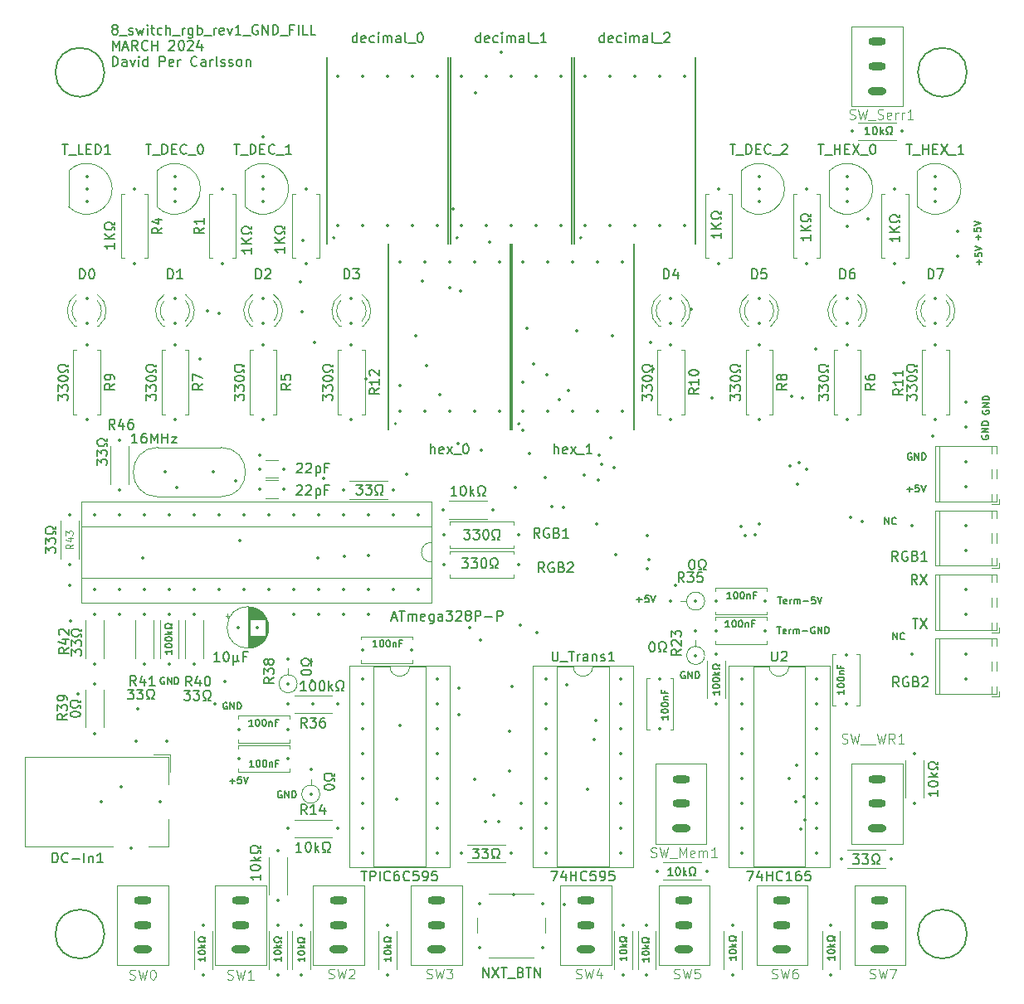
<source format=gbr>
%TF.GenerationSoftware,KiCad,Pcbnew,7.0.10*%
%TF.CreationDate,2024-04-03T15:14:14+02:00*%
%TF.ProjectId,8_switch_rgb_pcb_revision_1,385f7377-6974-4636-985f-7267625f7063,rev?*%
%TF.SameCoordinates,Original*%
%TF.FileFunction,Legend,Top*%
%TF.FilePolarity,Positive*%
%FSLAX46Y46*%
G04 Gerber Fmt 4.6, Leading zero omitted, Abs format (unit mm)*
G04 Created by KiCad (PCBNEW 7.0.10) date 2024-04-03 15:14:14*
%MOMM*%
%LPD*%
G01*
G04 APERTURE LIST*
%ADD10C,0.150000*%
%ADD11C,0.200000*%
%ADD12C,0.100000*%
%ADD13C,0.108000*%
%ADD14C,0.120000*%
%ADD15C,0.127000*%
%ADD16C,0.350000*%
%ADD17O,1.800000X0.800000*%
%ADD18O,1.900000X0.800000*%
G04 APERTURE END LIST*
D10*
X63937412Y-93480000D02*
G75*
G03*
X58937412Y-93480000I-2500000J0D01*
G01*
X58937412Y-93480000D02*
G75*
G03*
X63937412Y-93480000I2500000J0D01*
G01*
X151937412Y-181480000D02*
G75*
G03*
X146937412Y-181480000I-2500000J0D01*
G01*
X146937412Y-181480000D02*
G75*
G03*
X151937412Y-181480000I2500000J0D01*
G01*
X151937412Y-93480000D02*
G75*
G03*
X146937412Y-93480000I-2500000J0D01*
G01*
X146937412Y-93480000D02*
G75*
G03*
X151937412Y-93480000I2500000J0D01*
G01*
X63937412Y-181480000D02*
G75*
G03*
X58937412Y-181480000I-2500000J0D01*
G01*
X58937412Y-181480000D02*
G75*
G03*
X63937412Y-181480000I2500000J0D01*
G01*
X64917048Y-89058390D02*
X64821810Y-89010771D01*
X64821810Y-89010771D02*
X64774191Y-88963152D01*
X64774191Y-88963152D02*
X64726572Y-88867914D01*
X64726572Y-88867914D02*
X64726572Y-88820295D01*
X64726572Y-88820295D02*
X64774191Y-88725057D01*
X64774191Y-88725057D02*
X64821810Y-88677438D01*
X64821810Y-88677438D02*
X64917048Y-88629819D01*
X64917048Y-88629819D02*
X65107524Y-88629819D01*
X65107524Y-88629819D02*
X65202762Y-88677438D01*
X65202762Y-88677438D02*
X65250381Y-88725057D01*
X65250381Y-88725057D02*
X65298000Y-88820295D01*
X65298000Y-88820295D02*
X65298000Y-88867914D01*
X65298000Y-88867914D02*
X65250381Y-88963152D01*
X65250381Y-88963152D02*
X65202762Y-89010771D01*
X65202762Y-89010771D02*
X65107524Y-89058390D01*
X65107524Y-89058390D02*
X64917048Y-89058390D01*
X64917048Y-89058390D02*
X64821810Y-89106009D01*
X64821810Y-89106009D02*
X64774191Y-89153628D01*
X64774191Y-89153628D02*
X64726572Y-89248866D01*
X64726572Y-89248866D02*
X64726572Y-89439342D01*
X64726572Y-89439342D02*
X64774191Y-89534580D01*
X64774191Y-89534580D02*
X64821810Y-89582200D01*
X64821810Y-89582200D02*
X64917048Y-89629819D01*
X64917048Y-89629819D02*
X65107524Y-89629819D01*
X65107524Y-89629819D02*
X65202762Y-89582200D01*
X65202762Y-89582200D02*
X65250381Y-89534580D01*
X65250381Y-89534580D02*
X65298000Y-89439342D01*
X65298000Y-89439342D02*
X65298000Y-89248866D01*
X65298000Y-89248866D02*
X65250381Y-89153628D01*
X65250381Y-89153628D02*
X65202762Y-89106009D01*
X65202762Y-89106009D02*
X65107524Y-89058390D01*
X65488477Y-89725057D02*
X66250381Y-89725057D01*
X66440858Y-89582200D02*
X66536096Y-89629819D01*
X66536096Y-89629819D02*
X66726572Y-89629819D01*
X66726572Y-89629819D02*
X66821810Y-89582200D01*
X66821810Y-89582200D02*
X66869429Y-89486961D01*
X66869429Y-89486961D02*
X66869429Y-89439342D01*
X66869429Y-89439342D02*
X66821810Y-89344104D01*
X66821810Y-89344104D02*
X66726572Y-89296485D01*
X66726572Y-89296485D02*
X66583715Y-89296485D01*
X66583715Y-89296485D02*
X66488477Y-89248866D01*
X66488477Y-89248866D02*
X66440858Y-89153628D01*
X66440858Y-89153628D02*
X66440858Y-89106009D01*
X66440858Y-89106009D02*
X66488477Y-89010771D01*
X66488477Y-89010771D02*
X66583715Y-88963152D01*
X66583715Y-88963152D02*
X66726572Y-88963152D01*
X66726572Y-88963152D02*
X66821810Y-89010771D01*
X67202763Y-88963152D02*
X67393239Y-89629819D01*
X67393239Y-89629819D02*
X67583715Y-89153628D01*
X67583715Y-89153628D02*
X67774191Y-89629819D01*
X67774191Y-89629819D02*
X67964667Y-88963152D01*
X68345620Y-89629819D02*
X68345620Y-88963152D01*
X68345620Y-88629819D02*
X68298001Y-88677438D01*
X68298001Y-88677438D02*
X68345620Y-88725057D01*
X68345620Y-88725057D02*
X68393239Y-88677438D01*
X68393239Y-88677438D02*
X68345620Y-88629819D01*
X68345620Y-88629819D02*
X68345620Y-88725057D01*
X68678953Y-88963152D02*
X69059905Y-88963152D01*
X68821810Y-88629819D02*
X68821810Y-89486961D01*
X68821810Y-89486961D02*
X68869429Y-89582200D01*
X68869429Y-89582200D02*
X68964667Y-89629819D01*
X68964667Y-89629819D02*
X69059905Y-89629819D01*
X69821810Y-89582200D02*
X69726572Y-89629819D01*
X69726572Y-89629819D02*
X69536096Y-89629819D01*
X69536096Y-89629819D02*
X69440858Y-89582200D01*
X69440858Y-89582200D02*
X69393239Y-89534580D01*
X69393239Y-89534580D02*
X69345620Y-89439342D01*
X69345620Y-89439342D02*
X69345620Y-89153628D01*
X69345620Y-89153628D02*
X69393239Y-89058390D01*
X69393239Y-89058390D02*
X69440858Y-89010771D01*
X69440858Y-89010771D02*
X69536096Y-88963152D01*
X69536096Y-88963152D02*
X69726572Y-88963152D01*
X69726572Y-88963152D02*
X69821810Y-89010771D01*
X70250382Y-89629819D02*
X70250382Y-88629819D01*
X70678953Y-89629819D02*
X70678953Y-89106009D01*
X70678953Y-89106009D02*
X70631334Y-89010771D01*
X70631334Y-89010771D02*
X70536096Y-88963152D01*
X70536096Y-88963152D02*
X70393239Y-88963152D01*
X70393239Y-88963152D02*
X70298001Y-89010771D01*
X70298001Y-89010771D02*
X70250382Y-89058390D01*
X70917049Y-89725057D02*
X71678953Y-89725057D01*
X71917049Y-89629819D02*
X71917049Y-88963152D01*
X71917049Y-89153628D02*
X71964668Y-89058390D01*
X71964668Y-89058390D02*
X72012287Y-89010771D01*
X72012287Y-89010771D02*
X72107525Y-88963152D01*
X72107525Y-88963152D02*
X72202763Y-88963152D01*
X72964668Y-88963152D02*
X72964668Y-89772676D01*
X72964668Y-89772676D02*
X72917049Y-89867914D01*
X72917049Y-89867914D02*
X72869430Y-89915533D01*
X72869430Y-89915533D02*
X72774192Y-89963152D01*
X72774192Y-89963152D02*
X72631335Y-89963152D01*
X72631335Y-89963152D02*
X72536097Y-89915533D01*
X72964668Y-89582200D02*
X72869430Y-89629819D01*
X72869430Y-89629819D02*
X72678954Y-89629819D01*
X72678954Y-89629819D02*
X72583716Y-89582200D01*
X72583716Y-89582200D02*
X72536097Y-89534580D01*
X72536097Y-89534580D02*
X72488478Y-89439342D01*
X72488478Y-89439342D02*
X72488478Y-89153628D01*
X72488478Y-89153628D02*
X72536097Y-89058390D01*
X72536097Y-89058390D02*
X72583716Y-89010771D01*
X72583716Y-89010771D02*
X72678954Y-88963152D01*
X72678954Y-88963152D02*
X72869430Y-88963152D01*
X72869430Y-88963152D02*
X72964668Y-89010771D01*
X73440859Y-89629819D02*
X73440859Y-88629819D01*
X73440859Y-89010771D02*
X73536097Y-88963152D01*
X73536097Y-88963152D02*
X73726573Y-88963152D01*
X73726573Y-88963152D02*
X73821811Y-89010771D01*
X73821811Y-89010771D02*
X73869430Y-89058390D01*
X73869430Y-89058390D02*
X73917049Y-89153628D01*
X73917049Y-89153628D02*
X73917049Y-89439342D01*
X73917049Y-89439342D02*
X73869430Y-89534580D01*
X73869430Y-89534580D02*
X73821811Y-89582200D01*
X73821811Y-89582200D02*
X73726573Y-89629819D01*
X73726573Y-89629819D02*
X73536097Y-89629819D01*
X73536097Y-89629819D02*
X73440859Y-89582200D01*
X74107526Y-89725057D02*
X74869430Y-89725057D01*
X75107526Y-89629819D02*
X75107526Y-88963152D01*
X75107526Y-89153628D02*
X75155145Y-89058390D01*
X75155145Y-89058390D02*
X75202764Y-89010771D01*
X75202764Y-89010771D02*
X75298002Y-88963152D01*
X75298002Y-88963152D02*
X75393240Y-88963152D01*
X76107526Y-89582200D02*
X76012288Y-89629819D01*
X76012288Y-89629819D02*
X75821812Y-89629819D01*
X75821812Y-89629819D02*
X75726574Y-89582200D01*
X75726574Y-89582200D02*
X75678955Y-89486961D01*
X75678955Y-89486961D02*
X75678955Y-89106009D01*
X75678955Y-89106009D02*
X75726574Y-89010771D01*
X75726574Y-89010771D02*
X75821812Y-88963152D01*
X75821812Y-88963152D02*
X76012288Y-88963152D01*
X76012288Y-88963152D02*
X76107526Y-89010771D01*
X76107526Y-89010771D02*
X76155145Y-89106009D01*
X76155145Y-89106009D02*
X76155145Y-89201247D01*
X76155145Y-89201247D02*
X75678955Y-89296485D01*
X76488479Y-88963152D02*
X76726574Y-89629819D01*
X76726574Y-89629819D02*
X76964669Y-88963152D01*
X77869431Y-89629819D02*
X77298003Y-89629819D01*
X77583717Y-89629819D02*
X77583717Y-88629819D01*
X77583717Y-88629819D02*
X77488479Y-88772676D01*
X77488479Y-88772676D02*
X77393241Y-88867914D01*
X77393241Y-88867914D02*
X77298003Y-88915533D01*
X78059908Y-89725057D02*
X78821812Y-89725057D01*
X79583717Y-88677438D02*
X79488479Y-88629819D01*
X79488479Y-88629819D02*
X79345622Y-88629819D01*
X79345622Y-88629819D02*
X79202765Y-88677438D01*
X79202765Y-88677438D02*
X79107527Y-88772676D01*
X79107527Y-88772676D02*
X79059908Y-88867914D01*
X79059908Y-88867914D02*
X79012289Y-89058390D01*
X79012289Y-89058390D02*
X79012289Y-89201247D01*
X79012289Y-89201247D02*
X79059908Y-89391723D01*
X79059908Y-89391723D02*
X79107527Y-89486961D01*
X79107527Y-89486961D02*
X79202765Y-89582200D01*
X79202765Y-89582200D02*
X79345622Y-89629819D01*
X79345622Y-89629819D02*
X79440860Y-89629819D01*
X79440860Y-89629819D02*
X79583717Y-89582200D01*
X79583717Y-89582200D02*
X79631336Y-89534580D01*
X79631336Y-89534580D02*
X79631336Y-89201247D01*
X79631336Y-89201247D02*
X79440860Y-89201247D01*
X80059908Y-89629819D02*
X80059908Y-88629819D01*
X80059908Y-88629819D02*
X80631336Y-89629819D01*
X80631336Y-89629819D02*
X80631336Y-88629819D01*
X81107527Y-89629819D02*
X81107527Y-88629819D01*
X81107527Y-88629819D02*
X81345622Y-88629819D01*
X81345622Y-88629819D02*
X81488479Y-88677438D01*
X81488479Y-88677438D02*
X81583717Y-88772676D01*
X81583717Y-88772676D02*
X81631336Y-88867914D01*
X81631336Y-88867914D02*
X81678955Y-89058390D01*
X81678955Y-89058390D02*
X81678955Y-89201247D01*
X81678955Y-89201247D02*
X81631336Y-89391723D01*
X81631336Y-89391723D02*
X81583717Y-89486961D01*
X81583717Y-89486961D02*
X81488479Y-89582200D01*
X81488479Y-89582200D02*
X81345622Y-89629819D01*
X81345622Y-89629819D02*
X81107527Y-89629819D01*
X81869432Y-89725057D02*
X82631336Y-89725057D01*
X83202765Y-89106009D02*
X82869432Y-89106009D01*
X82869432Y-89629819D02*
X82869432Y-88629819D01*
X82869432Y-88629819D02*
X83345622Y-88629819D01*
X83726575Y-89629819D02*
X83726575Y-88629819D01*
X84678955Y-89629819D02*
X84202765Y-89629819D01*
X84202765Y-89629819D02*
X84202765Y-88629819D01*
X85488479Y-89629819D02*
X85012289Y-89629819D01*
X85012289Y-89629819D02*
X85012289Y-88629819D01*
X64774191Y-91239819D02*
X64774191Y-90239819D01*
X64774191Y-90239819D02*
X65107524Y-90954104D01*
X65107524Y-90954104D02*
X65440857Y-90239819D01*
X65440857Y-90239819D02*
X65440857Y-91239819D01*
X65869429Y-90954104D02*
X66345619Y-90954104D01*
X65774191Y-91239819D02*
X66107524Y-90239819D01*
X66107524Y-90239819D02*
X66440857Y-91239819D01*
X67345619Y-91239819D02*
X67012286Y-90763628D01*
X66774191Y-91239819D02*
X66774191Y-90239819D01*
X66774191Y-90239819D02*
X67155143Y-90239819D01*
X67155143Y-90239819D02*
X67250381Y-90287438D01*
X67250381Y-90287438D02*
X67298000Y-90335057D01*
X67298000Y-90335057D02*
X67345619Y-90430295D01*
X67345619Y-90430295D02*
X67345619Y-90573152D01*
X67345619Y-90573152D02*
X67298000Y-90668390D01*
X67298000Y-90668390D02*
X67250381Y-90716009D01*
X67250381Y-90716009D02*
X67155143Y-90763628D01*
X67155143Y-90763628D02*
X66774191Y-90763628D01*
X68345619Y-91144580D02*
X68298000Y-91192200D01*
X68298000Y-91192200D02*
X68155143Y-91239819D01*
X68155143Y-91239819D02*
X68059905Y-91239819D01*
X68059905Y-91239819D02*
X67917048Y-91192200D01*
X67917048Y-91192200D02*
X67821810Y-91096961D01*
X67821810Y-91096961D02*
X67774191Y-91001723D01*
X67774191Y-91001723D02*
X67726572Y-90811247D01*
X67726572Y-90811247D02*
X67726572Y-90668390D01*
X67726572Y-90668390D02*
X67774191Y-90477914D01*
X67774191Y-90477914D02*
X67821810Y-90382676D01*
X67821810Y-90382676D02*
X67917048Y-90287438D01*
X67917048Y-90287438D02*
X68059905Y-90239819D01*
X68059905Y-90239819D02*
X68155143Y-90239819D01*
X68155143Y-90239819D02*
X68298000Y-90287438D01*
X68298000Y-90287438D02*
X68345619Y-90335057D01*
X68774191Y-91239819D02*
X68774191Y-90239819D01*
X68774191Y-90716009D02*
X69345619Y-90716009D01*
X69345619Y-91239819D02*
X69345619Y-90239819D01*
X70536096Y-90335057D02*
X70583715Y-90287438D01*
X70583715Y-90287438D02*
X70678953Y-90239819D01*
X70678953Y-90239819D02*
X70917048Y-90239819D01*
X70917048Y-90239819D02*
X71012286Y-90287438D01*
X71012286Y-90287438D02*
X71059905Y-90335057D01*
X71059905Y-90335057D02*
X71107524Y-90430295D01*
X71107524Y-90430295D02*
X71107524Y-90525533D01*
X71107524Y-90525533D02*
X71059905Y-90668390D01*
X71059905Y-90668390D02*
X70488477Y-91239819D01*
X70488477Y-91239819D02*
X71107524Y-91239819D01*
X71726572Y-90239819D02*
X71821810Y-90239819D01*
X71821810Y-90239819D02*
X71917048Y-90287438D01*
X71917048Y-90287438D02*
X71964667Y-90335057D01*
X71964667Y-90335057D02*
X72012286Y-90430295D01*
X72012286Y-90430295D02*
X72059905Y-90620771D01*
X72059905Y-90620771D02*
X72059905Y-90858866D01*
X72059905Y-90858866D02*
X72012286Y-91049342D01*
X72012286Y-91049342D02*
X71964667Y-91144580D01*
X71964667Y-91144580D02*
X71917048Y-91192200D01*
X71917048Y-91192200D02*
X71821810Y-91239819D01*
X71821810Y-91239819D02*
X71726572Y-91239819D01*
X71726572Y-91239819D02*
X71631334Y-91192200D01*
X71631334Y-91192200D02*
X71583715Y-91144580D01*
X71583715Y-91144580D02*
X71536096Y-91049342D01*
X71536096Y-91049342D02*
X71488477Y-90858866D01*
X71488477Y-90858866D02*
X71488477Y-90620771D01*
X71488477Y-90620771D02*
X71536096Y-90430295D01*
X71536096Y-90430295D02*
X71583715Y-90335057D01*
X71583715Y-90335057D02*
X71631334Y-90287438D01*
X71631334Y-90287438D02*
X71726572Y-90239819D01*
X72440858Y-90335057D02*
X72488477Y-90287438D01*
X72488477Y-90287438D02*
X72583715Y-90239819D01*
X72583715Y-90239819D02*
X72821810Y-90239819D01*
X72821810Y-90239819D02*
X72917048Y-90287438D01*
X72917048Y-90287438D02*
X72964667Y-90335057D01*
X72964667Y-90335057D02*
X73012286Y-90430295D01*
X73012286Y-90430295D02*
X73012286Y-90525533D01*
X73012286Y-90525533D02*
X72964667Y-90668390D01*
X72964667Y-90668390D02*
X72393239Y-91239819D01*
X72393239Y-91239819D02*
X73012286Y-91239819D01*
X73869429Y-90573152D02*
X73869429Y-91239819D01*
X73631334Y-90192200D02*
X73393239Y-90906485D01*
X73393239Y-90906485D02*
X74012286Y-90906485D01*
X64774191Y-92849819D02*
X64774191Y-91849819D01*
X64774191Y-91849819D02*
X65012286Y-91849819D01*
X65012286Y-91849819D02*
X65155143Y-91897438D01*
X65155143Y-91897438D02*
X65250381Y-91992676D01*
X65250381Y-91992676D02*
X65298000Y-92087914D01*
X65298000Y-92087914D02*
X65345619Y-92278390D01*
X65345619Y-92278390D02*
X65345619Y-92421247D01*
X65345619Y-92421247D02*
X65298000Y-92611723D01*
X65298000Y-92611723D02*
X65250381Y-92706961D01*
X65250381Y-92706961D02*
X65155143Y-92802200D01*
X65155143Y-92802200D02*
X65012286Y-92849819D01*
X65012286Y-92849819D02*
X64774191Y-92849819D01*
X66202762Y-92849819D02*
X66202762Y-92326009D01*
X66202762Y-92326009D02*
X66155143Y-92230771D01*
X66155143Y-92230771D02*
X66059905Y-92183152D01*
X66059905Y-92183152D02*
X65869429Y-92183152D01*
X65869429Y-92183152D02*
X65774191Y-92230771D01*
X66202762Y-92802200D02*
X66107524Y-92849819D01*
X66107524Y-92849819D02*
X65869429Y-92849819D01*
X65869429Y-92849819D02*
X65774191Y-92802200D01*
X65774191Y-92802200D02*
X65726572Y-92706961D01*
X65726572Y-92706961D02*
X65726572Y-92611723D01*
X65726572Y-92611723D02*
X65774191Y-92516485D01*
X65774191Y-92516485D02*
X65869429Y-92468866D01*
X65869429Y-92468866D02*
X66107524Y-92468866D01*
X66107524Y-92468866D02*
X66202762Y-92421247D01*
X66583715Y-92183152D02*
X66821810Y-92849819D01*
X66821810Y-92849819D02*
X67059905Y-92183152D01*
X67440858Y-92849819D02*
X67440858Y-92183152D01*
X67440858Y-91849819D02*
X67393239Y-91897438D01*
X67393239Y-91897438D02*
X67440858Y-91945057D01*
X67440858Y-91945057D02*
X67488477Y-91897438D01*
X67488477Y-91897438D02*
X67440858Y-91849819D01*
X67440858Y-91849819D02*
X67440858Y-91945057D01*
X68345619Y-92849819D02*
X68345619Y-91849819D01*
X68345619Y-92802200D02*
X68250381Y-92849819D01*
X68250381Y-92849819D02*
X68059905Y-92849819D01*
X68059905Y-92849819D02*
X67964667Y-92802200D01*
X67964667Y-92802200D02*
X67917048Y-92754580D01*
X67917048Y-92754580D02*
X67869429Y-92659342D01*
X67869429Y-92659342D02*
X67869429Y-92373628D01*
X67869429Y-92373628D02*
X67917048Y-92278390D01*
X67917048Y-92278390D02*
X67964667Y-92230771D01*
X67964667Y-92230771D02*
X68059905Y-92183152D01*
X68059905Y-92183152D02*
X68250381Y-92183152D01*
X68250381Y-92183152D02*
X68345619Y-92230771D01*
X69583715Y-92849819D02*
X69583715Y-91849819D01*
X69583715Y-91849819D02*
X69964667Y-91849819D01*
X69964667Y-91849819D02*
X70059905Y-91897438D01*
X70059905Y-91897438D02*
X70107524Y-91945057D01*
X70107524Y-91945057D02*
X70155143Y-92040295D01*
X70155143Y-92040295D02*
X70155143Y-92183152D01*
X70155143Y-92183152D02*
X70107524Y-92278390D01*
X70107524Y-92278390D02*
X70059905Y-92326009D01*
X70059905Y-92326009D02*
X69964667Y-92373628D01*
X69964667Y-92373628D02*
X69583715Y-92373628D01*
X70964667Y-92802200D02*
X70869429Y-92849819D01*
X70869429Y-92849819D02*
X70678953Y-92849819D01*
X70678953Y-92849819D02*
X70583715Y-92802200D01*
X70583715Y-92802200D02*
X70536096Y-92706961D01*
X70536096Y-92706961D02*
X70536096Y-92326009D01*
X70536096Y-92326009D02*
X70583715Y-92230771D01*
X70583715Y-92230771D02*
X70678953Y-92183152D01*
X70678953Y-92183152D02*
X70869429Y-92183152D01*
X70869429Y-92183152D02*
X70964667Y-92230771D01*
X70964667Y-92230771D02*
X71012286Y-92326009D01*
X71012286Y-92326009D02*
X71012286Y-92421247D01*
X71012286Y-92421247D02*
X70536096Y-92516485D01*
X71440858Y-92849819D02*
X71440858Y-92183152D01*
X71440858Y-92373628D02*
X71488477Y-92278390D01*
X71488477Y-92278390D02*
X71536096Y-92230771D01*
X71536096Y-92230771D02*
X71631334Y-92183152D01*
X71631334Y-92183152D02*
X71726572Y-92183152D01*
X73393239Y-92754580D02*
X73345620Y-92802200D01*
X73345620Y-92802200D02*
X73202763Y-92849819D01*
X73202763Y-92849819D02*
X73107525Y-92849819D01*
X73107525Y-92849819D02*
X72964668Y-92802200D01*
X72964668Y-92802200D02*
X72869430Y-92706961D01*
X72869430Y-92706961D02*
X72821811Y-92611723D01*
X72821811Y-92611723D02*
X72774192Y-92421247D01*
X72774192Y-92421247D02*
X72774192Y-92278390D01*
X72774192Y-92278390D02*
X72821811Y-92087914D01*
X72821811Y-92087914D02*
X72869430Y-91992676D01*
X72869430Y-91992676D02*
X72964668Y-91897438D01*
X72964668Y-91897438D02*
X73107525Y-91849819D01*
X73107525Y-91849819D02*
X73202763Y-91849819D01*
X73202763Y-91849819D02*
X73345620Y-91897438D01*
X73345620Y-91897438D02*
X73393239Y-91945057D01*
X74250382Y-92849819D02*
X74250382Y-92326009D01*
X74250382Y-92326009D02*
X74202763Y-92230771D01*
X74202763Y-92230771D02*
X74107525Y-92183152D01*
X74107525Y-92183152D02*
X73917049Y-92183152D01*
X73917049Y-92183152D02*
X73821811Y-92230771D01*
X74250382Y-92802200D02*
X74155144Y-92849819D01*
X74155144Y-92849819D02*
X73917049Y-92849819D01*
X73917049Y-92849819D02*
X73821811Y-92802200D01*
X73821811Y-92802200D02*
X73774192Y-92706961D01*
X73774192Y-92706961D02*
X73774192Y-92611723D01*
X73774192Y-92611723D02*
X73821811Y-92516485D01*
X73821811Y-92516485D02*
X73917049Y-92468866D01*
X73917049Y-92468866D02*
X74155144Y-92468866D01*
X74155144Y-92468866D02*
X74250382Y-92421247D01*
X74726573Y-92849819D02*
X74726573Y-92183152D01*
X74726573Y-92373628D02*
X74774192Y-92278390D01*
X74774192Y-92278390D02*
X74821811Y-92230771D01*
X74821811Y-92230771D02*
X74917049Y-92183152D01*
X74917049Y-92183152D02*
X75012287Y-92183152D01*
X75488478Y-92849819D02*
X75393240Y-92802200D01*
X75393240Y-92802200D02*
X75345621Y-92706961D01*
X75345621Y-92706961D02*
X75345621Y-91849819D01*
X75821812Y-92802200D02*
X75917050Y-92849819D01*
X75917050Y-92849819D02*
X76107526Y-92849819D01*
X76107526Y-92849819D02*
X76202764Y-92802200D01*
X76202764Y-92802200D02*
X76250383Y-92706961D01*
X76250383Y-92706961D02*
X76250383Y-92659342D01*
X76250383Y-92659342D02*
X76202764Y-92564104D01*
X76202764Y-92564104D02*
X76107526Y-92516485D01*
X76107526Y-92516485D02*
X75964669Y-92516485D01*
X75964669Y-92516485D02*
X75869431Y-92468866D01*
X75869431Y-92468866D02*
X75821812Y-92373628D01*
X75821812Y-92373628D02*
X75821812Y-92326009D01*
X75821812Y-92326009D02*
X75869431Y-92230771D01*
X75869431Y-92230771D02*
X75964669Y-92183152D01*
X75964669Y-92183152D02*
X76107526Y-92183152D01*
X76107526Y-92183152D02*
X76202764Y-92230771D01*
X76631336Y-92802200D02*
X76726574Y-92849819D01*
X76726574Y-92849819D02*
X76917050Y-92849819D01*
X76917050Y-92849819D02*
X77012288Y-92802200D01*
X77012288Y-92802200D02*
X77059907Y-92706961D01*
X77059907Y-92706961D02*
X77059907Y-92659342D01*
X77059907Y-92659342D02*
X77012288Y-92564104D01*
X77012288Y-92564104D02*
X76917050Y-92516485D01*
X76917050Y-92516485D02*
X76774193Y-92516485D01*
X76774193Y-92516485D02*
X76678955Y-92468866D01*
X76678955Y-92468866D02*
X76631336Y-92373628D01*
X76631336Y-92373628D02*
X76631336Y-92326009D01*
X76631336Y-92326009D02*
X76678955Y-92230771D01*
X76678955Y-92230771D02*
X76774193Y-92183152D01*
X76774193Y-92183152D02*
X76917050Y-92183152D01*
X76917050Y-92183152D02*
X77012288Y-92230771D01*
X77631336Y-92849819D02*
X77536098Y-92802200D01*
X77536098Y-92802200D02*
X77488479Y-92754580D01*
X77488479Y-92754580D02*
X77440860Y-92659342D01*
X77440860Y-92659342D02*
X77440860Y-92373628D01*
X77440860Y-92373628D02*
X77488479Y-92278390D01*
X77488479Y-92278390D02*
X77536098Y-92230771D01*
X77536098Y-92230771D02*
X77631336Y-92183152D01*
X77631336Y-92183152D02*
X77774193Y-92183152D01*
X77774193Y-92183152D02*
X77869431Y-92230771D01*
X77869431Y-92230771D02*
X77917050Y-92278390D01*
X77917050Y-92278390D02*
X77964669Y-92373628D01*
X77964669Y-92373628D02*
X77964669Y-92659342D01*
X77964669Y-92659342D02*
X77917050Y-92754580D01*
X77917050Y-92754580D02*
X77869431Y-92802200D01*
X77869431Y-92802200D02*
X77774193Y-92849819D01*
X77774193Y-92849819D02*
X77631336Y-92849819D01*
X78393241Y-92183152D02*
X78393241Y-92849819D01*
X78393241Y-92278390D02*
X78440860Y-92230771D01*
X78440860Y-92230771D02*
X78536098Y-92183152D01*
X78536098Y-92183152D02*
X78678955Y-92183152D01*
X78678955Y-92183152D02*
X78774193Y-92230771D01*
X78774193Y-92230771D02*
X78821812Y-92326009D01*
X78821812Y-92326009D02*
X78821812Y-92849819D01*
X118257411Y-147329366D02*
X118790745Y-147329366D01*
X118524078Y-147596033D02*
X118524078Y-147062700D01*
X119457412Y-146896033D02*
X119124078Y-146896033D01*
X119124078Y-146896033D02*
X119090745Y-147229366D01*
X119090745Y-147229366D02*
X119124078Y-147196033D01*
X119124078Y-147196033D02*
X119190745Y-147162700D01*
X119190745Y-147162700D02*
X119357412Y-147162700D01*
X119357412Y-147162700D02*
X119424078Y-147196033D01*
X119424078Y-147196033D02*
X119457412Y-147229366D01*
X119457412Y-147229366D02*
X119490745Y-147296033D01*
X119490745Y-147296033D02*
X119490745Y-147462700D01*
X119490745Y-147462700D02*
X119457412Y-147529366D01*
X119457412Y-147529366D02*
X119424078Y-147562700D01*
X119424078Y-147562700D02*
X119357412Y-147596033D01*
X119357412Y-147596033D02*
X119190745Y-147596033D01*
X119190745Y-147596033D02*
X119124078Y-147562700D01*
X119124078Y-147562700D02*
X119090745Y-147529366D01*
X119690745Y-146896033D02*
X119924079Y-147596033D01*
X119924079Y-147596033D02*
X120157412Y-146896033D01*
X153496778Y-130583332D02*
X153463445Y-130649999D01*
X153463445Y-130649999D02*
X153463445Y-130749999D01*
X153463445Y-130749999D02*
X153496778Y-130849999D01*
X153496778Y-130849999D02*
X153563445Y-130916666D01*
X153563445Y-130916666D02*
X153630112Y-130949999D01*
X153630112Y-130949999D02*
X153763445Y-130983332D01*
X153763445Y-130983332D02*
X153863445Y-130983332D01*
X153863445Y-130983332D02*
X153996778Y-130949999D01*
X153996778Y-130949999D02*
X154063445Y-130916666D01*
X154063445Y-130916666D02*
X154130112Y-130849999D01*
X154130112Y-130849999D02*
X154163445Y-130749999D01*
X154163445Y-130749999D02*
X154163445Y-130683332D01*
X154163445Y-130683332D02*
X154130112Y-130583332D01*
X154130112Y-130583332D02*
X154096778Y-130549999D01*
X154096778Y-130549999D02*
X153863445Y-130549999D01*
X153863445Y-130549999D02*
X153863445Y-130683332D01*
X154163445Y-130249999D02*
X153463445Y-130249999D01*
X153463445Y-130249999D02*
X154163445Y-129849999D01*
X154163445Y-129849999D02*
X153463445Y-129849999D01*
X154163445Y-129516666D02*
X153463445Y-129516666D01*
X153463445Y-129516666D02*
X153463445Y-129349999D01*
X153463445Y-129349999D02*
X153496778Y-129249999D01*
X153496778Y-129249999D02*
X153563445Y-129183333D01*
X153563445Y-129183333D02*
X153630112Y-129149999D01*
X153630112Y-129149999D02*
X153763445Y-129116666D01*
X153763445Y-129116666D02*
X153863445Y-129116666D01*
X153863445Y-129116666D02*
X153996778Y-129149999D01*
X153996778Y-129149999D02*
X154063445Y-129183333D01*
X154063445Y-129183333D02*
X154130112Y-129249999D01*
X154130112Y-129249999D02*
X154163445Y-129349999D01*
X154163445Y-129349999D02*
X154163445Y-129516666D01*
X143577412Y-139646033D02*
X143577412Y-138946033D01*
X143577412Y-138946033D02*
X143977412Y-139646033D01*
X143977412Y-139646033D02*
X143977412Y-138946033D01*
X144710745Y-139579366D02*
X144677412Y-139612700D01*
X144677412Y-139612700D02*
X144577412Y-139646033D01*
X144577412Y-139646033D02*
X144510745Y-139646033D01*
X144510745Y-139646033D02*
X144410745Y-139612700D01*
X144410745Y-139612700D02*
X144344079Y-139546033D01*
X144344079Y-139546033D02*
X144310745Y-139479366D01*
X144310745Y-139479366D02*
X144277412Y-139346033D01*
X144277412Y-139346033D02*
X144277412Y-139246033D01*
X144277412Y-139246033D02*
X144310745Y-139112700D01*
X144310745Y-139112700D02*
X144344079Y-139046033D01*
X144344079Y-139046033D02*
X144410745Y-138979366D01*
X144410745Y-138979366D02*
X144510745Y-138946033D01*
X144510745Y-138946033D02*
X144577412Y-138946033D01*
X144577412Y-138946033D02*
X144677412Y-138979366D01*
X144677412Y-138979366D02*
X144710745Y-139012700D01*
X146284079Y-132389366D02*
X146217412Y-132356033D01*
X146217412Y-132356033D02*
X146117412Y-132356033D01*
X146117412Y-132356033D02*
X146017412Y-132389366D01*
X146017412Y-132389366D02*
X145950746Y-132456033D01*
X145950746Y-132456033D02*
X145917412Y-132522700D01*
X145917412Y-132522700D02*
X145884079Y-132656033D01*
X145884079Y-132656033D02*
X145884079Y-132756033D01*
X145884079Y-132756033D02*
X145917412Y-132889366D01*
X145917412Y-132889366D02*
X145950746Y-132956033D01*
X145950746Y-132956033D02*
X146017412Y-133022700D01*
X146017412Y-133022700D02*
X146117412Y-133056033D01*
X146117412Y-133056033D02*
X146184079Y-133056033D01*
X146184079Y-133056033D02*
X146284079Y-133022700D01*
X146284079Y-133022700D02*
X146317412Y-132989366D01*
X146317412Y-132989366D02*
X146317412Y-132756033D01*
X146317412Y-132756033D02*
X146184079Y-132756033D01*
X146617412Y-133056033D02*
X146617412Y-132356033D01*
X146617412Y-132356033D02*
X147017412Y-133056033D01*
X147017412Y-133056033D02*
X147017412Y-132356033D01*
X147350745Y-133056033D02*
X147350745Y-132356033D01*
X147350745Y-132356033D02*
X147517412Y-132356033D01*
X147517412Y-132356033D02*
X147617412Y-132389366D01*
X147617412Y-132389366D02*
X147684079Y-132456033D01*
X147684079Y-132456033D02*
X147717412Y-132522700D01*
X147717412Y-132522700D02*
X147750745Y-132656033D01*
X147750745Y-132656033D02*
X147750745Y-132756033D01*
X147750745Y-132756033D02*
X147717412Y-132889366D01*
X147717412Y-132889366D02*
X147684079Y-132956033D01*
X147684079Y-132956033D02*
X147617412Y-133022700D01*
X147617412Y-133022700D02*
X147517412Y-133056033D01*
X147517412Y-133056033D02*
X147350745Y-133056033D01*
X76444079Y-157859366D02*
X76377412Y-157826033D01*
X76377412Y-157826033D02*
X76277412Y-157826033D01*
X76277412Y-157826033D02*
X76177412Y-157859366D01*
X76177412Y-157859366D02*
X76110746Y-157926033D01*
X76110746Y-157926033D02*
X76077412Y-157992700D01*
X76077412Y-157992700D02*
X76044079Y-158126033D01*
X76044079Y-158126033D02*
X76044079Y-158226033D01*
X76044079Y-158226033D02*
X76077412Y-158359366D01*
X76077412Y-158359366D02*
X76110746Y-158426033D01*
X76110746Y-158426033D02*
X76177412Y-158492700D01*
X76177412Y-158492700D02*
X76277412Y-158526033D01*
X76277412Y-158526033D02*
X76344079Y-158526033D01*
X76344079Y-158526033D02*
X76444079Y-158492700D01*
X76444079Y-158492700D02*
X76477412Y-158459366D01*
X76477412Y-158459366D02*
X76477412Y-158226033D01*
X76477412Y-158226033D02*
X76344079Y-158226033D01*
X76777412Y-158526033D02*
X76777412Y-157826033D01*
X76777412Y-157826033D02*
X77177412Y-158526033D01*
X77177412Y-158526033D02*
X77177412Y-157826033D01*
X77510745Y-158526033D02*
X77510745Y-157826033D01*
X77510745Y-157826033D02*
X77677412Y-157826033D01*
X77677412Y-157826033D02*
X77777412Y-157859366D01*
X77777412Y-157859366D02*
X77844079Y-157926033D01*
X77844079Y-157926033D02*
X77877412Y-157992700D01*
X77877412Y-157992700D02*
X77910745Y-158126033D01*
X77910745Y-158126033D02*
X77910745Y-158226033D01*
X77910745Y-158226033D02*
X77877412Y-158359366D01*
X77877412Y-158359366D02*
X77844079Y-158426033D01*
X77844079Y-158426033D02*
X77777412Y-158492700D01*
X77777412Y-158492700D02*
X77677412Y-158526033D01*
X77677412Y-158526033D02*
X77510745Y-158526033D01*
D11*
X146385507Y-149282219D02*
X146956935Y-149282219D01*
X146671221Y-150282219D02*
X146671221Y-149282219D01*
X147195031Y-149282219D02*
X147861697Y-150282219D01*
X147861697Y-149282219D02*
X147195031Y-150282219D01*
D10*
X153116778Y-110580000D02*
X153116778Y-110046667D01*
X153383445Y-110313333D02*
X152850112Y-110313333D01*
X152683445Y-109380000D02*
X152683445Y-109713333D01*
X152683445Y-109713333D02*
X153016778Y-109746666D01*
X153016778Y-109746666D02*
X152983445Y-109713333D01*
X152983445Y-109713333D02*
X152950112Y-109646666D01*
X152950112Y-109646666D02*
X152950112Y-109480000D01*
X152950112Y-109480000D02*
X152983445Y-109413333D01*
X152983445Y-109413333D02*
X153016778Y-109380000D01*
X153016778Y-109380000D02*
X153083445Y-109346666D01*
X153083445Y-109346666D02*
X153250112Y-109346666D01*
X153250112Y-109346666D02*
X153316778Y-109380000D01*
X153316778Y-109380000D02*
X153350112Y-109413333D01*
X153350112Y-109413333D02*
X153383445Y-109480000D01*
X153383445Y-109480000D02*
X153383445Y-109646666D01*
X153383445Y-109646666D02*
X153350112Y-109713333D01*
X153350112Y-109713333D02*
X153316778Y-109746666D01*
X152683445Y-109146666D02*
X153383445Y-108913333D01*
X153383445Y-108913333D02*
X152683445Y-108679999D01*
X70044079Y-155299366D02*
X69977412Y-155266033D01*
X69977412Y-155266033D02*
X69877412Y-155266033D01*
X69877412Y-155266033D02*
X69777412Y-155299366D01*
X69777412Y-155299366D02*
X69710746Y-155366033D01*
X69710746Y-155366033D02*
X69677412Y-155432700D01*
X69677412Y-155432700D02*
X69644079Y-155566033D01*
X69644079Y-155566033D02*
X69644079Y-155666033D01*
X69644079Y-155666033D02*
X69677412Y-155799366D01*
X69677412Y-155799366D02*
X69710746Y-155866033D01*
X69710746Y-155866033D02*
X69777412Y-155932700D01*
X69777412Y-155932700D02*
X69877412Y-155966033D01*
X69877412Y-155966033D02*
X69944079Y-155966033D01*
X69944079Y-155966033D02*
X70044079Y-155932700D01*
X70044079Y-155932700D02*
X70077412Y-155899366D01*
X70077412Y-155899366D02*
X70077412Y-155666033D01*
X70077412Y-155666033D02*
X69944079Y-155666033D01*
X70377412Y-155966033D02*
X70377412Y-155266033D01*
X70377412Y-155266033D02*
X70777412Y-155966033D01*
X70777412Y-155966033D02*
X70777412Y-155266033D01*
X71110745Y-155966033D02*
X71110745Y-155266033D01*
X71110745Y-155266033D02*
X71277412Y-155266033D01*
X71277412Y-155266033D02*
X71377412Y-155299366D01*
X71377412Y-155299366D02*
X71444079Y-155366033D01*
X71444079Y-155366033D02*
X71477412Y-155432700D01*
X71477412Y-155432700D02*
X71510745Y-155566033D01*
X71510745Y-155566033D02*
X71510745Y-155666033D01*
X71510745Y-155666033D02*
X71477412Y-155799366D01*
X71477412Y-155799366D02*
X71444079Y-155866033D01*
X71444079Y-155866033D02*
X71377412Y-155932700D01*
X71377412Y-155932700D02*
X71277412Y-155966033D01*
X71277412Y-155966033D02*
X71110745Y-155966033D01*
X132647412Y-147066033D02*
X133047412Y-147066033D01*
X132847412Y-147766033D02*
X132847412Y-147066033D01*
X133547412Y-147732700D02*
X133480745Y-147766033D01*
X133480745Y-147766033D02*
X133347412Y-147766033D01*
X133347412Y-147766033D02*
X133280745Y-147732700D01*
X133280745Y-147732700D02*
X133247412Y-147666033D01*
X133247412Y-147666033D02*
X133247412Y-147399366D01*
X133247412Y-147399366D02*
X133280745Y-147332700D01*
X133280745Y-147332700D02*
X133347412Y-147299366D01*
X133347412Y-147299366D02*
X133480745Y-147299366D01*
X133480745Y-147299366D02*
X133547412Y-147332700D01*
X133547412Y-147332700D02*
X133580745Y-147399366D01*
X133580745Y-147399366D02*
X133580745Y-147466033D01*
X133580745Y-147466033D02*
X133247412Y-147532700D01*
X133880745Y-147766033D02*
X133880745Y-147299366D01*
X133880745Y-147432700D02*
X133914079Y-147366033D01*
X133914079Y-147366033D02*
X133947412Y-147332700D01*
X133947412Y-147332700D02*
X134014079Y-147299366D01*
X134014079Y-147299366D02*
X134080745Y-147299366D01*
X134314078Y-147766033D02*
X134314078Y-147299366D01*
X134314078Y-147366033D02*
X134347412Y-147332700D01*
X134347412Y-147332700D02*
X134414078Y-147299366D01*
X134414078Y-147299366D02*
X134514078Y-147299366D01*
X134514078Y-147299366D02*
X134580745Y-147332700D01*
X134580745Y-147332700D02*
X134614078Y-147399366D01*
X134614078Y-147399366D02*
X134614078Y-147766033D01*
X134614078Y-147399366D02*
X134647412Y-147332700D01*
X134647412Y-147332700D02*
X134714078Y-147299366D01*
X134714078Y-147299366D02*
X134814078Y-147299366D01*
X134814078Y-147299366D02*
X134880745Y-147332700D01*
X134880745Y-147332700D02*
X134914078Y-147399366D01*
X134914078Y-147399366D02*
X134914078Y-147766033D01*
X135247411Y-147499366D02*
X135780745Y-147499366D01*
X136447412Y-147066033D02*
X136114078Y-147066033D01*
X136114078Y-147066033D02*
X136080745Y-147399366D01*
X136080745Y-147399366D02*
X136114078Y-147366033D01*
X136114078Y-147366033D02*
X136180745Y-147332700D01*
X136180745Y-147332700D02*
X136347412Y-147332700D01*
X136347412Y-147332700D02*
X136414078Y-147366033D01*
X136414078Y-147366033D02*
X136447412Y-147399366D01*
X136447412Y-147399366D02*
X136480745Y-147466033D01*
X136480745Y-147466033D02*
X136480745Y-147632700D01*
X136480745Y-147632700D02*
X136447412Y-147699366D01*
X136447412Y-147699366D02*
X136414078Y-147732700D01*
X136414078Y-147732700D02*
X136347412Y-147766033D01*
X136347412Y-147766033D02*
X136180745Y-147766033D01*
X136180745Y-147766033D02*
X136114078Y-147732700D01*
X136114078Y-147732700D02*
X136080745Y-147699366D01*
X136680745Y-147066033D02*
X136914079Y-147766033D01*
X136914079Y-147766033D02*
X137147412Y-147066033D01*
X153546778Y-128013332D02*
X153513445Y-128079999D01*
X153513445Y-128079999D02*
X153513445Y-128179999D01*
X153513445Y-128179999D02*
X153546778Y-128279999D01*
X153546778Y-128279999D02*
X153613445Y-128346666D01*
X153613445Y-128346666D02*
X153680112Y-128379999D01*
X153680112Y-128379999D02*
X153813445Y-128413332D01*
X153813445Y-128413332D02*
X153913445Y-128413332D01*
X153913445Y-128413332D02*
X154046778Y-128379999D01*
X154046778Y-128379999D02*
X154113445Y-128346666D01*
X154113445Y-128346666D02*
X154180112Y-128279999D01*
X154180112Y-128279999D02*
X154213445Y-128179999D01*
X154213445Y-128179999D02*
X154213445Y-128113332D01*
X154213445Y-128113332D02*
X154180112Y-128013332D01*
X154180112Y-128013332D02*
X154146778Y-127979999D01*
X154146778Y-127979999D02*
X153913445Y-127979999D01*
X153913445Y-127979999D02*
X153913445Y-128113332D01*
X154213445Y-127679999D02*
X153513445Y-127679999D01*
X153513445Y-127679999D02*
X154213445Y-127279999D01*
X154213445Y-127279999D02*
X153513445Y-127279999D01*
X154213445Y-126946666D02*
X153513445Y-126946666D01*
X153513445Y-126946666D02*
X153513445Y-126779999D01*
X153513445Y-126779999D02*
X153546778Y-126679999D01*
X153546778Y-126679999D02*
X153613445Y-126613333D01*
X153613445Y-126613333D02*
X153680112Y-126579999D01*
X153680112Y-126579999D02*
X153813445Y-126546666D01*
X153813445Y-126546666D02*
X153913445Y-126546666D01*
X153913445Y-126546666D02*
X154046778Y-126579999D01*
X154046778Y-126579999D02*
X154113445Y-126613333D01*
X154113445Y-126613333D02*
X154180112Y-126679999D01*
X154180112Y-126679999D02*
X154213445Y-126779999D01*
X154213445Y-126779999D02*
X154213445Y-126946666D01*
X132574079Y-150116033D02*
X132974079Y-150116033D01*
X132774079Y-150816033D02*
X132774079Y-150116033D01*
X133474079Y-150782700D02*
X133407412Y-150816033D01*
X133407412Y-150816033D02*
X133274079Y-150816033D01*
X133274079Y-150816033D02*
X133207412Y-150782700D01*
X133207412Y-150782700D02*
X133174079Y-150716033D01*
X133174079Y-150716033D02*
X133174079Y-150449366D01*
X133174079Y-150449366D02*
X133207412Y-150382700D01*
X133207412Y-150382700D02*
X133274079Y-150349366D01*
X133274079Y-150349366D02*
X133407412Y-150349366D01*
X133407412Y-150349366D02*
X133474079Y-150382700D01*
X133474079Y-150382700D02*
X133507412Y-150449366D01*
X133507412Y-150449366D02*
X133507412Y-150516033D01*
X133507412Y-150516033D02*
X133174079Y-150582700D01*
X133807412Y-150816033D02*
X133807412Y-150349366D01*
X133807412Y-150482700D02*
X133840746Y-150416033D01*
X133840746Y-150416033D02*
X133874079Y-150382700D01*
X133874079Y-150382700D02*
X133940746Y-150349366D01*
X133940746Y-150349366D02*
X134007412Y-150349366D01*
X134240745Y-150816033D02*
X134240745Y-150349366D01*
X134240745Y-150416033D02*
X134274079Y-150382700D01*
X134274079Y-150382700D02*
X134340745Y-150349366D01*
X134340745Y-150349366D02*
X134440745Y-150349366D01*
X134440745Y-150349366D02*
X134507412Y-150382700D01*
X134507412Y-150382700D02*
X134540745Y-150449366D01*
X134540745Y-150449366D02*
X134540745Y-150816033D01*
X134540745Y-150449366D02*
X134574079Y-150382700D01*
X134574079Y-150382700D02*
X134640745Y-150349366D01*
X134640745Y-150349366D02*
X134740745Y-150349366D01*
X134740745Y-150349366D02*
X134807412Y-150382700D01*
X134807412Y-150382700D02*
X134840745Y-150449366D01*
X134840745Y-150449366D02*
X134840745Y-150816033D01*
X135174078Y-150549366D02*
X135707412Y-150549366D01*
X136407412Y-150149366D02*
X136340745Y-150116033D01*
X136340745Y-150116033D02*
X136240745Y-150116033D01*
X136240745Y-150116033D02*
X136140745Y-150149366D01*
X136140745Y-150149366D02*
X136074079Y-150216033D01*
X136074079Y-150216033D02*
X136040745Y-150282700D01*
X136040745Y-150282700D02*
X136007412Y-150416033D01*
X136007412Y-150416033D02*
X136007412Y-150516033D01*
X136007412Y-150516033D02*
X136040745Y-150649366D01*
X136040745Y-150649366D02*
X136074079Y-150716033D01*
X136074079Y-150716033D02*
X136140745Y-150782700D01*
X136140745Y-150782700D02*
X136240745Y-150816033D01*
X136240745Y-150816033D02*
X136307412Y-150816033D01*
X136307412Y-150816033D02*
X136407412Y-150782700D01*
X136407412Y-150782700D02*
X136440745Y-150749366D01*
X136440745Y-150749366D02*
X136440745Y-150516033D01*
X136440745Y-150516033D02*
X136307412Y-150516033D01*
X136740745Y-150816033D02*
X136740745Y-150116033D01*
X136740745Y-150116033D02*
X137140745Y-150816033D01*
X137140745Y-150816033D02*
X137140745Y-150116033D01*
X137474078Y-150816033D02*
X137474078Y-150116033D01*
X137474078Y-150116033D02*
X137640745Y-150116033D01*
X137640745Y-150116033D02*
X137740745Y-150149366D01*
X137740745Y-150149366D02*
X137807412Y-150216033D01*
X137807412Y-150216033D02*
X137840745Y-150282700D01*
X137840745Y-150282700D02*
X137874078Y-150416033D01*
X137874078Y-150416033D02*
X137874078Y-150516033D01*
X137874078Y-150516033D02*
X137840745Y-150649366D01*
X137840745Y-150649366D02*
X137807412Y-150716033D01*
X137807412Y-150716033D02*
X137740745Y-150782700D01*
X137740745Y-150782700D02*
X137640745Y-150816033D01*
X137640745Y-150816033D02*
X137474078Y-150816033D01*
X82014079Y-166909366D02*
X81947412Y-166876033D01*
X81947412Y-166876033D02*
X81847412Y-166876033D01*
X81847412Y-166876033D02*
X81747412Y-166909366D01*
X81747412Y-166909366D02*
X81680746Y-166976033D01*
X81680746Y-166976033D02*
X81647412Y-167042700D01*
X81647412Y-167042700D02*
X81614079Y-167176033D01*
X81614079Y-167176033D02*
X81614079Y-167276033D01*
X81614079Y-167276033D02*
X81647412Y-167409366D01*
X81647412Y-167409366D02*
X81680746Y-167476033D01*
X81680746Y-167476033D02*
X81747412Y-167542700D01*
X81747412Y-167542700D02*
X81847412Y-167576033D01*
X81847412Y-167576033D02*
X81914079Y-167576033D01*
X81914079Y-167576033D02*
X82014079Y-167542700D01*
X82014079Y-167542700D02*
X82047412Y-167509366D01*
X82047412Y-167509366D02*
X82047412Y-167276033D01*
X82047412Y-167276033D02*
X81914079Y-167276033D01*
X82347412Y-167576033D02*
X82347412Y-166876033D01*
X82347412Y-166876033D02*
X82747412Y-167576033D01*
X82747412Y-167576033D02*
X82747412Y-166876033D01*
X83080745Y-167576033D02*
X83080745Y-166876033D01*
X83080745Y-166876033D02*
X83247412Y-166876033D01*
X83247412Y-166876033D02*
X83347412Y-166909366D01*
X83347412Y-166909366D02*
X83414079Y-166976033D01*
X83414079Y-166976033D02*
X83447412Y-167042700D01*
X83447412Y-167042700D02*
X83480745Y-167176033D01*
X83480745Y-167176033D02*
X83480745Y-167276033D01*
X83480745Y-167276033D02*
X83447412Y-167409366D01*
X83447412Y-167409366D02*
X83414079Y-167476033D01*
X83414079Y-167476033D02*
X83347412Y-167542700D01*
X83347412Y-167542700D02*
X83247412Y-167576033D01*
X83247412Y-167576033D02*
X83080745Y-167576033D01*
D11*
X146870745Y-145792219D02*
X146537412Y-145316028D01*
X146299317Y-145792219D02*
X146299317Y-144792219D01*
X146299317Y-144792219D02*
X146680269Y-144792219D01*
X146680269Y-144792219D02*
X146775507Y-144839838D01*
X146775507Y-144839838D02*
X146823126Y-144887457D01*
X146823126Y-144887457D02*
X146870745Y-144982695D01*
X146870745Y-144982695D02*
X146870745Y-145125552D01*
X146870745Y-145125552D02*
X146823126Y-145220790D01*
X146823126Y-145220790D02*
X146775507Y-145268409D01*
X146775507Y-145268409D02*
X146680269Y-145316028D01*
X146680269Y-145316028D02*
X146299317Y-145316028D01*
X147204079Y-144792219D02*
X147870745Y-145792219D01*
X147870745Y-144792219D02*
X147204079Y-145792219D01*
D10*
X76707411Y-165849366D02*
X77240745Y-165849366D01*
X76974078Y-166116033D02*
X76974078Y-165582700D01*
X77907412Y-165416033D02*
X77574078Y-165416033D01*
X77574078Y-165416033D02*
X77540745Y-165749366D01*
X77540745Y-165749366D02*
X77574078Y-165716033D01*
X77574078Y-165716033D02*
X77640745Y-165682700D01*
X77640745Y-165682700D02*
X77807412Y-165682700D01*
X77807412Y-165682700D02*
X77874078Y-165716033D01*
X77874078Y-165716033D02*
X77907412Y-165749366D01*
X77907412Y-165749366D02*
X77940745Y-165816033D01*
X77940745Y-165816033D02*
X77940745Y-165982700D01*
X77940745Y-165982700D02*
X77907412Y-166049366D01*
X77907412Y-166049366D02*
X77874078Y-166082700D01*
X77874078Y-166082700D02*
X77807412Y-166116033D01*
X77807412Y-166116033D02*
X77640745Y-166116033D01*
X77640745Y-166116033D02*
X77574078Y-166082700D01*
X77574078Y-166082700D02*
X77540745Y-166049366D01*
X78140745Y-165416033D02*
X78374079Y-166116033D01*
X78374079Y-166116033D02*
X78607412Y-165416033D01*
X145847411Y-136029366D02*
X146380745Y-136029366D01*
X146114078Y-136296033D02*
X146114078Y-135762700D01*
X147047412Y-135596033D02*
X146714078Y-135596033D01*
X146714078Y-135596033D02*
X146680745Y-135929366D01*
X146680745Y-135929366D02*
X146714078Y-135896033D01*
X146714078Y-135896033D02*
X146780745Y-135862700D01*
X146780745Y-135862700D02*
X146947412Y-135862700D01*
X146947412Y-135862700D02*
X147014078Y-135896033D01*
X147014078Y-135896033D02*
X147047412Y-135929366D01*
X147047412Y-135929366D02*
X147080745Y-135996033D01*
X147080745Y-135996033D02*
X147080745Y-136162700D01*
X147080745Y-136162700D02*
X147047412Y-136229366D01*
X147047412Y-136229366D02*
X147014078Y-136262700D01*
X147014078Y-136262700D02*
X146947412Y-136296033D01*
X146947412Y-136296033D02*
X146780745Y-136296033D01*
X146780745Y-136296033D02*
X146714078Y-136262700D01*
X146714078Y-136262700D02*
X146680745Y-136229366D01*
X147280745Y-135596033D02*
X147514079Y-136296033D01*
X147514079Y-136296033D02*
X147747412Y-135596033D01*
X108350745Y-141024819D02*
X108017412Y-140548628D01*
X107779317Y-141024819D02*
X107779317Y-140024819D01*
X107779317Y-140024819D02*
X108160269Y-140024819D01*
X108160269Y-140024819D02*
X108255507Y-140072438D01*
X108255507Y-140072438D02*
X108303126Y-140120057D01*
X108303126Y-140120057D02*
X108350745Y-140215295D01*
X108350745Y-140215295D02*
X108350745Y-140358152D01*
X108350745Y-140358152D02*
X108303126Y-140453390D01*
X108303126Y-140453390D02*
X108255507Y-140501009D01*
X108255507Y-140501009D02*
X108160269Y-140548628D01*
X108160269Y-140548628D02*
X107779317Y-140548628D01*
X109303126Y-140072438D02*
X109207888Y-140024819D01*
X109207888Y-140024819D02*
X109065031Y-140024819D01*
X109065031Y-140024819D02*
X108922174Y-140072438D01*
X108922174Y-140072438D02*
X108826936Y-140167676D01*
X108826936Y-140167676D02*
X108779317Y-140262914D01*
X108779317Y-140262914D02*
X108731698Y-140453390D01*
X108731698Y-140453390D02*
X108731698Y-140596247D01*
X108731698Y-140596247D02*
X108779317Y-140786723D01*
X108779317Y-140786723D02*
X108826936Y-140881961D01*
X108826936Y-140881961D02*
X108922174Y-140977200D01*
X108922174Y-140977200D02*
X109065031Y-141024819D01*
X109065031Y-141024819D02*
X109160269Y-141024819D01*
X109160269Y-141024819D02*
X109303126Y-140977200D01*
X109303126Y-140977200D02*
X109350745Y-140929580D01*
X109350745Y-140929580D02*
X109350745Y-140596247D01*
X109350745Y-140596247D02*
X109160269Y-140596247D01*
X110112650Y-140501009D02*
X110255507Y-140548628D01*
X110255507Y-140548628D02*
X110303126Y-140596247D01*
X110303126Y-140596247D02*
X110350745Y-140691485D01*
X110350745Y-140691485D02*
X110350745Y-140834342D01*
X110350745Y-140834342D02*
X110303126Y-140929580D01*
X110303126Y-140929580D02*
X110255507Y-140977200D01*
X110255507Y-140977200D02*
X110160269Y-141024819D01*
X110160269Y-141024819D02*
X109779317Y-141024819D01*
X109779317Y-141024819D02*
X109779317Y-140024819D01*
X109779317Y-140024819D02*
X110112650Y-140024819D01*
X110112650Y-140024819D02*
X110207888Y-140072438D01*
X110207888Y-140072438D02*
X110255507Y-140120057D01*
X110255507Y-140120057D02*
X110303126Y-140215295D01*
X110303126Y-140215295D02*
X110303126Y-140310533D01*
X110303126Y-140310533D02*
X110255507Y-140405771D01*
X110255507Y-140405771D02*
X110207888Y-140453390D01*
X110207888Y-140453390D02*
X110112650Y-140501009D01*
X110112650Y-140501009D02*
X109779317Y-140501009D01*
X111303126Y-141024819D02*
X110731698Y-141024819D01*
X111017412Y-141024819D02*
X111017412Y-140024819D01*
X111017412Y-140024819D02*
X110922174Y-140167676D01*
X110922174Y-140167676D02*
X110826936Y-140262914D01*
X110826936Y-140262914D02*
X110731698Y-140310533D01*
X153216778Y-113130000D02*
X153216778Y-112596667D01*
X153483445Y-112863333D02*
X152950112Y-112863333D01*
X152783445Y-111930000D02*
X152783445Y-112263333D01*
X152783445Y-112263333D02*
X153116778Y-112296666D01*
X153116778Y-112296666D02*
X153083445Y-112263333D01*
X153083445Y-112263333D02*
X153050112Y-112196666D01*
X153050112Y-112196666D02*
X153050112Y-112030000D01*
X153050112Y-112030000D02*
X153083445Y-111963333D01*
X153083445Y-111963333D02*
X153116778Y-111930000D01*
X153116778Y-111930000D02*
X153183445Y-111896666D01*
X153183445Y-111896666D02*
X153350112Y-111896666D01*
X153350112Y-111896666D02*
X153416778Y-111930000D01*
X153416778Y-111930000D02*
X153450112Y-111963333D01*
X153450112Y-111963333D02*
X153483445Y-112030000D01*
X153483445Y-112030000D02*
X153483445Y-112196666D01*
X153483445Y-112196666D02*
X153450112Y-112263333D01*
X153450112Y-112263333D02*
X153416778Y-112296666D01*
X152783445Y-111696666D02*
X153483445Y-111463333D01*
X153483445Y-111463333D02*
X152783445Y-111229999D01*
X144427412Y-151416033D02*
X144427412Y-150716033D01*
X144427412Y-150716033D02*
X144827412Y-151416033D01*
X144827412Y-151416033D02*
X144827412Y-150716033D01*
X145560745Y-151349366D02*
X145527412Y-151382700D01*
X145527412Y-151382700D02*
X145427412Y-151416033D01*
X145427412Y-151416033D02*
X145360745Y-151416033D01*
X145360745Y-151416033D02*
X145260745Y-151382700D01*
X145260745Y-151382700D02*
X145194079Y-151316033D01*
X145194079Y-151316033D02*
X145160745Y-151249366D01*
X145160745Y-151249366D02*
X145127412Y-151116033D01*
X145127412Y-151116033D02*
X145127412Y-151016033D01*
X145127412Y-151016033D02*
X145160745Y-150882700D01*
X145160745Y-150882700D02*
X145194079Y-150816033D01*
X145194079Y-150816033D02*
X145260745Y-150749366D01*
X145260745Y-150749366D02*
X145360745Y-150716033D01*
X145360745Y-150716033D02*
X145427412Y-150716033D01*
X145427412Y-150716033D02*
X145527412Y-150749366D01*
X145527412Y-150749366D02*
X145560745Y-150782700D01*
X123154079Y-154719366D02*
X123087412Y-154686033D01*
X123087412Y-154686033D02*
X122987412Y-154686033D01*
X122987412Y-154686033D02*
X122887412Y-154719366D01*
X122887412Y-154719366D02*
X122820746Y-154786033D01*
X122820746Y-154786033D02*
X122787412Y-154852700D01*
X122787412Y-154852700D02*
X122754079Y-154986033D01*
X122754079Y-154986033D02*
X122754079Y-155086033D01*
X122754079Y-155086033D02*
X122787412Y-155219366D01*
X122787412Y-155219366D02*
X122820746Y-155286033D01*
X122820746Y-155286033D02*
X122887412Y-155352700D01*
X122887412Y-155352700D02*
X122987412Y-155386033D01*
X122987412Y-155386033D02*
X123054079Y-155386033D01*
X123054079Y-155386033D02*
X123154079Y-155352700D01*
X123154079Y-155352700D02*
X123187412Y-155319366D01*
X123187412Y-155319366D02*
X123187412Y-155086033D01*
X123187412Y-155086033D02*
X123054079Y-155086033D01*
X123487412Y-155386033D02*
X123487412Y-154686033D01*
X123487412Y-154686033D02*
X123887412Y-155386033D01*
X123887412Y-155386033D02*
X123887412Y-154686033D01*
X124220745Y-155386033D02*
X124220745Y-154686033D01*
X124220745Y-154686033D02*
X124387412Y-154686033D01*
X124387412Y-154686033D02*
X124487412Y-154719366D01*
X124487412Y-154719366D02*
X124554079Y-154786033D01*
X124554079Y-154786033D02*
X124587412Y-154852700D01*
X124587412Y-154852700D02*
X124620745Y-154986033D01*
X124620745Y-154986033D02*
X124620745Y-155086033D01*
X124620745Y-155086033D02*
X124587412Y-155219366D01*
X124587412Y-155219366D02*
X124554079Y-155286033D01*
X124554079Y-155286033D02*
X124487412Y-155352700D01*
X124487412Y-155352700D02*
X124387412Y-155386033D01*
X124387412Y-155386033D02*
X124220745Y-155386033D01*
X108820745Y-144534819D02*
X108487412Y-144058628D01*
X108249317Y-144534819D02*
X108249317Y-143534819D01*
X108249317Y-143534819D02*
X108630269Y-143534819D01*
X108630269Y-143534819D02*
X108725507Y-143582438D01*
X108725507Y-143582438D02*
X108773126Y-143630057D01*
X108773126Y-143630057D02*
X108820745Y-143725295D01*
X108820745Y-143725295D02*
X108820745Y-143868152D01*
X108820745Y-143868152D02*
X108773126Y-143963390D01*
X108773126Y-143963390D02*
X108725507Y-144011009D01*
X108725507Y-144011009D02*
X108630269Y-144058628D01*
X108630269Y-144058628D02*
X108249317Y-144058628D01*
X109773126Y-143582438D02*
X109677888Y-143534819D01*
X109677888Y-143534819D02*
X109535031Y-143534819D01*
X109535031Y-143534819D02*
X109392174Y-143582438D01*
X109392174Y-143582438D02*
X109296936Y-143677676D01*
X109296936Y-143677676D02*
X109249317Y-143772914D01*
X109249317Y-143772914D02*
X109201698Y-143963390D01*
X109201698Y-143963390D02*
X109201698Y-144106247D01*
X109201698Y-144106247D02*
X109249317Y-144296723D01*
X109249317Y-144296723D02*
X109296936Y-144391961D01*
X109296936Y-144391961D02*
X109392174Y-144487200D01*
X109392174Y-144487200D02*
X109535031Y-144534819D01*
X109535031Y-144534819D02*
X109630269Y-144534819D01*
X109630269Y-144534819D02*
X109773126Y-144487200D01*
X109773126Y-144487200D02*
X109820745Y-144439580D01*
X109820745Y-144439580D02*
X109820745Y-144106247D01*
X109820745Y-144106247D02*
X109630269Y-144106247D01*
X110582650Y-144011009D02*
X110725507Y-144058628D01*
X110725507Y-144058628D02*
X110773126Y-144106247D01*
X110773126Y-144106247D02*
X110820745Y-144201485D01*
X110820745Y-144201485D02*
X110820745Y-144344342D01*
X110820745Y-144344342D02*
X110773126Y-144439580D01*
X110773126Y-144439580D02*
X110725507Y-144487200D01*
X110725507Y-144487200D02*
X110630269Y-144534819D01*
X110630269Y-144534819D02*
X110249317Y-144534819D01*
X110249317Y-144534819D02*
X110249317Y-143534819D01*
X110249317Y-143534819D02*
X110582650Y-143534819D01*
X110582650Y-143534819D02*
X110677888Y-143582438D01*
X110677888Y-143582438D02*
X110725507Y-143630057D01*
X110725507Y-143630057D02*
X110773126Y-143725295D01*
X110773126Y-143725295D02*
X110773126Y-143820533D01*
X110773126Y-143820533D02*
X110725507Y-143915771D01*
X110725507Y-143915771D02*
X110677888Y-143963390D01*
X110677888Y-143963390D02*
X110582650Y-144011009D01*
X110582650Y-144011009D02*
X110249317Y-144011009D01*
X111201698Y-143630057D02*
X111249317Y-143582438D01*
X111249317Y-143582438D02*
X111344555Y-143534819D01*
X111344555Y-143534819D02*
X111582650Y-143534819D01*
X111582650Y-143534819D02*
X111677888Y-143582438D01*
X111677888Y-143582438D02*
X111725507Y-143630057D01*
X111725507Y-143630057D02*
X111773126Y-143725295D01*
X111773126Y-143725295D02*
X111773126Y-143820533D01*
X111773126Y-143820533D02*
X111725507Y-143963390D01*
X111725507Y-143963390D02*
X111154079Y-144534819D01*
X111154079Y-144534819D02*
X111773126Y-144534819D01*
X139413445Y-156563333D02*
X139413445Y-156963333D01*
X139413445Y-156763333D02*
X138713445Y-156763333D01*
X138713445Y-156763333D02*
X138813445Y-156830000D01*
X138813445Y-156830000D02*
X138880112Y-156896667D01*
X138880112Y-156896667D02*
X138913445Y-156963333D01*
X138713445Y-156130000D02*
X138713445Y-156063333D01*
X138713445Y-156063333D02*
X138746778Y-155996666D01*
X138746778Y-155996666D02*
X138780112Y-155963333D01*
X138780112Y-155963333D02*
X138846778Y-155930000D01*
X138846778Y-155930000D02*
X138980112Y-155896666D01*
X138980112Y-155896666D02*
X139146778Y-155896666D01*
X139146778Y-155896666D02*
X139280112Y-155930000D01*
X139280112Y-155930000D02*
X139346778Y-155963333D01*
X139346778Y-155963333D02*
X139380112Y-155996666D01*
X139380112Y-155996666D02*
X139413445Y-156063333D01*
X139413445Y-156063333D02*
X139413445Y-156130000D01*
X139413445Y-156130000D02*
X139380112Y-156196666D01*
X139380112Y-156196666D02*
X139346778Y-156230000D01*
X139346778Y-156230000D02*
X139280112Y-156263333D01*
X139280112Y-156263333D02*
X139146778Y-156296666D01*
X139146778Y-156296666D02*
X138980112Y-156296666D01*
X138980112Y-156296666D02*
X138846778Y-156263333D01*
X138846778Y-156263333D02*
X138780112Y-156230000D01*
X138780112Y-156230000D02*
X138746778Y-156196666D01*
X138746778Y-156196666D02*
X138713445Y-156130000D01*
X138713445Y-155463333D02*
X138713445Y-155396666D01*
X138713445Y-155396666D02*
X138746778Y-155329999D01*
X138746778Y-155329999D02*
X138780112Y-155296666D01*
X138780112Y-155296666D02*
X138846778Y-155263333D01*
X138846778Y-155263333D02*
X138980112Y-155229999D01*
X138980112Y-155229999D02*
X139146778Y-155229999D01*
X139146778Y-155229999D02*
X139280112Y-155263333D01*
X139280112Y-155263333D02*
X139346778Y-155296666D01*
X139346778Y-155296666D02*
X139380112Y-155329999D01*
X139380112Y-155329999D02*
X139413445Y-155396666D01*
X139413445Y-155396666D02*
X139413445Y-155463333D01*
X139413445Y-155463333D02*
X139380112Y-155529999D01*
X139380112Y-155529999D02*
X139346778Y-155563333D01*
X139346778Y-155563333D02*
X139280112Y-155596666D01*
X139280112Y-155596666D02*
X139146778Y-155629999D01*
X139146778Y-155629999D02*
X138980112Y-155629999D01*
X138980112Y-155629999D02*
X138846778Y-155596666D01*
X138846778Y-155596666D02*
X138780112Y-155563333D01*
X138780112Y-155563333D02*
X138746778Y-155529999D01*
X138746778Y-155529999D02*
X138713445Y-155463333D01*
X138946778Y-154929999D02*
X139413445Y-154929999D01*
X139013445Y-154929999D02*
X138980112Y-154896666D01*
X138980112Y-154896666D02*
X138946778Y-154829999D01*
X138946778Y-154829999D02*
X138946778Y-154729999D01*
X138946778Y-154729999D02*
X138980112Y-154663332D01*
X138980112Y-154663332D02*
X139046778Y-154629999D01*
X139046778Y-154629999D02*
X139413445Y-154629999D01*
X139046778Y-154063333D02*
X139046778Y-154296666D01*
X139413445Y-154296666D02*
X138713445Y-154296666D01*
X138713445Y-154296666D02*
X138713445Y-153963333D01*
D12*
X139190745Y-161969800D02*
X139333602Y-162017419D01*
X139333602Y-162017419D02*
X139571697Y-162017419D01*
X139571697Y-162017419D02*
X139666935Y-161969800D01*
X139666935Y-161969800D02*
X139714554Y-161922180D01*
X139714554Y-161922180D02*
X139762173Y-161826942D01*
X139762173Y-161826942D02*
X139762173Y-161731704D01*
X139762173Y-161731704D02*
X139714554Y-161636466D01*
X139714554Y-161636466D02*
X139666935Y-161588847D01*
X139666935Y-161588847D02*
X139571697Y-161541228D01*
X139571697Y-161541228D02*
X139381221Y-161493609D01*
X139381221Y-161493609D02*
X139285983Y-161445990D01*
X139285983Y-161445990D02*
X139238364Y-161398371D01*
X139238364Y-161398371D02*
X139190745Y-161303133D01*
X139190745Y-161303133D02*
X139190745Y-161207895D01*
X139190745Y-161207895D02*
X139238364Y-161112657D01*
X139238364Y-161112657D02*
X139285983Y-161065038D01*
X139285983Y-161065038D02*
X139381221Y-161017419D01*
X139381221Y-161017419D02*
X139619316Y-161017419D01*
X139619316Y-161017419D02*
X139762173Y-161065038D01*
X140095507Y-161017419D02*
X140333602Y-162017419D01*
X140333602Y-162017419D02*
X140524078Y-161303133D01*
X140524078Y-161303133D02*
X140714554Y-162017419D01*
X140714554Y-162017419D02*
X140952650Y-161017419D01*
X141095507Y-162112657D02*
X141857411Y-162112657D01*
X141857412Y-162112657D02*
X142619316Y-162112657D01*
X142762174Y-161017419D02*
X143000269Y-162017419D01*
X143000269Y-162017419D02*
X143190745Y-161303133D01*
X143190745Y-161303133D02*
X143381221Y-162017419D01*
X143381221Y-162017419D02*
X143619317Y-161017419D01*
X144571697Y-162017419D02*
X144238364Y-161541228D01*
X144000269Y-162017419D02*
X144000269Y-161017419D01*
X144000269Y-161017419D02*
X144381221Y-161017419D01*
X144381221Y-161017419D02*
X144476459Y-161065038D01*
X144476459Y-161065038D02*
X144524078Y-161112657D01*
X144524078Y-161112657D02*
X144571697Y-161207895D01*
X144571697Y-161207895D02*
X144571697Y-161350752D01*
X144571697Y-161350752D02*
X144524078Y-161445990D01*
X144524078Y-161445990D02*
X144476459Y-161493609D01*
X144476459Y-161493609D02*
X144381221Y-161541228D01*
X144381221Y-161541228D02*
X144000269Y-161541228D01*
X145524078Y-162017419D02*
X144952650Y-162017419D01*
X145238364Y-162017419D02*
X145238364Y-161017419D01*
X145238364Y-161017419D02*
X145143126Y-161160276D01*
X145143126Y-161160276D02*
X145047888Y-161255514D01*
X145047888Y-161255514D02*
X144952650Y-161303133D01*
D10*
X83557143Y-135750057D02*
X83604762Y-135702438D01*
X83604762Y-135702438D02*
X83700000Y-135654819D01*
X83700000Y-135654819D02*
X83938095Y-135654819D01*
X83938095Y-135654819D02*
X84033333Y-135702438D01*
X84033333Y-135702438D02*
X84080952Y-135750057D01*
X84080952Y-135750057D02*
X84128571Y-135845295D01*
X84128571Y-135845295D02*
X84128571Y-135940533D01*
X84128571Y-135940533D02*
X84080952Y-136083390D01*
X84080952Y-136083390D02*
X83509524Y-136654819D01*
X83509524Y-136654819D02*
X84128571Y-136654819D01*
X84509524Y-135750057D02*
X84557143Y-135702438D01*
X84557143Y-135702438D02*
X84652381Y-135654819D01*
X84652381Y-135654819D02*
X84890476Y-135654819D01*
X84890476Y-135654819D02*
X84985714Y-135702438D01*
X84985714Y-135702438D02*
X85033333Y-135750057D01*
X85033333Y-135750057D02*
X85080952Y-135845295D01*
X85080952Y-135845295D02*
X85080952Y-135940533D01*
X85080952Y-135940533D02*
X85033333Y-136083390D01*
X85033333Y-136083390D02*
X84461905Y-136654819D01*
X84461905Y-136654819D02*
X85080952Y-136654819D01*
X85509524Y-135988152D02*
X85509524Y-136988152D01*
X85509524Y-136035771D02*
X85604762Y-135988152D01*
X85604762Y-135988152D02*
X85795238Y-135988152D01*
X85795238Y-135988152D02*
X85890476Y-136035771D01*
X85890476Y-136035771D02*
X85938095Y-136083390D01*
X85938095Y-136083390D02*
X85985714Y-136178628D01*
X85985714Y-136178628D02*
X85985714Y-136464342D01*
X85985714Y-136464342D02*
X85938095Y-136559580D01*
X85938095Y-136559580D02*
X85890476Y-136607200D01*
X85890476Y-136607200D02*
X85795238Y-136654819D01*
X85795238Y-136654819D02*
X85604762Y-136654819D01*
X85604762Y-136654819D02*
X85509524Y-136607200D01*
X86747619Y-136131009D02*
X86414286Y-136131009D01*
X86414286Y-136654819D02*
X86414286Y-135654819D01*
X86414286Y-135654819D02*
X86890476Y-135654819D01*
D12*
X66504079Y-186089800D02*
X66646936Y-186137419D01*
X66646936Y-186137419D02*
X66885031Y-186137419D01*
X66885031Y-186137419D02*
X66980269Y-186089800D01*
X66980269Y-186089800D02*
X67027888Y-186042180D01*
X67027888Y-186042180D02*
X67075507Y-185946942D01*
X67075507Y-185946942D02*
X67075507Y-185851704D01*
X67075507Y-185851704D02*
X67027888Y-185756466D01*
X67027888Y-185756466D02*
X66980269Y-185708847D01*
X66980269Y-185708847D02*
X66885031Y-185661228D01*
X66885031Y-185661228D02*
X66694555Y-185613609D01*
X66694555Y-185613609D02*
X66599317Y-185565990D01*
X66599317Y-185565990D02*
X66551698Y-185518371D01*
X66551698Y-185518371D02*
X66504079Y-185423133D01*
X66504079Y-185423133D02*
X66504079Y-185327895D01*
X66504079Y-185327895D02*
X66551698Y-185232657D01*
X66551698Y-185232657D02*
X66599317Y-185185038D01*
X66599317Y-185185038D02*
X66694555Y-185137419D01*
X66694555Y-185137419D02*
X66932650Y-185137419D01*
X66932650Y-185137419D02*
X67075507Y-185185038D01*
X67408841Y-185137419D02*
X67646936Y-186137419D01*
X67646936Y-186137419D02*
X67837412Y-185423133D01*
X67837412Y-185423133D02*
X68027888Y-186137419D01*
X68027888Y-186137419D02*
X68265984Y-185137419D01*
X68837412Y-185137419D02*
X68932650Y-185137419D01*
X68932650Y-185137419D02*
X69027888Y-185185038D01*
X69027888Y-185185038D02*
X69075507Y-185232657D01*
X69075507Y-185232657D02*
X69123126Y-185327895D01*
X69123126Y-185327895D02*
X69170745Y-185518371D01*
X69170745Y-185518371D02*
X69170745Y-185756466D01*
X69170745Y-185756466D02*
X69123126Y-185946942D01*
X69123126Y-185946942D02*
X69075507Y-186042180D01*
X69075507Y-186042180D02*
X69027888Y-186089800D01*
X69027888Y-186089800D02*
X68932650Y-186137419D01*
X68932650Y-186137419D02*
X68837412Y-186137419D01*
X68837412Y-186137419D02*
X68742174Y-186089800D01*
X68742174Y-186089800D02*
X68694555Y-186042180D01*
X68694555Y-186042180D02*
X68646936Y-185946942D01*
X68646936Y-185946942D02*
X68599317Y-185756466D01*
X68599317Y-185756466D02*
X68599317Y-185518371D01*
X68599317Y-185518371D02*
X68646936Y-185327895D01*
X68646936Y-185327895D02*
X68694555Y-185232657D01*
X68694555Y-185232657D02*
X68742174Y-185185038D01*
X68742174Y-185185038D02*
X68837412Y-185137419D01*
D10*
X122802231Y-152402857D02*
X122326040Y-152736190D01*
X122802231Y-152974285D02*
X121802231Y-152974285D01*
X121802231Y-152974285D02*
X121802231Y-152593333D01*
X121802231Y-152593333D02*
X121849850Y-152498095D01*
X121849850Y-152498095D02*
X121897469Y-152450476D01*
X121897469Y-152450476D02*
X121992707Y-152402857D01*
X121992707Y-152402857D02*
X122135564Y-152402857D01*
X122135564Y-152402857D02*
X122230802Y-152450476D01*
X122230802Y-152450476D02*
X122278421Y-152498095D01*
X122278421Y-152498095D02*
X122326040Y-152593333D01*
X122326040Y-152593333D02*
X122326040Y-152974285D01*
X121897469Y-152021904D02*
X121849850Y-151974285D01*
X121849850Y-151974285D02*
X121802231Y-151879047D01*
X121802231Y-151879047D02*
X121802231Y-151640952D01*
X121802231Y-151640952D02*
X121849850Y-151545714D01*
X121849850Y-151545714D02*
X121897469Y-151498095D01*
X121897469Y-151498095D02*
X121992707Y-151450476D01*
X121992707Y-151450476D02*
X122087945Y-151450476D01*
X122087945Y-151450476D02*
X122230802Y-151498095D01*
X122230802Y-151498095D02*
X122802231Y-152069523D01*
X122802231Y-152069523D02*
X122802231Y-151450476D01*
X121802231Y-151117142D02*
X121802231Y-150498095D01*
X121802231Y-150498095D02*
X122183183Y-150831428D01*
X122183183Y-150831428D02*
X122183183Y-150688571D01*
X122183183Y-150688571D02*
X122230802Y-150593333D01*
X122230802Y-150593333D02*
X122278421Y-150545714D01*
X122278421Y-150545714D02*
X122373659Y-150498095D01*
X122373659Y-150498095D02*
X122611754Y-150498095D01*
X122611754Y-150498095D02*
X122706992Y-150545714D01*
X122706992Y-150545714D02*
X122754612Y-150593333D01*
X122754612Y-150593333D02*
X122802231Y-150688571D01*
X122802231Y-150688571D02*
X122802231Y-150974285D01*
X122802231Y-150974285D02*
X122754612Y-151069523D01*
X122754612Y-151069523D02*
X122706992Y-151117142D01*
X119768364Y-151664819D02*
X119863602Y-151664819D01*
X119863602Y-151664819D02*
X119958840Y-151712438D01*
X119958840Y-151712438D02*
X120006459Y-151760057D01*
X120006459Y-151760057D02*
X120054078Y-151855295D01*
X120054078Y-151855295D02*
X120101697Y-152045771D01*
X120101697Y-152045771D02*
X120101697Y-152283866D01*
X120101697Y-152283866D02*
X120054078Y-152474342D01*
X120054078Y-152474342D02*
X120006459Y-152569580D01*
X120006459Y-152569580D02*
X119958840Y-152617200D01*
X119958840Y-152617200D02*
X119863602Y-152664819D01*
X119863602Y-152664819D02*
X119768364Y-152664819D01*
X119768364Y-152664819D02*
X119673126Y-152617200D01*
X119673126Y-152617200D02*
X119625507Y-152569580D01*
X119625507Y-152569580D02*
X119577888Y-152474342D01*
X119577888Y-152474342D02*
X119530269Y-152283866D01*
X119530269Y-152283866D02*
X119530269Y-152045771D01*
X119530269Y-152045771D02*
X119577888Y-151855295D01*
X119577888Y-151855295D02*
X119625507Y-151760057D01*
X119625507Y-151760057D02*
X119673126Y-151712438D01*
X119673126Y-151712438D02*
X119768364Y-151664819D01*
X120482650Y-152664819D02*
X120720745Y-152664819D01*
X120720745Y-152664819D02*
X120720745Y-152474342D01*
X120720745Y-152474342D02*
X120625507Y-152426723D01*
X120625507Y-152426723D02*
X120530269Y-152331485D01*
X120530269Y-152331485D02*
X120482650Y-152188628D01*
X120482650Y-152188628D02*
X120482650Y-151950533D01*
X120482650Y-151950533D02*
X120530269Y-151807676D01*
X120530269Y-151807676D02*
X120625507Y-151712438D01*
X120625507Y-151712438D02*
X120768364Y-151664819D01*
X120768364Y-151664819D02*
X120958840Y-151664819D01*
X120958840Y-151664819D02*
X121101697Y-151712438D01*
X121101697Y-151712438D02*
X121196935Y-151807676D01*
X121196935Y-151807676D02*
X121244554Y-151950533D01*
X121244554Y-151950533D02*
X121244554Y-152188628D01*
X121244554Y-152188628D02*
X121196935Y-152331485D01*
X121196935Y-152331485D02*
X121101697Y-152426723D01*
X121101697Y-152426723D02*
X121006459Y-152474342D01*
X121006459Y-152474342D02*
X121006459Y-152664819D01*
X121006459Y-152664819D02*
X121244554Y-152664819D01*
X144900745Y-143384819D02*
X144567412Y-142908628D01*
X144329317Y-143384819D02*
X144329317Y-142384819D01*
X144329317Y-142384819D02*
X144710269Y-142384819D01*
X144710269Y-142384819D02*
X144805507Y-142432438D01*
X144805507Y-142432438D02*
X144853126Y-142480057D01*
X144853126Y-142480057D02*
X144900745Y-142575295D01*
X144900745Y-142575295D02*
X144900745Y-142718152D01*
X144900745Y-142718152D02*
X144853126Y-142813390D01*
X144853126Y-142813390D02*
X144805507Y-142861009D01*
X144805507Y-142861009D02*
X144710269Y-142908628D01*
X144710269Y-142908628D02*
X144329317Y-142908628D01*
X145853126Y-142432438D02*
X145757888Y-142384819D01*
X145757888Y-142384819D02*
X145615031Y-142384819D01*
X145615031Y-142384819D02*
X145472174Y-142432438D01*
X145472174Y-142432438D02*
X145376936Y-142527676D01*
X145376936Y-142527676D02*
X145329317Y-142622914D01*
X145329317Y-142622914D02*
X145281698Y-142813390D01*
X145281698Y-142813390D02*
X145281698Y-142956247D01*
X145281698Y-142956247D02*
X145329317Y-143146723D01*
X145329317Y-143146723D02*
X145376936Y-143241961D01*
X145376936Y-143241961D02*
X145472174Y-143337200D01*
X145472174Y-143337200D02*
X145615031Y-143384819D01*
X145615031Y-143384819D02*
X145710269Y-143384819D01*
X145710269Y-143384819D02*
X145853126Y-143337200D01*
X145853126Y-143337200D02*
X145900745Y-143289580D01*
X145900745Y-143289580D02*
X145900745Y-142956247D01*
X145900745Y-142956247D02*
X145710269Y-142956247D01*
X146662650Y-142861009D02*
X146805507Y-142908628D01*
X146805507Y-142908628D02*
X146853126Y-142956247D01*
X146853126Y-142956247D02*
X146900745Y-143051485D01*
X146900745Y-143051485D02*
X146900745Y-143194342D01*
X146900745Y-143194342D02*
X146853126Y-143289580D01*
X146853126Y-143289580D02*
X146805507Y-143337200D01*
X146805507Y-143337200D02*
X146710269Y-143384819D01*
X146710269Y-143384819D02*
X146329317Y-143384819D01*
X146329317Y-143384819D02*
X146329317Y-142384819D01*
X146329317Y-142384819D02*
X146662650Y-142384819D01*
X146662650Y-142384819D02*
X146757888Y-142432438D01*
X146757888Y-142432438D02*
X146805507Y-142480057D01*
X146805507Y-142480057D02*
X146853126Y-142575295D01*
X146853126Y-142575295D02*
X146853126Y-142670533D01*
X146853126Y-142670533D02*
X146805507Y-142765771D01*
X146805507Y-142765771D02*
X146757888Y-142813390D01*
X146757888Y-142813390D02*
X146662650Y-142861009D01*
X146662650Y-142861009D02*
X146329317Y-142861009D01*
X147853126Y-143384819D02*
X147281698Y-143384819D01*
X147567412Y-143384819D02*
X147567412Y-142384819D01*
X147567412Y-142384819D02*
X147472174Y-142527676D01*
X147472174Y-142527676D02*
X147376936Y-142622914D01*
X147376936Y-142622914D02*
X147281698Y-142670533D01*
X81222231Y-155292857D02*
X80746040Y-155626190D01*
X81222231Y-155864285D02*
X80222231Y-155864285D01*
X80222231Y-155864285D02*
X80222231Y-155483333D01*
X80222231Y-155483333D02*
X80269850Y-155388095D01*
X80269850Y-155388095D02*
X80317469Y-155340476D01*
X80317469Y-155340476D02*
X80412707Y-155292857D01*
X80412707Y-155292857D02*
X80555564Y-155292857D01*
X80555564Y-155292857D02*
X80650802Y-155340476D01*
X80650802Y-155340476D02*
X80698421Y-155388095D01*
X80698421Y-155388095D02*
X80746040Y-155483333D01*
X80746040Y-155483333D02*
X80746040Y-155864285D01*
X80222231Y-154959523D02*
X80222231Y-154340476D01*
X80222231Y-154340476D02*
X80603183Y-154673809D01*
X80603183Y-154673809D02*
X80603183Y-154530952D01*
X80603183Y-154530952D02*
X80650802Y-154435714D01*
X80650802Y-154435714D02*
X80698421Y-154388095D01*
X80698421Y-154388095D02*
X80793659Y-154340476D01*
X80793659Y-154340476D02*
X81031754Y-154340476D01*
X81031754Y-154340476D02*
X81126992Y-154388095D01*
X81126992Y-154388095D02*
X81174612Y-154435714D01*
X81174612Y-154435714D02*
X81222231Y-154530952D01*
X81222231Y-154530952D02*
X81222231Y-154816666D01*
X81222231Y-154816666D02*
X81174612Y-154911904D01*
X81174612Y-154911904D02*
X81126992Y-154959523D01*
X80650802Y-153769047D02*
X80603183Y-153864285D01*
X80603183Y-153864285D02*
X80555564Y-153911904D01*
X80555564Y-153911904D02*
X80460326Y-153959523D01*
X80460326Y-153959523D02*
X80412707Y-153959523D01*
X80412707Y-153959523D02*
X80317469Y-153911904D01*
X80317469Y-153911904D02*
X80269850Y-153864285D01*
X80269850Y-153864285D02*
X80222231Y-153769047D01*
X80222231Y-153769047D02*
X80222231Y-153578571D01*
X80222231Y-153578571D02*
X80269850Y-153483333D01*
X80269850Y-153483333D02*
X80317469Y-153435714D01*
X80317469Y-153435714D02*
X80412707Y-153388095D01*
X80412707Y-153388095D02*
X80460326Y-153388095D01*
X80460326Y-153388095D02*
X80555564Y-153435714D01*
X80555564Y-153435714D02*
X80603183Y-153483333D01*
X80603183Y-153483333D02*
X80650802Y-153578571D01*
X80650802Y-153578571D02*
X80650802Y-153769047D01*
X80650802Y-153769047D02*
X80698421Y-153864285D01*
X80698421Y-153864285D02*
X80746040Y-153911904D01*
X80746040Y-153911904D02*
X80841278Y-153959523D01*
X80841278Y-153959523D02*
X81031754Y-153959523D01*
X81031754Y-153959523D02*
X81126992Y-153911904D01*
X81126992Y-153911904D02*
X81174612Y-153864285D01*
X81174612Y-153864285D02*
X81222231Y-153769047D01*
X81222231Y-153769047D02*
X81222231Y-153578571D01*
X81222231Y-153578571D02*
X81174612Y-153483333D01*
X81174612Y-153483333D02*
X81126992Y-153435714D01*
X81126992Y-153435714D02*
X81031754Y-153388095D01*
X81031754Y-153388095D02*
X80841278Y-153388095D01*
X80841278Y-153388095D02*
X80746040Y-153435714D01*
X80746040Y-153435714D02*
X80698421Y-153483333D01*
X80698421Y-153483333D02*
X80650802Y-153578571D01*
X84042231Y-154809047D02*
X84042231Y-154713809D01*
X84042231Y-154713809D02*
X84089850Y-154618571D01*
X84089850Y-154618571D02*
X84137469Y-154570952D01*
X84137469Y-154570952D02*
X84232707Y-154523333D01*
X84232707Y-154523333D02*
X84423183Y-154475714D01*
X84423183Y-154475714D02*
X84661278Y-154475714D01*
X84661278Y-154475714D02*
X84851754Y-154523333D01*
X84851754Y-154523333D02*
X84946992Y-154570952D01*
X84946992Y-154570952D02*
X84994612Y-154618571D01*
X84994612Y-154618571D02*
X85042231Y-154713809D01*
X85042231Y-154713809D02*
X85042231Y-154809047D01*
X85042231Y-154809047D02*
X84994612Y-154904285D01*
X84994612Y-154904285D02*
X84946992Y-154951904D01*
X84946992Y-154951904D02*
X84851754Y-154999523D01*
X84851754Y-154999523D02*
X84661278Y-155047142D01*
X84661278Y-155047142D02*
X84423183Y-155047142D01*
X84423183Y-155047142D02*
X84232707Y-154999523D01*
X84232707Y-154999523D02*
X84137469Y-154951904D01*
X84137469Y-154951904D02*
X84089850Y-154904285D01*
X84089850Y-154904285D02*
X84042231Y-154809047D01*
X85042231Y-154094761D02*
X85042231Y-153856666D01*
X85042231Y-153856666D02*
X84851754Y-153856666D01*
X84851754Y-153856666D02*
X84804135Y-153951904D01*
X84804135Y-153951904D02*
X84708897Y-154047142D01*
X84708897Y-154047142D02*
X84566040Y-154094761D01*
X84566040Y-154094761D02*
X84327945Y-154094761D01*
X84327945Y-154094761D02*
X84185088Y-154047142D01*
X84185088Y-154047142D02*
X84089850Y-153951904D01*
X84089850Y-153951904D02*
X84042231Y-153809047D01*
X84042231Y-153809047D02*
X84042231Y-153618571D01*
X84042231Y-153618571D02*
X84089850Y-153475714D01*
X84089850Y-153475714D02*
X84185088Y-153380476D01*
X84185088Y-153380476D02*
X84327945Y-153332857D01*
X84327945Y-153332857D02*
X84566040Y-153332857D01*
X84566040Y-153332857D02*
X84708897Y-153380476D01*
X84708897Y-153380476D02*
X84804135Y-153475714D01*
X84804135Y-153475714D02*
X84851754Y-153570952D01*
X84851754Y-153570952D02*
X85042231Y-153570952D01*
X85042231Y-153570952D02*
X85042231Y-153332857D01*
X129999317Y-114564819D02*
X129999317Y-113564819D01*
X129999317Y-113564819D02*
X130237412Y-113564819D01*
X130237412Y-113564819D02*
X130380269Y-113612438D01*
X130380269Y-113612438D02*
X130475507Y-113707676D01*
X130475507Y-113707676D02*
X130523126Y-113802914D01*
X130523126Y-113802914D02*
X130570745Y-113993390D01*
X130570745Y-113993390D02*
X130570745Y-114136247D01*
X130570745Y-114136247D02*
X130523126Y-114326723D01*
X130523126Y-114326723D02*
X130475507Y-114421961D01*
X130475507Y-114421961D02*
X130380269Y-114517200D01*
X130380269Y-114517200D02*
X130237412Y-114564819D01*
X130237412Y-114564819D02*
X129999317Y-114564819D01*
X131475507Y-113564819D02*
X130999317Y-113564819D01*
X130999317Y-113564819D02*
X130951698Y-114041009D01*
X130951698Y-114041009D02*
X130999317Y-113993390D01*
X130999317Y-113993390D02*
X131094555Y-113945771D01*
X131094555Y-113945771D02*
X131332650Y-113945771D01*
X131332650Y-113945771D02*
X131427888Y-113993390D01*
X131427888Y-113993390D02*
X131475507Y-114041009D01*
X131475507Y-114041009D02*
X131523126Y-114136247D01*
X131523126Y-114136247D02*
X131523126Y-114374342D01*
X131523126Y-114374342D02*
X131475507Y-114469580D01*
X131475507Y-114469580D02*
X131427888Y-114517200D01*
X131427888Y-114517200D02*
X131332650Y-114564819D01*
X131332650Y-114564819D02*
X131094555Y-114564819D01*
X131094555Y-114564819D02*
X130999317Y-114517200D01*
X130999317Y-114517200D02*
X130951698Y-114469580D01*
X68161221Y-100834819D02*
X68732649Y-100834819D01*
X68446935Y-101834819D02*
X68446935Y-100834819D01*
X68827888Y-101930057D02*
X69589792Y-101930057D01*
X69827888Y-101834819D02*
X69827888Y-100834819D01*
X69827888Y-100834819D02*
X70065983Y-100834819D01*
X70065983Y-100834819D02*
X70208840Y-100882438D01*
X70208840Y-100882438D02*
X70304078Y-100977676D01*
X70304078Y-100977676D02*
X70351697Y-101072914D01*
X70351697Y-101072914D02*
X70399316Y-101263390D01*
X70399316Y-101263390D02*
X70399316Y-101406247D01*
X70399316Y-101406247D02*
X70351697Y-101596723D01*
X70351697Y-101596723D02*
X70304078Y-101691961D01*
X70304078Y-101691961D02*
X70208840Y-101787200D01*
X70208840Y-101787200D02*
X70065983Y-101834819D01*
X70065983Y-101834819D02*
X69827888Y-101834819D01*
X70827888Y-101311009D02*
X71161221Y-101311009D01*
X71304078Y-101834819D02*
X70827888Y-101834819D01*
X70827888Y-101834819D02*
X70827888Y-100834819D01*
X70827888Y-100834819D02*
X71304078Y-100834819D01*
X72304078Y-101739580D02*
X72256459Y-101787200D01*
X72256459Y-101787200D02*
X72113602Y-101834819D01*
X72113602Y-101834819D02*
X72018364Y-101834819D01*
X72018364Y-101834819D02*
X71875507Y-101787200D01*
X71875507Y-101787200D02*
X71780269Y-101691961D01*
X71780269Y-101691961D02*
X71732650Y-101596723D01*
X71732650Y-101596723D02*
X71685031Y-101406247D01*
X71685031Y-101406247D02*
X71685031Y-101263390D01*
X71685031Y-101263390D02*
X71732650Y-101072914D01*
X71732650Y-101072914D02*
X71780269Y-100977676D01*
X71780269Y-100977676D02*
X71875507Y-100882438D01*
X71875507Y-100882438D02*
X72018364Y-100834819D01*
X72018364Y-100834819D02*
X72113602Y-100834819D01*
X72113602Y-100834819D02*
X72256459Y-100882438D01*
X72256459Y-100882438D02*
X72304078Y-100930057D01*
X72494555Y-101930057D02*
X73256459Y-101930057D01*
X73685031Y-100834819D02*
X73780269Y-100834819D01*
X73780269Y-100834819D02*
X73875507Y-100882438D01*
X73875507Y-100882438D02*
X73923126Y-100930057D01*
X73923126Y-100930057D02*
X73970745Y-101025295D01*
X73970745Y-101025295D02*
X74018364Y-101215771D01*
X74018364Y-101215771D02*
X74018364Y-101453866D01*
X74018364Y-101453866D02*
X73970745Y-101644342D01*
X73970745Y-101644342D02*
X73923126Y-101739580D01*
X73923126Y-101739580D02*
X73875507Y-101787200D01*
X73875507Y-101787200D02*
X73780269Y-101834819D01*
X73780269Y-101834819D02*
X73685031Y-101834819D01*
X73685031Y-101834819D02*
X73589793Y-101787200D01*
X73589793Y-101787200D02*
X73542174Y-101739580D01*
X73542174Y-101739580D02*
X73494555Y-101644342D01*
X73494555Y-101644342D02*
X73446936Y-101453866D01*
X73446936Y-101453866D02*
X73446936Y-101215771D01*
X73446936Y-101215771D02*
X73494555Y-101025295D01*
X73494555Y-101025295D02*
X73542174Y-100930057D01*
X73542174Y-100930057D02*
X73589793Y-100882438D01*
X73589793Y-100882438D02*
X73685031Y-100834819D01*
X82342231Y-111335714D02*
X82342231Y-111907142D01*
X82342231Y-111621428D02*
X81342231Y-111621428D01*
X81342231Y-111621428D02*
X81485088Y-111716666D01*
X81485088Y-111716666D02*
X81580326Y-111811904D01*
X81580326Y-111811904D02*
X81627945Y-111907142D01*
X82342231Y-110907142D02*
X81342231Y-110907142D01*
X82342231Y-110335714D02*
X81770802Y-110764285D01*
X81342231Y-110335714D02*
X81913659Y-110907142D01*
X82342231Y-109954761D02*
X82342231Y-109716666D01*
X82342231Y-109716666D02*
X82151754Y-109716666D01*
X82151754Y-109716666D02*
X82104135Y-109811904D01*
X82104135Y-109811904D02*
X82008897Y-109907142D01*
X82008897Y-109907142D02*
X81866040Y-109954761D01*
X81866040Y-109954761D02*
X81627945Y-109954761D01*
X81627945Y-109954761D02*
X81485088Y-109907142D01*
X81485088Y-109907142D02*
X81389850Y-109811904D01*
X81389850Y-109811904D02*
X81342231Y-109669047D01*
X81342231Y-109669047D02*
X81342231Y-109478571D01*
X81342231Y-109478571D02*
X81389850Y-109335714D01*
X81389850Y-109335714D02*
X81485088Y-109240476D01*
X81485088Y-109240476D02*
X81627945Y-109192857D01*
X81627945Y-109192857D02*
X81866040Y-109192857D01*
X81866040Y-109192857D02*
X82008897Y-109240476D01*
X82008897Y-109240476D02*
X82104135Y-109335714D01*
X82104135Y-109335714D02*
X82151754Y-109430952D01*
X82151754Y-109430952D02*
X82342231Y-109430952D01*
X82342231Y-109430952D02*
X82342231Y-109192857D01*
X140316460Y-173344819D02*
X140935507Y-173344819D01*
X140935507Y-173344819D02*
X140602174Y-173725771D01*
X140602174Y-173725771D02*
X140745031Y-173725771D01*
X140745031Y-173725771D02*
X140840269Y-173773390D01*
X140840269Y-173773390D02*
X140887888Y-173821009D01*
X140887888Y-173821009D02*
X140935507Y-173916247D01*
X140935507Y-173916247D02*
X140935507Y-174154342D01*
X140935507Y-174154342D02*
X140887888Y-174249580D01*
X140887888Y-174249580D02*
X140840269Y-174297200D01*
X140840269Y-174297200D02*
X140745031Y-174344819D01*
X140745031Y-174344819D02*
X140459317Y-174344819D01*
X140459317Y-174344819D02*
X140364079Y-174297200D01*
X140364079Y-174297200D02*
X140316460Y-174249580D01*
X141268841Y-173344819D02*
X141887888Y-173344819D01*
X141887888Y-173344819D02*
X141554555Y-173725771D01*
X141554555Y-173725771D02*
X141697412Y-173725771D01*
X141697412Y-173725771D02*
X141792650Y-173773390D01*
X141792650Y-173773390D02*
X141840269Y-173821009D01*
X141840269Y-173821009D02*
X141887888Y-173916247D01*
X141887888Y-173916247D02*
X141887888Y-174154342D01*
X141887888Y-174154342D02*
X141840269Y-174249580D01*
X141840269Y-174249580D02*
X141792650Y-174297200D01*
X141792650Y-174297200D02*
X141697412Y-174344819D01*
X141697412Y-174344819D02*
X141411698Y-174344819D01*
X141411698Y-174344819D02*
X141316460Y-174297200D01*
X141316460Y-174297200D02*
X141268841Y-174249580D01*
X142268841Y-174344819D02*
X142506936Y-174344819D01*
X142506936Y-174344819D02*
X142506936Y-174154342D01*
X142506936Y-174154342D02*
X142411698Y-174106723D01*
X142411698Y-174106723D02*
X142316460Y-174011485D01*
X142316460Y-174011485D02*
X142268841Y-173868628D01*
X142268841Y-173868628D02*
X142268841Y-173630533D01*
X142268841Y-173630533D02*
X142316460Y-173487676D01*
X142316460Y-173487676D02*
X142411698Y-173392438D01*
X142411698Y-173392438D02*
X142554555Y-173344819D01*
X142554555Y-173344819D02*
X142745031Y-173344819D01*
X142745031Y-173344819D02*
X142887888Y-173392438D01*
X142887888Y-173392438D02*
X142983126Y-173487676D01*
X142983126Y-173487676D02*
X143030745Y-173630533D01*
X143030745Y-173630533D02*
X143030745Y-173868628D01*
X143030745Y-173868628D02*
X142983126Y-174011485D01*
X142983126Y-174011485D02*
X142887888Y-174106723D01*
X142887888Y-174106723D02*
X142792650Y-174154342D01*
X142792650Y-174154342D02*
X142792650Y-174344819D01*
X142792650Y-174344819D02*
X143030745Y-174344819D01*
X58639793Y-174184819D02*
X58639793Y-173184819D01*
X58639793Y-173184819D02*
X58877888Y-173184819D01*
X58877888Y-173184819D02*
X59020745Y-173232438D01*
X59020745Y-173232438D02*
X59115983Y-173327676D01*
X59115983Y-173327676D02*
X59163602Y-173422914D01*
X59163602Y-173422914D02*
X59211221Y-173613390D01*
X59211221Y-173613390D02*
X59211221Y-173756247D01*
X59211221Y-173756247D02*
X59163602Y-173946723D01*
X59163602Y-173946723D02*
X59115983Y-174041961D01*
X59115983Y-174041961D02*
X59020745Y-174137200D01*
X59020745Y-174137200D02*
X58877888Y-174184819D01*
X58877888Y-174184819D02*
X58639793Y-174184819D01*
X60211221Y-174089580D02*
X60163602Y-174137200D01*
X60163602Y-174137200D02*
X60020745Y-174184819D01*
X60020745Y-174184819D02*
X59925507Y-174184819D01*
X59925507Y-174184819D02*
X59782650Y-174137200D01*
X59782650Y-174137200D02*
X59687412Y-174041961D01*
X59687412Y-174041961D02*
X59639793Y-173946723D01*
X59639793Y-173946723D02*
X59592174Y-173756247D01*
X59592174Y-173756247D02*
X59592174Y-173613390D01*
X59592174Y-173613390D02*
X59639793Y-173422914D01*
X59639793Y-173422914D02*
X59687412Y-173327676D01*
X59687412Y-173327676D02*
X59782650Y-173232438D01*
X59782650Y-173232438D02*
X59925507Y-173184819D01*
X59925507Y-173184819D02*
X60020745Y-173184819D01*
X60020745Y-173184819D02*
X60163602Y-173232438D01*
X60163602Y-173232438D02*
X60211221Y-173280057D01*
X60639793Y-173803866D02*
X61401698Y-173803866D01*
X61877888Y-174184819D02*
X61877888Y-173184819D01*
X62354078Y-173518152D02*
X62354078Y-174184819D01*
X62354078Y-173613390D02*
X62401697Y-173565771D01*
X62401697Y-173565771D02*
X62496935Y-173518152D01*
X62496935Y-173518152D02*
X62639792Y-173518152D01*
X62639792Y-173518152D02*
X62735030Y-173565771D01*
X62735030Y-173565771D02*
X62782649Y-173661009D01*
X62782649Y-173661009D02*
X62782649Y-174184819D01*
X63782649Y-174184819D02*
X63211221Y-174184819D01*
X63496935Y-174184819D02*
X63496935Y-173184819D01*
X63496935Y-173184819D02*
X63401697Y-173327676D01*
X63401697Y-173327676D02*
X63306459Y-173422914D01*
X63306459Y-173422914D02*
X63211221Y-173470533D01*
X121463445Y-159163333D02*
X121463445Y-159563333D01*
X121463445Y-159363333D02*
X120763445Y-159363333D01*
X120763445Y-159363333D02*
X120863445Y-159430000D01*
X120863445Y-159430000D02*
X120930112Y-159496667D01*
X120930112Y-159496667D02*
X120963445Y-159563333D01*
X120763445Y-158730000D02*
X120763445Y-158663333D01*
X120763445Y-158663333D02*
X120796778Y-158596666D01*
X120796778Y-158596666D02*
X120830112Y-158563333D01*
X120830112Y-158563333D02*
X120896778Y-158530000D01*
X120896778Y-158530000D02*
X121030112Y-158496666D01*
X121030112Y-158496666D02*
X121196778Y-158496666D01*
X121196778Y-158496666D02*
X121330112Y-158530000D01*
X121330112Y-158530000D02*
X121396778Y-158563333D01*
X121396778Y-158563333D02*
X121430112Y-158596666D01*
X121430112Y-158596666D02*
X121463445Y-158663333D01*
X121463445Y-158663333D02*
X121463445Y-158730000D01*
X121463445Y-158730000D02*
X121430112Y-158796666D01*
X121430112Y-158796666D02*
X121396778Y-158830000D01*
X121396778Y-158830000D02*
X121330112Y-158863333D01*
X121330112Y-158863333D02*
X121196778Y-158896666D01*
X121196778Y-158896666D02*
X121030112Y-158896666D01*
X121030112Y-158896666D02*
X120896778Y-158863333D01*
X120896778Y-158863333D02*
X120830112Y-158830000D01*
X120830112Y-158830000D02*
X120796778Y-158796666D01*
X120796778Y-158796666D02*
X120763445Y-158730000D01*
X120763445Y-158063333D02*
X120763445Y-157996666D01*
X120763445Y-157996666D02*
X120796778Y-157929999D01*
X120796778Y-157929999D02*
X120830112Y-157896666D01*
X120830112Y-157896666D02*
X120896778Y-157863333D01*
X120896778Y-157863333D02*
X121030112Y-157829999D01*
X121030112Y-157829999D02*
X121196778Y-157829999D01*
X121196778Y-157829999D02*
X121330112Y-157863333D01*
X121330112Y-157863333D02*
X121396778Y-157896666D01*
X121396778Y-157896666D02*
X121430112Y-157929999D01*
X121430112Y-157929999D02*
X121463445Y-157996666D01*
X121463445Y-157996666D02*
X121463445Y-158063333D01*
X121463445Y-158063333D02*
X121430112Y-158129999D01*
X121430112Y-158129999D02*
X121396778Y-158163333D01*
X121396778Y-158163333D02*
X121330112Y-158196666D01*
X121330112Y-158196666D02*
X121196778Y-158229999D01*
X121196778Y-158229999D02*
X121030112Y-158229999D01*
X121030112Y-158229999D02*
X120896778Y-158196666D01*
X120896778Y-158196666D02*
X120830112Y-158163333D01*
X120830112Y-158163333D02*
X120796778Y-158129999D01*
X120796778Y-158129999D02*
X120763445Y-158063333D01*
X120996778Y-157529999D02*
X121463445Y-157529999D01*
X121063445Y-157529999D02*
X121030112Y-157496666D01*
X121030112Y-157496666D02*
X120996778Y-157429999D01*
X120996778Y-157429999D02*
X120996778Y-157329999D01*
X120996778Y-157329999D02*
X121030112Y-157263332D01*
X121030112Y-157263332D02*
X121096778Y-157229999D01*
X121096778Y-157229999D02*
X121463445Y-157229999D01*
X121096778Y-156663333D02*
X121096778Y-156896666D01*
X121463445Y-156896666D02*
X120763445Y-156896666D01*
X120763445Y-156896666D02*
X120763445Y-156563333D01*
X128403445Y-183726666D02*
X128403445Y-184126666D01*
X128403445Y-183926666D02*
X127703445Y-183926666D01*
X127703445Y-183926666D02*
X127803445Y-183993333D01*
X127803445Y-183993333D02*
X127870112Y-184060000D01*
X127870112Y-184060000D02*
X127903445Y-184126666D01*
X127703445Y-183293333D02*
X127703445Y-183226666D01*
X127703445Y-183226666D02*
X127736778Y-183159999D01*
X127736778Y-183159999D02*
X127770112Y-183126666D01*
X127770112Y-183126666D02*
X127836778Y-183093333D01*
X127836778Y-183093333D02*
X127970112Y-183059999D01*
X127970112Y-183059999D02*
X128136778Y-183059999D01*
X128136778Y-183059999D02*
X128270112Y-183093333D01*
X128270112Y-183093333D02*
X128336778Y-183126666D01*
X128336778Y-183126666D02*
X128370112Y-183159999D01*
X128370112Y-183159999D02*
X128403445Y-183226666D01*
X128403445Y-183226666D02*
X128403445Y-183293333D01*
X128403445Y-183293333D02*
X128370112Y-183359999D01*
X128370112Y-183359999D02*
X128336778Y-183393333D01*
X128336778Y-183393333D02*
X128270112Y-183426666D01*
X128270112Y-183426666D02*
X128136778Y-183459999D01*
X128136778Y-183459999D02*
X127970112Y-183459999D01*
X127970112Y-183459999D02*
X127836778Y-183426666D01*
X127836778Y-183426666D02*
X127770112Y-183393333D01*
X127770112Y-183393333D02*
X127736778Y-183359999D01*
X127736778Y-183359999D02*
X127703445Y-183293333D01*
X128403445Y-182759999D02*
X127703445Y-182759999D01*
X128136778Y-182693332D02*
X128403445Y-182493332D01*
X127936778Y-182493332D02*
X128203445Y-182759999D01*
X128403445Y-182226665D02*
X128403445Y-182059999D01*
X128403445Y-182059999D02*
X128270112Y-182059999D01*
X128270112Y-182059999D02*
X128236778Y-182126665D01*
X128236778Y-182126665D02*
X128170112Y-182193332D01*
X128170112Y-182193332D02*
X128070112Y-182226665D01*
X128070112Y-182226665D02*
X127903445Y-182226665D01*
X127903445Y-182226665D02*
X127803445Y-182193332D01*
X127803445Y-182193332D02*
X127736778Y-182126665D01*
X127736778Y-182126665D02*
X127703445Y-182026665D01*
X127703445Y-182026665D02*
X127703445Y-181893332D01*
X127703445Y-181893332D02*
X127736778Y-181793332D01*
X127736778Y-181793332D02*
X127803445Y-181726665D01*
X127803445Y-181726665D02*
X127903445Y-181693332D01*
X127903445Y-181693332D02*
X128070112Y-181693332D01*
X128070112Y-181693332D02*
X128170112Y-181726665D01*
X128170112Y-181726665D02*
X128236778Y-181793332D01*
X128236778Y-181793332D02*
X128270112Y-181859999D01*
X128270112Y-181859999D02*
X128403445Y-181859999D01*
X128403445Y-181859999D02*
X128403445Y-181693332D01*
X81953445Y-183826666D02*
X81953445Y-184226666D01*
X81953445Y-184026666D02*
X81253445Y-184026666D01*
X81253445Y-184026666D02*
X81353445Y-184093333D01*
X81353445Y-184093333D02*
X81420112Y-184160000D01*
X81420112Y-184160000D02*
X81453445Y-184226666D01*
X81253445Y-183393333D02*
X81253445Y-183326666D01*
X81253445Y-183326666D02*
X81286778Y-183259999D01*
X81286778Y-183259999D02*
X81320112Y-183226666D01*
X81320112Y-183226666D02*
X81386778Y-183193333D01*
X81386778Y-183193333D02*
X81520112Y-183159999D01*
X81520112Y-183159999D02*
X81686778Y-183159999D01*
X81686778Y-183159999D02*
X81820112Y-183193333D01*
X81820112Y-183193333D02*
X81886778Y-183226666D01*
X81886778Y-183226666D02*
X81920112Y-183259999D01*
X81920112Y-183259999D02*
X81953445Y-183326666D01*
X81953445Y-183326666D02*
X81953445Y-183393333D01*
X81953445Y-183393333D02*
X81920112Y-183459999D01*
X81920112Y-183459999D02*
X81886778Y-183493333D01*
X81886778Y-183493333D02*
X81820112Y-183526666D01*
X81820112Y-183526666D02*
X81686778Y-183559999D01*
X81686778Y-183559999D02*
X81520112Y-183559999D01*
X81520112Y-183559999D02*
X81386778Y-183526666D01*
X81386778Y-183526666D02*
X81320112Y-183493333D01*
X81320112Y-183493333D02*
X81286778Y-183459999D01*
X81286778Y-183459999D02*
X81253445Y-183393333D01*
X81953445Y-182859999D02*
X81253445Y-182859999D01*
X81686778Y-182793332D02*
X81953445Y-182593332D01*
X81486778Y-182593332D02*
X81753445Y-182859999D01*
X81953445Y-182326665D02*
X81953445Y-182159999D01*
X81953445Y-182159999D02*
X81820112Y-182159999D01*
X81820112Y-182159999D02*
X81786778Y-182226665D01*
X81786778Y-182226665D02*
X81720112Y-182293332D01*
X81720112Y-182293332D02*
X81620112Y-182326665D01*
X81620112Y-182326665D02*
X81453445Y-182326665D01*
X81453445Y-182326665D02*
X81353445Y-182293332D01*
X81353445Y-182293332D02*
X81286778Y-182226665D01*
X81286778Y-182226665D02*
X81253445Y-182126665D01*
X81253445Y-182126665D02*
X81253445Y-181993332D01*
X81253445Y-181993332D02*
X81286778Y-181893332D01*
X81286778Y-181893332D02*
X81353445Y-181826665D01*
X81353445Y-181826665D02*
X81453445Y-181793332D01*
X81453445Y-181793332D02*
X81620112Y-181793332D01*
X81620112Y-181793332D02*
X81720112Y-181826665D01*
X81720112Y-181826665D02*
X81786778Y-181893332D01*
X81786778Y-181893332D02*
X81820112Y-181959999D01*
X81820112Y-181959999D02*
X81953445Y-181959999D01*
X81953445Y-181959999D02*
X81953445Y-181793332D01*
X127884078Y-147226033D02*
X127484078Y-147226033D01*
X127684078Y-147226033D02*
X127684078Y-146526033D01*
X127684078Y-146526033D02*
X127617411Y-146626033D01*
X127617411Y-146626033D02*
X127550745Y-146692700D01*
X127550745Y-146692700D02*
X127484078Y-146726033D01*
X128317412Y-146526033D02*
X128384078Y-146526033D01*
X128384078Y-146526033D02*
X128450745Y-146559366D01*
X128450745Y-146559366D02*
X128484078Y-146592700D01*
X128484078Y-146592700D02*
X128517412Y-146659366D01*
X128517412Y-146659366D02*
X128550745Y-146792700D01*
X128550745Y-146792700D02*
X128550745Y-146959366D01*
X128550745Y-146959366D02*
X128517412Y-147092700D01*
X128517412Y-147092700D02*
X128484078Y-147159366D01*
X128484078Y-147159366D02*
X128450745Y-147192700D01*
X128450745Y-147192700D02*
X128384078Y-147226033D01*
X128384078Y-147226033D02*
X128317412Y-147226033D01*
X128317412Y-147226033D02*
X128250745Y-147192700D01*
X128250745Y-147192700D02*
X128217412Y-147159366D01*
X128217412Y-147159366D02*
X128184078Y-147092700D01*
X128184078Y-147092700D02*
X128150745Y-146959366D01*
X128150745Y-146959366D02*
X128150745Y-146792700D01*
X128150745Y-146792700D02*
X128184078Y-146659366D01*
X128184078Y-146659366D02*
X128217412Y-146592700D01*
X128217412Y-146592700D02*
X128250745Y-146559366D01*
X128250745Y-146559366D02*
X128317412Y-146526033D01*
X128984079Y-146526033D02*
X129050745Y-146526033D01*
X129050745Y-146526033D02*
X129117412Y-146559366D01*
X129117412Y-146559366D02*
X129150745Y-146592700D01*
X129150745Y-146592700D02*
X129184079Y-146659366D01*
X129184079Y-146659366D02*
X129217412Y-146792700D01*
X129217412Y-146792700D02*
X129217412Y-146959366D01*
X129217412Y-146959366D02*
X129184079Y-147092700D01*
X129184079Y-147092700D02*
X129150745Y-147159366D01*
X129150745Y-147159366D02*
X129117412Y-147192700D01*
X129117412Y-147192700D02*
X129050745Y-147226033D01*
X129050745Y-147226033D02*
X128984079Y-147226033D01*
X128984079Y-147226033D02*
X128917412Y-147192700D01*
X128917412Y-147192700D02*
X128884079Y-147159366D01*
X128884079Y-147159366D02*
X128850745Y-147092700D01*
X128850745Y-147092700D02*
X128817412Y-146959366D01*
X128817412Y-146959366D02*
X128817412Y-146792700D01*
X128817412Y-146792700D02*
X128850745Y-146659366D01*
X128850745Y-146659366D02*
X128884079Y-146592700D01*
X128884079Y-146592700D02*
X128917412Y-146559366D01*
X128917412Y-146559366D02*
X128984079Y-146526033D01*
X129517412Y-146759366D02*
X129517412Y-147226033D01*
X129517412Y-146826033D02*
X129550746Y-146792700D01*
X129550746Y-146792700D02*
X129617412Y-146759366D01*
X129617412Y-146759366D02*
X129717412Y-146759366D01*
X129717412Y-146759366D02*
X129784079Y-146792700D01*
X129784079Y-146792700D02*
X129817412Y-146859366D01*
X129817412Y-146859366D02*
X129817412Y-147226033D01*
X130384079Y-146859366D02*
X130150745Y-146859366D01*
X130150745Y-147226033D02*
X130150745Y-146526033D01*
X130150745Y-146526033D02*
X130484079Y-146526033D01*
X109832650Y-132434819D02*
X109832650Y-131434819D01*
X110261221Y-132434819D02*
X110261221Y-131911009D01*
X110261221Y-131911009D02*
X110213602Y-131815771D01*
X110213602Y-131815771D02*
X110118364Y-131768152D01*
X110118364Y-131768152D02*
X109975507Y-131768152D01*
X109975507Y-131768152D02*
X109880269Y-131815771D01*
X109880269Y-131815771D02*
X109832650Y-131863390D01*
X111118364Y-132387200D02*
X111023126Y-132434819D01*
X111023126Y-132434819D02*
X110832650Y-132434819D01*
X110832650Y-132434819D02*
X110737412Y-132387200D01*
X110737412Y-132387200D02*
X110689793Y-132291961D01*
X110689793Y-132291961D02*
X110689793Y-131911009D01*
X110689793Y-131911009D02*
X110737412Y-131815771D01*
X110737412Y-131815771D02*
X110832650Y-131768152D01*
X110832650Y-131768152D02*
X111023126Y-131768152D01*
X111023126Y-131768152D02*
X111118364Y-131815771D01*
X111118364Y-131815771D02*
X111165983Y-131911009D01*
X111165983Y-131911009D02*
X111165983Y-132006247D01*
X111165983Y-132006247D02*
X110689793Y-132101485D01*
X111499317Y-132434819D02*
X112023126Y-131768152D01*
X111499317Y-131768152D02*
X112023126Y-132434819D01*
X112165984Y-132530057D02*
X112927888Y-132530057D01*
X113689793Y-132434819D02*
X113118365Y-132434819D01*
X113404079Y-132434819D02*
X113404079Y-131434819D01*
X113404079Y-131434819D02*
X113308841Y-131577676D01*
X113308841Y-131577676D02*
X113213603Y-131672914D01*
X113213603Y-131672914D02*
X113118365Y-131720533D01*
X145082231Y-110205714D02*
X145082231Y-110777142D01*
X145082231Y-110491428D02*
X144082231Y-110491428D01*
X144082231Y-110491428D02*
X144225088Y-110586666D01*
X144225088Y-110586666D02*
X144320326Y-110681904D01*
X144320326Y-110681904D02*
X144367945Y-110777142D01*
X145082231Y-109777142D02*
X144082231Y-109777142D01*
X145082231Y-109205714D02*
X144510802Y-109634285D01*
X144082231Y-109205714D02*
X144653659Y-109777142D01*
X145082231Y-108824761D02*
X145082231Y-108586666D01*
X145082231Y-108586666D02*
X144891754Y-108586666D01*
X144891754Y-108586666D02*
X144844135Y-108681904D01*
X144844135Y-108681904D02*
X144748897Y-108777142D01*
X144748897Y-108777142D02*
X144606040Y-108824761D01*
X144606040Y-108824761D02*
X144367945Y-108824761D01*
X144367945Y-108824761D02*
X144225088Y-108777142D01*
X144225088Y-108777142D02*
X144129850Y-108681904D01*
X144129850Y-108681904D02*
X144082231Y-108539047D01*
X144082231Y-108539047D02*
X144082231Y-108348571D01*
X144082231Y-108348571D02*
X144129850Y-108205714D01*
X144129850Y-108205714D02*
X144225088Y-108110476D01*
X144225088Y-108110476D02*
X144367945Y-108062857D01*
X144367945Y-108062857D02*
X144606040Y-108062857D01*
X144606040Y-108062857D02*
X144748897Y-108110476D01*
X144748897Y-108110476D02*
X144844135Y-108205714D01*
X144844135Y-108205714D02*
X144891754Y-108300952D01*
X144891754Y-108300952D02*
X145082231Y-108300952D01*
X145082231Y-108300952D02*
X145082231Y-108062857D01*
X123084554Y-145544819D02*
X122751221Y-145068628D01*
X122513126Y-145544819D02*
X122513126Y-144544819D01*
X122513126Y-144544819D02*
X122894078Y-144544819D01*
X122894078Y-144544819D02*
X122989316Y-144592438D01*
X122989316Y-144592438D02*
X123036935Y-144640057D01*
X123036935Y-144640057D02*
X123084554Y-144735295D01*
X123084554Y-144735295D02*
X123084554Y-144878152D01*
X123084554Y-144878152D02*
X123036935Y-144973390D01*
X123036935Y-144973390D02*
X122989316Y-145021009D01*
X122989316Y-145021009D02*
X122894078Y-145068628D01*
X122894078Y-145068628D02*
X122513126Y-145068628D01*
X123417888Y-144544819D02*
X124036935Y-144544819D01*
X124036935Y-144544819D02*
X123703602Y-144925771D01*
X123703602Y-144925771D02*
X123846459Y-144925771D01*
X123846459Y-144925771D02*
X123941697Y-144973390D01*
X123941697Y-144973390D02*
X123989316Y-145021009D01*
X123989316Y-145021009D02*
X124036935Y-145116247D01*
X124036935Y-145116247D02*
X124036935Y-145354342D01*
X124036935Y-145354342D02*
X123989316Y-145449580D01*
X123989316Y-145449580D02*
X123941697Y-145497200D01*
X123941697Y-145497200D02*
X123846459Y-145544819D01*
X123846459Y-145544819D02*
X123560745Y-145544819D01*
X123560745Y-145544819D02*
X123465507Y-145497200D01*
X123465507Y-145497200D02*
X123417888Y-145449580D01*
X124941697Y-144544819D02*
X124465507Y-144544819D01*
X124465507Y-144544819D02*
X124417888Y-145021009D01*
X124417888Y-145021009D02*
X124465507Y-144973390D01*
X124465507Y-144973390D02*
X124560745Y-144925771D01*
X124560745Y-144925771D02*
X124798840Y-144925771D01*
X124798840Y-144925771D02*
X124894078Y-144973390D01*
X124894078Y-144973390D02*
X124941697Y-145021009D01*
X124941697Y-145021009D02*
X124989316Y-145116247D01*
X124989316Y-145116247D02*
X124989316Y-145354342D01*
X124989316Y-145354342D02*
X124941697Y-145449580D01*
X124941697Y-145449580D02*
X124894078Y-145497200D01*
X124894078Y-145497200D02*
X124798840Y-145544819D01*
X124798840Y-145544819D02*
X124560745Y-145544819D01*
X124560745Y-145544819D02*
X124465507Y-145497200D01*
X124465507Y-145497200D02*
X124417888Y-145449580D01*
X123838364Y-143264819D02*
X123933602Y-143264819D01*
X123933602Y-143264819D02*
X124028840Y-143312438D01*
X124028840Y-143312438D02*
X124076459Y-143360057D01*
X124076459Y-143360057D02*
X124124078Y-143455295D01*
X124124078Y-143455295D02*
X124171697Y-143645771D01*
X124171697Y-143645771D02*
X124171697Y-143883866D01*
X124171697Y-143883866D02*
X124124078Y-144074342D01*
X124124078Y-144074342D02*
X124076459Y-144169580D01*
X124076459Y-144169580D02*
X124028840Y-144217200D01*
X124028840Y-144217200D02*
X123933602Y-144264819D01*
X123933602Y-144264819D02*
X123838364Y-144264819D01*
X123838364Y-144264819D02*
X123743126Y-144217200D01*
X123743126Y-144217200D02*
X123695507Y-144169580D01*
X123695507Y-144169580D02*
X123647888Y-144074342D01*
X123647888Y-144074342D02*
X123600269Y-143883866D01*
X123600269Y-143883866D02*
X123600269Y-143645771D01*
X123600269Y-143645771D02*
X123647888Y-143455295D01*
X123647888Y-143455295D02*
X123695507Y-143360057D01*
X123695507Y-143360057D02*
X123743126Y-143312438D01*
X123743126Y-143312438D02*
X123838364Y-143264819D01*
X124552650Y-144264819D02*
X124790745Y-144264819D01*
X124790745Y-144264819D02*
X124790745Y-144074342D01*
X124790745Y-144074342D02*
X124695507Y-144026723D01*
X124695507Y-144026723D02*
X124600269Y-143931485D01*
X124600269Y-143931485D02*
X124552650Y-143788628D01*
X124552650Y-143788628D02*
X124552650Y-143550533D01*
X124552650Y-143550533D02*
X124600269Y-143407676D01*
X124600269Y-143407676D02*
X124695507Y-143312438D01*
X124695507Y-143312438D02*
X124838364Y-143264819D01*
X124838364Y-143264819D02*
X125028840Y-143264819D01*
X125028840Y-143264819D02*
X125171697Y-143312438D01*
X125171697Y-143312438D02*
X125266935Y-143407676D01*
X125266935Y-143407676D02*
X125314554Y-143550533D01*
X125314554Y-143550533D02*
X125314554Y-143788628D01*
X125314554Y-143788628D02*
X125266935Y-143931485D01*
X125266935Y-143931485D02*
X125171697Y-144026723D01*
X125171697Y-144026723D02*
X125076459Y-144074342D01*
X125076459Y-144074342D02*
X125076459Y-144264819D01*
X125076459Y-144264819D02*
X125314554Y-144264819D01*
X147999317Y-114564819D02*
X147999317Y-113564819D01*
X147999317Y-113564819D02*
X148237412Y-113564819D01*
X148237412Y-113564819D02*
X148380269Y-113612438D01*
X148380269Y-113612438D02*
X148475507Y-113707676D01*
X148475507Y-113707676D02*
X148523126Y-113802914D01*
X148523126Y-113802914D02*
X148570745Y-113993390D01*
X148570745Y-113993390D02*
X148570745Y-114136247D01*
X148570745Y-114136247D02*
X148523126Y-114326723D01*
X148523126Y-114326723D02*
X148475507Y-114421961D01*
X148475507Y-114421961D02*
X148380269Y-114517200D01*
X148380269Y-114517200D02*
X148237412Y-114564819D01*
X148237412Y-114564819D02*
X147999317Y-114564819D01*
X148904079Y-113564819D02*
X149570745Y-113564819D01*
X149570745Y-113564819D02*
X149142174Y-114564819D01*
X120999317Y-114564819D02*
X120999317Y-113564819D01*
X120999317Y-113564819D02*
X121237412Y-113564819D01*
X121237412Y-113564819D02*
X121380269Y-113612438D01*
X121380269Y-113612438D02*
X121475507Y-113707676D01*
X121475507Y-113707676D02*
X121523126Y-113802914D01*
X121523126Y-113802914D02*
X121570745Y-113993390D01*
X121570745Y-113993390D02*
X121570745Y-114136247D01*
X121570745Y-114136247D02*
X121523126Y-114326723D01*
X121523126Y-114326723D02*
X121475507Y-114421961D01*
X121475507Y-114421961D02*
X121380269Y-114517200D01*
X121380269Y-114517200D02*
X121237412Y-114564819D01*
X121237412Y-114564819D02*
X120999317Y-114564819D01*
X122427888Y-113898152D02*
X122427888Y-114564819D01*
X122189793Y-113517200D02*
X121951698Y-114231485D01*
X121951698Y-114231485D02*
X122570745Y-114231485D01*
X100630269Y-140174819D02*
X101249316Y-140174819D01*
X101249316Y-140174819D02*
X100915983Y-140555771D01*
X100915983Y-140555771D02*
X101058840Y-140555771D01*
X101058840Y-140555771D02*
X101154078Y-140603390D01*
X101154078Y-140603390D02*
X101201697Y-140651009D01*
X101201697Y-140651009D02*
X101249316Y-140746247D01*
X101249316Y-140746247D02*
X101249316Y-140984342D01*
X101249316Y-140984342D02*
X101201697Y-141079580D01*
X101201697Y-141079580D02*
X101154078Y-141127200D01*
X101154078Y-141127200D02*
X101058840Y-141174819D01*
X101058840Y-141174819D02*
X100773126Y-141174819D01*
X100773126Y-141174819D02*
X100677888Y-141127200D01*
X100677888Y-141127200D02*
X100630269Y-141079580D01*
X101582650Y-140174819D02*
X102201697Y-140174819D01*
X102201697Y-140174819D02*
X101868364Y-140555771D01*
X101868364Y-140555771D02*
X102011221Y-140555771D01*
X102011221Y-140555771D02*
X102106459Y-140603390D01*
X102106459Y-140603390D02*
X102154078Y-140651009D01*
X102154078Y-140651009D02*
X102201697Y-140746247D01*
X102201697Y-140746247D02*
X102201697Y-140984342D01*
X102201697Y-140984342D02*
X102154078Y-141079580D01*
X102154078Y-141079580D02*
X102106459Y-141127200D01*
X102106459Y-141127200D02*
X102011221Y-141174819D01*
X102011221Y-141174819D02*
X101725507Y-141174819D01*
X101725507Y-141174819D02*
X101630269Y-141127200D01*
X101630269Y-141127200D02*
X101582650Y-141079580D01*
X102820745Y-140174819D02*
X102915983Y-140174819D01*
X102915983Y-140174819D02*
X103011221Y-140222438D01*
X103011221Y-140222438D02*
X103058840Y-140270057D01*
X103058840Y-140270057D02*
X103106459Y-140365295D01*
X103106459Y-140365295D02*
X103154078Y-140555771D01*
X103154078Y-140555771D02*
X103154078Y-140793866D01*
X103154078Y-140793866D02*
X103106459Y-140984342D01*
X103106459Y-140984342D02*
X103058840Y-141079580D01*
X103058840Y-141079580D02*
X103011221Y-141127200D01*
X103011221Y-141127200D02*
X102915983Y-141174819D01*
X102915983Y-141174819D02*
X102820745Y-141174819D01*
X102820745Y-141174819D02*
X102725507Y-141127200D01*
X102725507Y-141127200D02*
X102677888Y-141079580D01*
X102677888Y-141079580D02*
X102630269Y-140984342D01*
X102630269Y-140984342D02*
X102582650Y-140793866D01*
X102582650Y-140793866D02*
X102582650Y-140555771D01*
X102582650Y-140555771D02*
X102630269Y-140365295D01*
X102630269Y-140365295D02*
X102677888Y-140270057D01*
X102677888Y-140270057D02*
X102725507Y-140222438D01*
X102725507Y-140222438D02*
X102820745Y-140174819D01*
X103535031Y-141174819D02*
X103773126Y-141174819D01*
X103773126Y-141174819D02*
X103773126Y-140984342D01*
X103773126Y-140984342D02*
X103677888Y-140936723D01*
X103677888Y-140936723D02*
X103582650Y-140841485D01*
X103582650Y-140841485D02*
X103535031Y-140698628D01*
X103535031Y-140698628D02*
X103535031Y-140460533D01*
X103535031Y-140460533D02*
X103582650Y-140317676D01*
X103582650Y-140317676D02*
X103677888Y-140222438D01*
X103677888Y-140222438D02*
X103820745Y-140174819D01*
X103820745Y-140174819D02*
X104011221Y-140174819D01*
X104011221Y-140174819D02*
X104154078Y-140222438D01*
X104154078Y-140222438D02*
X104249316Y-140317676D01*
X104249316Y-140317676D02*
X104296935Y-140460533D01*
X104296935Y-140460533D02*
X104296935Y-140698628D01*
X104296935Y-140698628D02*
X104249316Y-140841485D01*
X104249316Y-140841485D02*
X104154078Y-140936723D01*
X104154078Y-140936723D02*
X104058840Y-140984342D01*
X104058840Y-140984342D02*
X104058840Y-141174819D01*
X104058840Y-141174819D02*
X104296935Y-141174819D01*
X136761221Y-100834819D02*
X137332649Y-100834819D01*
X137046935Y-101834819D02*
X137046935Y-100834819D01*
X137427888Y-101930057D02*
X138189792Y-101930057D01*
X138427888Y-101834819D02*
X138427888Y-100834819D01*
X138427888Y-101311009D02*
X138999316Y-101311009D01*
X138999316Y-101834819D02*
X138999316Y-100834819D01*
X139475507Y-101311009D02*
X139808840Y-101311009D01*
X139951697Y-101834819D02*
X139475507Y-101834819D01*
X139475507Y-101834819D02*
X139475507Y-100834819D01*
X139475507Y-100834819D02*
X139951697Y-100834819D01*
X140285031Y-100834819D02*
X140951697Y-101834819D01*
X140951697Y-100834819D02*
X140285031Y-101834819D01*
X141094555Y-101930057D02*
X141856459Y-101930057D01*
X142285031Y-100834819D02*
X142380269Y-100834819D01*
X142380269Y-100834819D02*
X142475507Y-100882438D01*
X142475507Y-100882438D02*
X142523126Y-100930057D01*
X142523126Y-100930057D02*
X142570745Y-101025295D01*
X142570745Y-101025295D02*
X142618364Y-101215771D01*
X142618364Y-101215771D02*
X142618364Y-101453866D01*
X142618364Y-101453866D02*
X142570745Y-101644342D01*
X142570745Y-101644342D02*
X142523126Y-101739580D01*
X142523126Y-101739580D02*
X142475507Y-101787200D01*
X142475507Y-101787200D02*
X142380269Y-101834819D01*
X142380269Y-101834819D02*
X142285031Y-101834819D01*
X142285031Y-101834819D02*
X142189793Y-101787200D01*
X142189793Y-101787200D02*
X142142174Y-101739580D01*
X142142174Y-101739580D02*
X142094555Y-101644342D01*
X142094555Y-101644342D02*
X142046936Y-101453866D01*
X142046936Y-101453866D02*
X142046936Y-101215771D01*
X142046936Y-101215771D02*
X142094555Y-101025295D01*
X142094555Y-101025295D02*
X142142174Y-100930057D01*
X142142174Y-100930057D02*
X142189793Y-100882438D01*
X142189793Y-100882438D02*
X142285031Y-100834819D01*
X59637412Y-100834819D02*
X60208840Y-100834819D01*
X59923126Y-101834819D02*
X59923126Y-100834819D01*
X60304079Y-101930057D02*
X61065983Y-101930057D01*
X61780269Y-101834819D02*
X61304079Y-101834819D01*
X61304079Y-101834819D02*
X61304079Y-100834819D01*
X62113603Y-101311009D02*
X62446936Y-101311009D01*
X62589793Y-101834819D02*
X62113603Y-101834819D01*
X62113603Y-101834819D02*
X62113603Y-100834819D01*
X62113603Y-100834819D02*
X62589793Y-100834819D01*
X63018365Y-101834819D02*
X63018365Y-100834819D01*
X63018365Y-100834819D02*
X63256460Y-100834819D01*
X63256460Y-100834819D02*
X63399317Y-100882438D01*
X63399317Y-100882438D02*
X63494555Y-100977676D01*
X63494555Y-100977676D02*
X63542174Y-101072914D01*
X63542174Y-101072914D02*
X63589793Y-101263390D01*
X63589793Y-101263390D02*
X63589793Y-101406247D01*
X63589793Y-101406247D02*
X63542174Y-101596723D01*
X63542174Y-101596723D02*
X63494555Y-101691961D01*
X63494555Y-101691961D02*
X63399317Y-101787200D01*
X63399317Y-101787200D02*
X63256460Y-101834819D01*
X63256460Y-101834819D02*
X63018365Y-101834819D01*
X64542174Y-101834819D02*
X63970746Y-101834819D01*
X64256460Y-101834819D02*
X64256460Y-100834819D01*
X64256460Y-100834819D02*
X64161222Y-100977676D01*
X64161222Y-100977676D02*
X64065984Y-101072914D01*
X64065984Y-101072914D02*
X63970746Y-101120533D01*
D12*
X132044079Y-185989800D02*
X132186936Y-186037419D01*
X132186936Y-186037419D02*
X132425031Y-186037419D01*
X132425031Y-186037419D02*
X132520269Y-185989800D01*
X132520269Y-185989800D02*
X132567888Y-185942180D01*
X132567888Y-185942180D02*
X132615507Y-185846942D01*
X132615507Y-185846942D02*
X132615507Y-185751704D01*
X132615507Y-185751704D02*
X132567888Y-185656466D01*
X132567888Y-185656466D02*
X132520269Y-185608847D01*
X132520269Y-185608847D02*
X132425031Y-185561228D01*
X132425031Y-185561228D02*
X132234555Y-185513609D01*
X132234555Y-185513609D02*
X132139317Y-185465990D01*
X132139317Y-185465990D02*
X132091698Y-185418371D01*
X132091698Y-185418371D02*
X132044079Y-185323133D01*
X132044079Y-185323133D02*
X132044079Y-185227895D01*
X132044079Y-185227895D02*
X132091698Y-185132657D01*
X132091698Y-185132657D02*
X132139317Y-185085038D01*
X132139317Y-185085038D02*
X132234555Y-185037419D01*
X132234555Y-185037419D02*
X132472650Y-185037419D01*
X132472650Y-185037419D02*
X132615507Y-185085038D01*
X132948841Y-185037419D02*
X133186936Y-186037419D01*
X133186936Y-186037419D02*
X133377412Y-185323133D01*
X133377412Y-185323133D02*
X133567888Y-186037419D01*
X133567888Y-186037419D02*
X133805984Y-185037419D01*
X134615507Y-185037419D02*
X134425031Y-185037419D01*
X134425031Y-185037419D02*
X134329793Y-185085038D01*
X134329793Y-185085038D02*
X134282174Y-185132657D01*
X134282174Y-185132657D02*
X134186936Y-185275514D01*
X134186936Y-185275514D02*
X134139317Y-185465990D01*
X134139317Y-185465990D02*
X134139317Y-185846942D01*
X134139317Y-185846942D02*
X134186936Y-185942180D01*
X134186936Y-185942180D02*
X134234555Y-185989800D01*
X134234555Y-185989800D02*
X134329793Y-186037419D01*
X134329793Y-186037419D02*
X134520269Y-186037419D01*
X134520269Y-186037419D02*
X134615507Y-185989800D01*
X134615507Y-185989800D02*
X134663126Y-185942180D01*
X134663126Y-185942180D02*
X134710745Y-185846942D01*
X134710745Y-185846942D02*
X134710745Y-185608847D01*
X134710745Y-185608847D02*
X134663126Y-185513609D01*
X134663126Y-185513609D02*
X134615507Y-185465990D01*
X134615507Y-185465990D02*
X134520269Y-185418371D01*
X134520269Y-185418371D02*
X134329793Y-185418371D01*
X134329793Y-185418371D02*
X134234555Y-185465990D01*
X134234555Y-185465990D02*
X134186936Y-185513609D01*
X134186936Y-185513609D02*
X134139317Y-185608847D01*
D10*
X142562231Y-125286666D02*
X142086040Y-125619999D01*
X142562231Y-125858094D02*
X141562231Y-125858094D01*
X141562231Y-125858094D02*
X141562231Y-125477142D01*
X141562231Y-125477142D02*
X141609850Y-125381904D01*
X141609850Y-125381904D02*
X141657469Y-125334285D01*
X141657469Y-125334285D02*
X141752707Y-125286666D01*
X141752707Y-125286666D02*
X141895564Y-125286666D01*
X141895564Y-125286666D02*
X141990802Y-125334285D01*
X141990802Y-125334285D02*
X142038421Y-125381904D01*
X142038421Y-125381904D02*
X142086040Y-125477142D01*
X142086040Y-125477142D02*
X142086040Y-125858094D01*
X141562231Y-124429523D02*
X141562231Y-124619999D01*
X141562231Y-124619999D02*
X141609850Y-124715237D01*
X141609850Y-124715237D02*
X141657469Y-124762856D01*
X141657469Y-124762856D02*
X141800326Y-124858094D01*
X141800326Y-124858094D02*
X141990802Y-124905713D01*
X141990802Y-124905713D02*
X142371754Y-124905713D01*
X142371754Y-124905713D02*
X142466992Y-124858094D01*
X142466992Y-124858094D02*
X142514612Y-124810475D01*
X142514612Y-124810475D02*
X142562231Y-124715237D01*
X142562231Y-124715237D02*
X142562231Y-124524761D01*
X142562231Y-124524761D02*
X142514612Y-124429523D01*
X142514612Y-124429523D02*
X142466992Y-124381904D01*
X142466992Y-124381904D02*
X142371754Y-124334285D01*
X142371754Y-124334285D02*
X142133659Y-124334285D01*
X142133659Y-124334285D02*
X142038421Y-124381904D01*
X142038421Y-124381904D02*
X141990802Y-124429523D01*
X141990802Y-124429523D02*
X141943183Y-124524761D01*
X141943183Y-124524761D02*
X141943183Y-124715237D01*
X141943183Y-124715237D02*
X141990802Y-124810475D01*
X141990802Y-124810475D02*
X142038421Y-124858094D01*
X142038421Y-124858094D02*
X142133659Y-124905713D01*
X136822231Y-126977142D02*
X136822231Y-126358095D01*
X136822231Y-126358095D02*
X137203183Y-126691428D01*
X137203183Y-126691428D02*
X137203183Y-126548571D01*
X137203183Y-126548571D02*
X137250802Y-126453333D01*
X137250802Y-126453333D02*
X137298421Y-126405714D01*
X137298421Y-126405714D02*
X137393659Y-126358095D01*
X137393659Y-126358095D02*
X137631754Y-126358095D01*
X137631754Y-126358095D02*
X137726992Y-126405714D01*
X137726992Y-126405714D02*
X137774612Y-126453333D01*
X137774612Y-126453333D02*
X137822231Y-126548571D01*
X137822231Y-126548571D02*
X137822231Y-126834285D01*
X137822231Y-126834285D02*
X137774612Y-126929523D01*
X137774612Y-126929523D02*
X137726992Y-126977142D01*
X136822231Y-126024761D02*
X136822231Y-125405714D01*
X136822231Y-125405714D02*
X137203183Y-125739047D01*
X137203183Y-125739047D02*
X137203183Y-125596190D01*
X137203183Y-125596190D02*
X137250802Y-125500952D01*
X137250802Y-125500952D02*
X137298421Y-125453333D01*
X137298421Y-125453333D02*
X137393659Y-125405714D01*
X137393659Y-125405714D02*
X137631754Y-125405714D01*
X137631754Y-125405714D02*
X137726992Y-125453333D01*
X137726992Y-125453333D02*
X137774612Y-125500952D01*
X137774612Y-125500952D02*
X137822231Y-125596190D01*
X137822231Y-125596190D02*
X137822231Y-125881904D01*
X137822231Y-125881904D02*
X137774612Y-125977142D01*
X137774612Y-125977142D02*
X137726992Y-126024761D01*
X136822231Y-124786666D02*
X136822231Y-124691428D01*
X136822231Y-124691428D02*
X136869850Y-124596190D01*
X136869850Y-124596190D02*
X136917469Y-124548571D01*
X136917469Y-124548571D02*
X137012707Y-124500952D01*
X137012707Y-124500952D02*
X137203183Y-124453333D01*
X137203183Y-124453333D02*
X137441278Y-124453333D01*
X137441278Y-124453333D02*
X137631754Y-124500952D01*
X137631754Y-124500952D02*
X137726992Y-124548571D01*
X137726992Y-124548571D02*
X137774612Y-124596190D01*
X137774612Y-124596190D02*
X137822231Y-124691428D01*
X137822231Y-124691428D02*
X137822231Y-124786666D01*
X137822231Y-124786666D02*
X137774612Y-124881904D01*
X137774612Y-124881904D02*
X137726992Y-124929523D01*
X137726992Y-124929523D02*
X137631754Y-124977142D01*
X137631754Y-124977142D02*
X137441278Y-125024761D01*
X137441278Y-125024761D02*
X137203183Y-125024761D01*
X137203183Y-125024761D02*
X137012707Y-124977142D01*
X137012707Y-124977142D02*
X136917469Y-124929523D01*
X136917469Y-124929523D02*
X136869850Y-124881904D01*
X136869850Y-124881904D02*
X136822231Y-124786666D01*
X137822231Y-124072380D02*
X137822231Y-123834285D01*
X137822231Y-123834285D02*
X137631754Y-123834285D01*
X137631754Y-123834285D02*
X137584135Y-123929523D01*
X137584135Y-123929523D02*
X137488897Y-124024761D01*
X137488897Y-124024761D02*
X137346040Y-124072380D01*
X137346040Y-124072380D02*
X137107945Y-124072380D01*
X137107945Y-124072380D02*
X136965088Y-124024761D01*
X136965088Y-124024761D02*
X136869850Y-123929523D01*
X136869850Y-123929523D02*
X136822231Y-123786666D01*
X136822231Y-123786666D02*
X136822231Y-123596190D01*
X136822231Y-123596190D02*
X136869850Y-123453333D01*
X136869850Y-123453333D02*
X136965088Y-123358095D01*
X136965088Y-123358095D02*
X137107945Y-123310476D01*
X137107945Y-123310476D02*
X137346040Y-123310476D01*
X137346040Y-123310476D02*
X137488897Y-123358095D01*
X137488897Y-123358095D02*
X137584135Y-123453333D01*
X137584135Y-123453333D02*
X137631754Y-123548571D01*
X137631754Y-123548571D02*
X137822231Y-123548571D01*
X137822231Y-123548571D02*
X137822231Y-123310476D01*
X73962231Y-125286666D02*
X73486040Y-125619999D01*
X73962231Y-125858094D02*
X72962231Y-125858094D01*
X72962231Y-125858094D02*
X72962231Y-125477142D01*
X72962231Y-125477142D02*
X73009850Y-125381904D01*
X73009850Y-125381904D02*
X73057469Y-125334285D01*
X73057469Y-125334285D02*
X73152707Y-125286666D01*
X73152707Y-125286666D02*
X73295564Y-125286666D01*
X73295564Y-125286666D02*
X73390802Y-125334285D01*
X73390802Y-125334285D02*
X73438421Y-125381904D01*
X73438421Y-125381904D02*
X73486040Y-125477142D01*
X73486040Y-125477142D02*
X73486040Y-125858094D01*
X72962231Y-124953332D02*
X72962231Y-124286666D01*
X72962231Y-124286666D02*
X73962231Y-124715237D01*
X68222231Y-126977142D02*
X68222231Y-126358095D01*
X68222231Y-126358095D02*
X68603183Y-126691428D01*
X68603183Y-126691428D02*
X68603183Y-126548571D01*
X68603183Y-126548571D02*
X68650802Y-126453333D01*
X68650802Y-126453333D02*
X68698421Y-126405714D01*
X68698421Y-126405714D02*
X68793659Y-126358095D01*
X68793659Y-126358095D02*
X69031754Y-126358095D01*
X69031754Y-126358095D02*
X69126992Y-126405714D01*
X69126992Y-126405714D02*
X69174612Y-126453333D01*
X69174612Y-126453333D02*
X69222231Y-126548571D01*
X69222231Y-126548571D02*
X69222231Y-126834285D01*
X69222231Y-126834285D02*
X69174612Y-126929523D01*
X69174612Y-126929523D02*
X69126992Y-126977142D01*
X68222231Y-126024761D02*
X68222231Y-125405714D01*
X68222231Y-125405714D02*
X68603183Y-125739047D01*
X68603183Y-125739047D02*
X68603183Y-125596190D01*
X68603183Y-125596190D02*
X68650802Y-125500952D01*
X68650802Y-125500952D02*
X68698421Y-125453333D01*
X68698421Y-125453333D02*
X68793659Y-125405714D01*
X68793659Y-125405714D02*
X69031754Y-125405714D01*
X69031754Y-125405714D02*
X69126992Y-125453333D01*
X69126992Y-125453333D02*
X69174612Y-125500952D01*
X69174612Y-125500952D02*
X69222231Y-125596190D01*
X69222231Y-125596190D02*
X69222231Y-125881904D01*
X69222231Y-125881904D02*
X69174612Y-125977142D01*
X69174612Y-125977142D02*
X69126992Y-126024761D01*
X68222231Y-124786666D02*
X68222231Y-124691428D01*
X68222231Y-124691428D02*
X68269850Y-124596190D01*
X68269850Y-124596190D02*
X68317469Y-124548571D01*
X68317469Y-124548571D02*
X68412707Y-124500952D01*
X68412707Y-124500952D02*
X68603183Y-124453333D01*
X68603183Y-124453333D02*
X68841278Y-124453333D01*
X68841278Y-124453333D02*
X69031754Y-124500952D01*
X69031754Y-124500952D02*
X69126992Y-124548571D01*
X69126992Y-124548571D02*
X69174612Y-124596190D01*
X69174612Y-124596190D02*
X69222231Y-124691428D01*
X69222231Y-124691428D02*
X69222231Y-124786666D01*
X69222231Y-124786666D02*
X69174612Y-124881904D01*
X69174612Y-124881904D02*
X69126992Y-124929523D01*
X69126992Y-124929523D02*
X69031754Y-124977142D01*
X69031754Y-124977142D02*
X68841278Y-125024761D01*
X68841278Y-125024761D02*
X68603183Y-125024761D01*
X68603183Y-125024761D02*
X68412707Y-124977142D01*
X68412707Y-124977142D02*
X68317469Y-124929523D01*
X68317469Y-124929523D02*
X68269850Y-124881904D01*
X68269850Y-124881904D02*
X68222231Y-124786666D01*
X69222231Y-124072380D02*
X69222231Y-123834285D01*
X69222231Y-123834285D02*
X69031754Y-123834285D01*
X69031754Y-123834285D02*
X68984135Y-123929523D01*
X68984135Y-123929523D02*
X68888897Y-124024761D01*
X68888897Y-124024761D02*
X68746040Y-124072380D01*
X68746040Y-124072380D02*
X68507945Y-124072380D01*
X68507945Y-124072380D02*
X68365088Y-124024761D01*
X68365088Y-124024761D02*
X68269850Y-123929523D01*
X68269850Y-123929523D02*
X68222231Y-123786666D01*
X68222231Y-123786666D02*
X68222231Y-123596190D01*
X68222231Y-123596190D02*
X68269850Y-123453333D01*
X68269850Y-123453333D02*
X68365088Y-123358095D01*
X68365088Y-123358095D02*
X68507945Y-123310476D01*
X68507945Y-123310476D02*
X68746040Y-123310476D01*
X68746040Y-123310476D02*
X68888897Y-123358095D01*
X68888897Y-123358095D02*
X68984135Y-123453333D01*
X68984135Y-123453333D02*
X69031754Y-123548571D01*
X69031754Y-123548571D02*
X69222231Y-123548571D01*
X69222231Y-123548571D02*
X69222231Y-123310476D01*
X69822231Y-109356666D02*
X69346040Y-109689999D01*
X69822231Y-109928094D02*
X68822231Y-109928094D01*
X68822231Y-109928094D02*
X68822231Y-109547142D01*
X68822231Y-109547142D02*
X68869850Y-109451904D01*
X68869850Y-109451904D02*
X68917469Y-109404285D01*
X68917469Y-109404285D02*
X69012707Y-109356666D01*
X69012707Y-109356666D02*
X69155564Y-109356666D01*
X69155564Y-109356666D02*
X69250802Y-109404285D01*
X69250802Y-109404285D02*
X69298421Y-109451904D01*
X69298421Y-109451904D02*
X69346040Y-109547142D01*
X69346040Y-109547142D02*
X69346040Y-109928094D01*
X69155564Y-108499523D02*
X69822231Y-108499523D01*
X68774612Y-108737618D02*
X69488897Y-108975713D01*
X69488897Y-108975713D02*
X69488897Y-108356666D01*
X64942231Y-110945714D02*
X64942231Y-111517142D01*
X64942231Y-111231428D02*
X63942231Y-111231428D01*
X63942231Y-111231428D02*
X64085088Y-111326666D01*
X64085088Y-111326666D02*
X64180326Y-111421904D01*
X64180326Y-111421904D02*
X64227945Y-111517142D01*
X64942231Y-110517142D02*
X63942231Y-110517142D01*
X64942231Y-109945714D02*
X64370802Y-110374285D01*
X63942231Y-109945714D02*
X64513659Y-110517142D01*
X64942231Y-109564761D02*
X64942231Y-109326666D01*
X64942231Y-109326666D02*
X64751754Y-109326666D01*
X64751754Y-109326666D02*
X64704135Y-109421904D01*
X64704135Y-109421904D02*
X64608897Y-109517142D01*
X64608897Y-109517142D02*
X64466040Y-109564761D01*
X64466040Y-109564761D02*
X64227945Y-109564761D01*
X64227945Y-109564761D02*
X64085088Y-109517142D01*
X64085088Y-109517142D02*
X63989850Y-109421904D01*
X63989850Y-109421904D02*
X63942231Y-109279047D01*
X63942231Y-109279047D02*
X63942231Y-109088571D01*
X63942231Y-109088571D02*
X63989850Y-108945714D01*
X63989850Y-108945714D02*
X64085088Y-108850476D01*
X64085088Y-108850476D02*
X64227945Y-108802857D01*
X64227945Y-108802857D02*
X64466040Y-108802857D01*
X64466040Y-108802857D02*
X64608897Y-108850476D01*
X64608897Y-108850476D02*
X64704135Y-108945714D01*
X64704135Y-108945714D02*
X64751754Y-109040952D01*
X64751754Y-109040952D02*
X64942231Y-109040952D01*
X64942231Y-109040952D02*
X64942231Y-108802857D01*
D12*
X139969316Y-98219800D02*
X140112173Y-98267419D01*
X140112173Y-98267419D02*
X140350268Y-98267419D01*
X140350268Y-98267419D02*
X140445506Y-98219800D01*
X140445506Y-98219800D02*
X140493125Y-98172180D01*
X140493125Y-98172180D02*
X140540744Y-98076942D01*
X140540744Y-98076942D02*
X140540744Y-97981704D01*
X140540744Y-97981704D02*
X140493125Y-97886466D01*
X140493125Y-97886466D02*
X140445506Y-97838847D01*
X140445506Y-97838847D02*
X140350268Y-97791228D01*
X140350268Y-97791228D02*
X140159792Y-97743609D01*
X140159792Y-97743609D02*
X140064554Y-97695990D01*
X140064554Y-97695990D02*
X140016935Y-97648371D01*
X140016935Y-97648371D02*
X139969316Y-97553133D01*
X139969316Y-97553133D02*
X139969316Y-97457895D01*
X139969316Y-97457895D02*
X140016935Y-97362657D01*
X140016935Y-97362657D02*
X140064554Y-97315038D01*
X140064554Y-97315038D02*
X140159792Y-97267419D01*
X140159792Y-97267419D02*
X140397887Y-97267419D01*
X140397887Y-97267419D02*
X140540744Y-97315038D01*
X140874078Y-97267419D02*
X141112173Y-98267419D01*
X141112173Y-98267419D02*
X141302649Y-97553133D01*
X141302649Y-97553133D02*
X141493125Y-98267419D01*
X141493125Y-98267419D02*
X141731221Y-97267419D01*
X141874078Y-98362657D02*
X142635982Y-98362657D01*
X142826459Y-98219800D02*
X142969316Y-98267419D01*
X142969316Y-98267419D02*
X143207411Y-98267419D01*
X143207411Y-98267419D02*
X143302649Y-98219800D01*
X143302649Y-98219800D02*
X143350268Y-98172180D01*
X143350268Y-98172180D02*
X143397887Y-98076942D01*
X143397887Y-98076942D02*
X143397887Y-97981704D01*
X143397887Y-97981704D02*
X143350268Y-97886466D01*
X143350268Y-97886466D02*
X143302649Y-97838847D01*
X143302649Y-97838847D02*
X143207411Y-97791228D01*
X143207411Y-97791228D02*
X143016935Y-97743609D01*
X143016935Y-97743609D02*
X142921697Y-97695990D01*
X142921697Y-97695990D02*
X142874078Y-97648371D01*
X142874078Y-97648371D02*
X142826459Y-97553133D01*
X142826459Y-97553133D02*
X142826459Y-97457895D01*
X142826459Y-97457895D02*
X142874078Y-97362657D01*
X142874078Y-97362657D02*
X142921697Y-97315038D01*
X142921697Y-97315038D02*
X143016935Y-97267419D01*
X143016935Y-97267419D02*
X143255030Y-97267419D01*
X143255030Y-97267419D02*
X143397887Y-97315038D01*
X144207411Y-98219800D02*
X144112173Y-98267419D01*
X144112173Y-98267419D02*
X143921697Y-98267419D01*
X143921697Y-98267419D02*
X143826459Y-98219800D01*
X143826459Y-98219800D02*
X143778840Y-98124561D01*
X143778840Y-98124561D02*
X143778840Y-97743609D01*
X143778840Y-97743609D02*
X143826459Y-97648371D01*
X143826459Y-97648371D02*
X143921697Y-97600752D01*
X143921697Y-97600752D02*
X144112173Y-97600752D01*
X144112173Y-97600752D02*
X144207411Y-97648371D01*
X144207411Y-97648371D02*
X144255030Y-97743609D01*
X144255030Y-97743609D02*
X144255030Y-97838847D01*
X144255030Y-97838847D02*
X143778840Y-97934085D01*
X144683602Y-98267419D02*
X144683602Y-97600752D01*
X144683602Y-97791228D02*
X144731221Y-97695990D01*
X144731221Y-97695990D02*
X144778840Y-97648371D01*
X144778840Y-97648371D02*
X144874078Y-97600752D01*
X144874078Y-97600752D02*
X144969316Y-97600752D01*
X145302650Y-98267419D02*
X145302650Y-97600752D01*
X145302650Y-97791228D02*
X145350269Y-97695990D01*
X145350269Y-97695990D02*
X145397888Y-97648371D01*
X145397888Y-97648371D02*
X145493126Y-97600752D01*
X145493126Y-97600752D02*
X145588364Y-97600752D01*
X146445507Y-98267419D02*
X145874079Y-98267419D01*
X146159793Y-98267419D02*
X146159793Y-97267419D01*
X146159793Y-97267419D02*
X146064555Y-97410276D01*
X146064555Y-97410276D02*
X145969317Y-97505514D01*
X145969317Y-97505514D02*
X145874079Y-97553133D01*
D10*
X101526460Y-172754819D02*
X102145507Y-172754819D01*
X102145507Y-172754819D02*
X101812174Y-173135771D01*
X101812174Y-173135771D02*
X101955031Y-173135771D01*
X101955031Y-173135771D02*
X102050269Y-173183390D01*
X102050269Y-173183390D02*
X102097888Y-173231009D01*
X102097888Y-173231009D02*
X102145507Y-173326247D01*
X102145507Y-173326247D02*
X102145507Y-173564342D01*
X102145507Y-173564342D02*
X102097888Y-173659580D01*
X102097888Y-173659580D02*
X102050269Y-173707200D01*
X102050269Y-173707200D02*
X101955031Y-173754819D01*
X101955031Y-173754819D02*
X101669317Y-173754819D01*
X101669317Y-173754819D02*
X101574079Y-173707200D01*
X101574079Y-173707200D02*
X101526460Y-173659580D01*
X102478841Y-172754819D02*
X103097888Y-172754819D01*
X103097888Y-172754819D02*
X102764555Y-173135771D01*
X102764555Y-173135771D02*
X102907412Y-173135771D01*
X102907412Y-173135771D02*
X103002650Y-173183390D01*
X103002650Y-173183390D02*
X103050269Y-173231009D01*
X103050269Y-173231009D02*
X103097888Y-173326247D01*
X103097888Y-173326247D02*
X103097888Y-173564342D01*
X103097888Y-173564342D02*
X103050269Y-173659580D01*
X103050269Y-173659580D02*
X103002650Y-173707200D01*
X103002650Y-173707200D02*
X102907412Y-173754819D01*
X102907412Y-173754819D02*
X102621698Y-173754819D01*
X102621698Y-173754819D02*
X102526460Y-173707200D01*
X102526460Y-173707200D02*
X102478841Y-173659580D01*
X103478841Y-173754819D02*
X103716936Y-173754819D01*
X103716936Y-173754819D02*
X103716936Y-173564342D01*
X103716936Y-173564342D02*
X103621698Y-173516723D01*
X103621698Y-173516723D02*
X103526460Y-173421485D01*
X103526460Y-173421485D02*
X103478841Y-173278628D01*
X103478841Y-173278628D02*
X103478841Y-173040533D01*
X103478841Y-173040533D02*
X103526460Y-172897676D01*
X103526460Y-172897676D02*
X103621698Y-172802438D01*
X103621698Y-172802438D02*
X103764555Y-172754819D01*
X103764555Y-172754819D02*
X103955031Y-172754819D01*
X103955031Y-172754819D02*
X104097888Y-172802438D01*
X104097888Y-172802438D02*
X104193126Y-172897676D01*
X104193126Y-172897676D02*
X104240745Y-173040533D01*
X104240745Y-173040533D02*
X104240745Y-173278628D01*
X104240745Y-173278628D02*
X104193126Y-173421485D01*
X104193126Y-173421485D02*
X104097888Y-173516723D01*
X104097888Y-173516723D02*
X104002650Y-173564342D01*
X104002650Y-173564342D02*
X104002650Y-173754819D01*
X104002650Y-173754819D02*
X104240745Y-173754819D01*
X84383445Y-183866666D02*
X84383445Y-184266666D01*
X84383445Y-184066666D02*
X83683445Y-184066666D01*
X83683445Y-184066666D02*
X83783445Y-184133333D01*
X83783445Y-184133333D02*
X83850112Y-184200000D01*
X83850112Y-184200000D02*
X83883445Y-184266666D01*
X83683445Y-183433333D02*
X83683445Y-183366666D01*
X83683445Y-183366666D02*
X83716778Y-183299999D01*
X83716778Y-183299999D02*
X83750112Y-183266666D01*
X83750112Y-183266666D02*
X83816778Y-183233333D01*
X83816778Y-183233333D02*
X83950112Y-183199999D01*
X83950112Y-183199999D02*
X84116778Y-183199999D01*
X84116778Y-183199999D02*
X84250112Y-183233333D01*
X84250112Y-183233333D02*
X84316778Y-183266666D01*
X84316778Y-183266666D02*
X84350112Y-183299999D01*
X84350112Y-183299999D02*
X84383445Y-183366666D01*
X84383445Y-183366666D02*
X84383445Y-183433333D01*
X84383445Y-183433333D02*
X84350112Y-183499999D01*
X84350112Y-183499999D02*
X84316778Y-183533333D01*
X84316778Y-183533333D02*
X84250112Y-183566666D01*
X84250112Y-183566666D02*
X84116778Y-183599999D01*
X84116778Y-183599999D02*
X83950112Y-183599999D01*
X83950112Y-183599999D02*
X83816778Y-183566666D01*
X83816778Y-183566666D02*
X83750112Y-183533333D01*
X83750112Y-183533333D02*
X83716778Y-183499999D01*
X83716778Y-183499999D02*
X83683445Y-183433333D01*
X84383445Y-182899999D02*
X83683445Y-182899999D01*
X84116778Y-182833332D02*
X84383445Y-182633332D01*
X83916778Y-182633332D02*
X84183445Y-182899999D01*
X84383445Y-182366665D02*
X84383445Y-182199999D01*
X84383445Y-182199999D02*
X84250112Y-182199999D01*
X84250112Y-182199999D02*
X84216778Y-182266665D01*
X84216778Y-182266665D02*
X84150112Y-182333332D01*
X84150112Y-182333332D02*
X84050112Y-182366665D01*
X84050112Y-182366665D02*
X83883445Y-182366665D01*
X83883445Y-182366665D02*
X83783445Y-182333332D01*
X83783445Y-182333332D02*
X83716778Y-182266665D01*
X83716778Y-182266665D02*
X83683445Y-182166665D01*
X83683445Y-182166665D02*
X83683445Y-182033332D01*
X83683445Y-182033332D02*
X83716778Y-181933332D01*
X83716778Y-181933332D02*
X83783445Y-181866665D01*
X83783445Y-181866665D02*
X83883445Y-181833332D01*
X83883445Y-181833332D02*
X84050112Y-181833332D01*
X84050112Y-181833332D02*
X84150112Y-181866665D01*
X84150112Y-181866665D02*
X84216778Y-181933332D01*
X84216778Y-181933332D02*
X84250112Y-181999999D01*
X84250112Y-181999999D02*
X84383445Y-181999999D01*
X84383445Y-181999999D02*
X84383445Y-181833332D01*
X84584554Y-160394819D02*
X84251221Y-159918628D01*
X84013126Y-160394819D02*
X84013126Y-159394819D01*
X84013126Y-159394819D02*
X84394078Y-159394819D01*
X84394078Y-159394819D02*
X84489316Y-159442438D01*
X84489316Y-159442438D02*
X84536935Y-159490057D01*
X84536935Y-159490057D02*
X84584554Y-159585295D01*
X84584554Y-159585295D02*
X84584554Y-159728152D01*
X84584554Y-159728152D02*
X84536935Y-159823390D01*
X84536935Y-159823390D02*
X84489316Y-159871009D01*
X84489316Y-159871009D02*
X84394078Y-159918628D01*
X84394078Y-159918628D02*
X84013126Y-159918628D01*
X84917888Y-159394819D02*
X85536935Y-159394819D01*
X85536935Y-159394819D02*
X85203602Y-159775771D01*
X85203602Y-159775771D02*
X85346459Y-159775771D01*
X85346459Y-159775771D02*
X85441697Y-159823390D01*
X85441697Y-159823390D02*
X85489316Y-159871009D01*
X85489316Y-159871009D02*
X85536935Y-159966247D01*
X85536935Y-159966247D02*
X85536935Y-160204342D01*
X85536935Y-160204342D02*
X85489316Y-160299580D01*
X85489316Y-160299580D02*
X85441697Y-160347200D01*
X85441697Y-160347200D02*
X85346459Y-160394819D01*
X85346459Y-160394819D02*
X85060745Y-160394819D01*
X85060745Y-160394819D02*
X84965507Y-160347200D01*
X84965507Y-160347200D02*
X84917888Y-160299580D01*
X86394078Y-159394819D02*
X86203602Y-159394819D01*
X86203602Y-159394819D02*
X86108364Y-159442438D01*
X86108364Y-159442438D02*
X86060745Y-159490057D01*
X86060745Y-159490057D02*
X85965507Y-159632914D01*
X85965507Y-159632914D02*
X85917888Y-159823390D01*
X85917888Y-159823390D02*
X85917888Y-160204342D01*
X85917888Y-160204342D02*
X85965507Y-160299580D01*
X85965507Y-160299580D02*
X86013126Y-160347200D01*
X86013126Y-160347200D02*
X86108364Y-160394819D01*
X86108364Y-160394819D02*
X86298840Y-160394819D01*
X86298840Y-160394819D02*
X86394078Y-160347200D01*
X86394078Y-160347200D02*
X86441697Y-160299580D01*
X86441697Y-160299580D02*
X86489316Y-160204342D01*
X86489316Y-160204342D02*
X86489316Y-159966247D01*
X86489316Y-159966247D02*
X86441697Y-159871009D01*
X86441697Y-159871009D02*
X86394078Y-159823390D01*
X86394078Y-159823390D02*
X86298840Y-159775771D01*
X86298840Y-159775771D02*
X86108364Y-159775771D01*
X86108364Y-159775771D02*
X86013126Y-159823390D01*
X86013126Y-159823390D02*
X85965507Y-159871009D01*
X85965507Y-159871009D02*
X85917888Y-159966247D01*
X84524554Y-156644819D02*
X83953126Y-156644819D01*
X84238840Y-156644819D02*
X84238840Y-155644819D01*
X84238840Y-155644819D02*
X84143602Y-155787676D01*
X84143602Y-155787676D02*
X84048364Y-155882914D01*
X84048364Y-155882914D02*
X83953126Y-155930533D01*
X85143602Y-155644819D02*
X85238840Y-155644819D01*
X85238840Y-155644819D02*
X85334078Y-155692438D01*
X85334078Y-155692438D02*
X85381697Y-155740057D01*
X85381697Y-155740057D02*
X85429316Y-155835295D01*
X85429316Y-155835295D02*
X85476935Y-156025771D01*
X85476935Y-156025771D02*
X85476935Y-156263866D01*
X85476935Y-156263866D02*
X85429316Y-156454342D01*
X85429316Y-156454342D02*
X85381697Y-156549580D01*
X85381697Y-156549580D02*
X85334078Y-156597200D01*
X85334078Y-156597200D02*
X85238840Y-156644819D01*
X85238840Y-156644819D02*
X85143602Y-156644819D01*
X85143602Y-156644819D02*
X85048364Y-156597200D01*
X85048364Y-156597200D02*
X85000745Y-156549580D01*
X85000745Y-156549580D02*
X84953126Y-156454342D01*
X84953126Y-156454342D02*
X84905507Y-156263866D01*
X84905507Y-156263866D02*
X84905507Y-156025771D01*
X84905507Y-156025771D02*
X84953126Y-155835295D01*
X84953126Y-155835295D02*
X85000745Y-155740057D01*
X85000745Y-155740057D02*
X85048364Y-155692438D01*
X85048364Y-155692438D02*
X85143602Y-155644819D01*
X86095983Y-155644819D02*
X86191221Y-155644819D01*
X86191221Y-155644819D02*
X86286459Y-155692438D01*
X86286459Y-155692438D02*
X86334078Y-155740057D01*
X86334078Y-155740057D02*
X86381697Y-155835295D01*
X86381697Y-155835295D02*
X86429316Y-156025771D01*
X86429316Y-156025771D02*
X86429316Y-156263866D01*
X86429316Y-156263866D02*
X86381697Y-156454342D01*
X86381697Y-156454342D02*
X86334078Y-156549580D01*
X86334078Y-156549580D02*
X86286459Y-156597200D01*
X86286459Y-156597200D02*
X86191221Y-156644819D01*
X86191221Y-156644819D02*
X86095983Y-156644819D01*
X86095983Y-156644819D02*
X86000745Y-156597200D01*
X86000745Y-156597200D02*
X85953126Y-156549580D01*
X85953126Y-156549580D02*
X85905507Y-156454342D01*
X85905507Y-156454342D02*
X85857888Y-156263866D01*
X85857888Y-156263866D02*
X85857888Y-156025771D01*
X85857888Y-156025771D02*
X85905507Y-155835295D01*
X85905507Y-155835295D02*
X85953126Y-155740057D01*
X85953126Y-155740057D02*
X86000745Y-155692438D01*
X86000745Y-155692438D02*
X86095983Y-155644819D01*
X86857888Y-156644819D02*
X86857888Y-155644819D01*
X86953126Y-156263866D02*
X87238840Y-156644819D01*
X87238840Y-155978152D02*
X86857888Y-156359104D01*
X87619793Y-156644819D02*
X87857888Y-156644819D01*
X87857888Y-156644819D02*
X87857888Y-156454342D01*
X87857888Y-156454342D02*
X87762650Y-156406723D01*
X87762650Y-156406723D02*
X87667412Y-156311485D01*
X87667412Y-156311485D02*
X87619793Y-156168628D01*
X87619793Y-156168628D02*
X87619793Y-155930533D01*
X87619793Y-155930533D02*
X87667412Y-155787676D01*
X87667412Y-155787676D02*
X87762650Y-155692438D01*
X87762650Y-155692438D02*
X87905507Y-155644819D01*
X87905507Y-155644819D02*
X88095983Y-155644819D01*
X88095983Y-155644819D02*
X88238840Y-155692438D01*
X88238840Y-155692438D02*
X88334078Y-155787676D01*
X88334078Y-155787676D02*
X88381697Y-155930533D01*
X88381697Y-155930533D02*
X88381697Y-156168628D01*
X88381697Y-156168628D02*
X88334078Y-156311485D01*
X88334078Y-156311485D02*
X88238840Y-156406723D01*
X88238840Y-156406723D02*
X88143602Y-156454342D01*
X88143602Y-156454342D02*
X88143602Y-156644819D01*
X88143602Y-156644819D02*
X88381697Y-156644819D01*
X75684554Y-153654819D02*
X75113126Y-153654819D01*
X75398840Y-153654819D02*
X75398840Y-152654819D01*
X75398840Y-152654819D02*
X75303602Y-152797676D01*
X75303602Y-152797676D02*
X75208364Y-152892914D01*
X75208364Y-152892914D02*
X75113126Y-152940533D01*
X76303602Y-152654819D02*
X76398840Y-152654819D01*
X76398840Y-152654819D02*
X76494078Y-152702438D01*
X76494078Y-152702438D02*
X76541697Y-152750057D01*
X76541697Y-152750057D02*
X76589316Y-152845295D01*
X76589316Y-152845295D02*
X76636935Y-153035771D01*
X76636935Y-153035771D02*
X76636935Y-153273866D01*
X76636935Y-153273866D02*
X76589316Y-153464342D01*
X76589316Y-153464342D02*
X76541697Y-153559580D01*
X76541697Y-153559580D02*
X76494078Y-153607200D01*
X76494078Y-153607200D02*
X76398840Y-153654819D01*
X76398840Y-153654819D02*
X76303602Y-153654819D01*
X76303602Y-153654819D02*
X76208364Y-153607200D01*
X76208364Y-153607200D02*
X76160745Y-153559580D01*
X76160745Y-153559580D02*
X76113126Y-153464342D01*
X76113126Y-153464342D02*
X76065507Y-153273866D01*
X76065507Y-153273866D02*
X76065507Y-153035771D01*
X76065507Y-153035771D02*
X76113126Y-152845295D01*
X76113126Y-152845295D02*
X76160745Y-152750057D01*
X76160745Y-152750057D02*
X76208364Y-152702438D01*
X76208364Y-152702438D02*
X76303602Y-152654819D01*
X77065507Y-152988152D02*
X77065507Y-153988152D01*
X77541697Y-153511961D02*
X77589316Y-153607200D01*
X77589316Y-153607200D02*
X77684554Y-153654819D01*
X77065507Y-153511961D02*
X77113126Y-153607200D01*
X77113126Y-153607200D02*
X77208364Y-153654819D01*
X77208364Y-153654819D02*
X77398840Y-153654819D01*
X77398840Y-153654819D02*
X77494078Y-153607200D01*
X77494078Y-153607200D02*
X77541697Y-153511961D01*
X77541697Y-153511961D02*
X77541697Y-152988152D01*
X78446459Y-153131009D02*
X78113126Y-153131009D01*
X78113126Y-153654819D02*
X78113126Y-152654819D01*
X78113126Y-152654819D02*
X78589316Y-152654819D01*
X132015507Y-152604819D02*
X132015507Y-153414342D01*
X132015507Y-153414342D02*
X132063126Y-153509580D01*
X132063126Y-153509580D02*
X132110745Y-153557200D01*
X132110745Y-153557200D02*
X132205983Y-153604819D01*
X132205983Y-153604819D02*
X132396459Y-153604819D01*
X132396459Y-153604819D02*
X132491697Y-153557200D01*
X132491697Y-153557200D02*
X132539316Y-153509580D01*
X132539316Y-153509580D02*
X132586935Y-153414342D01*
X132586935Y-153414342D02*
X132586935Y-152604819D01*
X133015507Y-152700057D02*
X133063126Y-152652438D01*
X133063126Y-152652438D02*
X133158364Y-152604819D01*
X133158364Y-152604819D02*
X133396459Y-152604819D01*
X133396459Y-152604819D02*
X133491697Y-152652438D01*
X133491697Y-152652438D02*
X133539316Y-152700057D01*
X133539316Y-152700057D02*
X133586935Y-152795295D01*
X133586935Y-152795295D02*
X133586935Y-152890533D01*
X133586935Y-152890533D02*
X133539316Y-153033390D01*
X133539316Y-153033390D02*
X132967888Y-153604819D01*
X132967888Y-153604819D02*
X133586935Y-153604819D01*
X129515507Y-175044819D02*
X130182173Y-175044819D01*
X130182173Y-175044819D02*
X129753602Y-176044819D01*
X130991697Y-175378152D02*
X130991697Y-176044819D01*
X130753602Y-174997200D02*
X130515507Y-175711485D01*
X130515507Y-175711485D02*
X131134554Y-175711485D01*
X131515507Y-176044819D02*
X131515507Y-175044819D01*
X131515507Y-175521009D02*
X132086935Y-175521009D01*
X132086935Y-176044819D02*
X132086935Y-175044819D01*
X133134554Y-175949580D02*
X133086935Y-175997200D01*
X133086935Y-175997200D02*
X132944078Y-176044819D01*
X132944078Y-176044819D02*
X132848840Y-176044819D01*
X132848840Y-176044819D02*
X132705983Y-175997200D01*
X132705983Y-175997200D02*
X132610745Y-175901961D01*
X132610745Y-175901961D02*
X132563126Y-175806723D01*
X132563126Y-175806723D02*
X132515507Y-175616247D01*
X132515507Y-175616247D02*
X132515507Y-175473390D01*
X132515507Y-175473390D02*
X132563126Y-175282914D01*
X132563126Y-175282914D02*
X132610745Y-175187676D01*
X132610745Y-175187676D02*
X132705983Y-175092438D01*
X132705983Y-175092438D02*
X132848840Y-175044819D01*
X132848840Y-175044819D02*
X132944078Y-175044819D01*
X132944078Y-175044819D02*
X133086935Y-175092438D01*
X133086935Y-175092438D02*
X133134554Y-175140057D01*
X134086935Y-176044819D02*
X133515507Y-176044819D01*
X133801221Y-176044819D02*
X133801221Y-175044819D01*
X133801221Y-175044819D02*
X133705983Y-175187676D01*
X133705983Y-175187676D02*
X133610745Y-175282914D01*
X133610745Y-175282914D02*
X133515507Y-175330533D01*
X134944078Y-175044819D02*
X134753602Y-175044819D01*
X134753602Y-175044819D02*
X134658364Y-175092438D01*
X134658364Y-175092438D02*
X134610745Y-175140057D01*
X134610745Y-175140057D02*
X134515507Y-175282914D01*
X134515507Y-175282914D02*
X134467888Y-175473390D01*
X134467888Y-175473390D02*
X134467888Y-175854342D01*
X134467888Y-175854342D02*
X134515507Y-175949580D01*
X134515507Y-175949580D02*
X134563126Y-175997200D01*
X134563126Y-175997200D02*
X134658364Y-176044819D01*
X134658364Y-176044819D02*
X134848840Y-176044819D01*
X134848840Y-176044819D02*
X134944078Y-175997200D01*
X134944078Y-175997200D02*
X134991697Y-175949580D01*
X134991697Y-175949580D02*
X135039316Y-175854342D01*
X135039316Y-175854342D02*
X135039316Y-175616247D01*
X135039316Y-175616247D02*
X134991697Y-175521009D01*
X134991697Y-175521009D02*
X134944078Y-175473390D01*
X134944078Y-175473390D02*
X134848840Y-175425771D01*
X134848840Y-175425771D02*
X134658364Y-175425771D01*
X134658364Y-175425771D02*
X134563126Y-175473390D01*
X134563126Y-175473390D02*
X134515507Y-175521009D01*
X134515507Y-175521009D02*
X134467888Y-175616247D01*
X135944078Y-175044819D02*
X135467888Y-175044819D01*
X135467888Y-175044819D02*
X135420269Y-175521009D01*
X135420269Y-175521009D02*
X135467888Y-175473390D01*
X135467888Y-175473390D02*
X135563126Y-175425771D01*
X135563126Y-175425771D02*
X135801221Y-175425771D01*
X135801221Y-175425771D02*
X135896459Y-175473390D01*
X135896459Y-175473390D02*
X135944078Y-175521009D01*
X135944078Y-175521009D02*
X135991697Y-175616247D01*
X135991697Y-175616247D02*
X135991697Y-175854342D01*
X135991697Y-175854342D02*
X135944078Y-175949580D01*
X135944078Y-175949580D02*
X135896459Y-175997200D01*
X135896459Y-175997200D02*
X135801221Y-176044819D01*
X135801221Y-176044819D02*
X135563126Y-176044819D01*
X135563126Y-176044819D02*
X135467888Y-175997200D01*
X135467888Y-175997200D02*
X135420269Y-175949580D01*
X148992231Y-166806666D02*
X148992231Y-167378094D01*
X148992231Y-167092380D02*
X147992231Y-167092380D01*
X147992231Y-167092380D02*
X148135088Y-167187618D01*
X148135088Y-167187618D02*
X148230326Y-167282856D01*
X148230326Y-167282856D02*
X148277945Y-167378094D01*
X147992231Y-166187618D02*
X147992231Y-166092380D01*
X147992231Y-166092380D02*
X148039850Y-165997142D01*
X148039850Y-165997142D02*
X148087469Y-165949523D01*
X148087469Y-165949523D02*
X148182707Y-165901904D01*
X148182707Y-165901904D02*
X148373183Y-165854285D01*
X148373183Y-165854285D02*
X148611278Y-165854285D01*
X148611278Y-165854285D02*
X148801754Y-165901904D01*
X148801754Y-165901904D02*
X148896992Y-165949523D01*
X148896992Y-165949523D02*
X148944612Y-165997142D01*
X148944612Y-165997142D02*
X148992231Y-166092380D01*
X148992231Y-166092380D02*
X148992231Y-166187618D01*
X148992231Y-166187618D02*
X148944612Y-166282856D01*
X148944612Y-166282856D02*
X148896992Y-166330475D01*
X148896992Y-166330475D02*
X148801754Y-166378094D01*
X148801754Y-166378094D02*
X148611278Y-166425713D01*
X148611278Y-166425713D02*
X148373183Y-166425713D01*
X148373183Y-166425713D02*
X148182707Y-166378094D01*
X148182707Y-166378094D02*
X148087469Y-166330475D01*
X148087469Y-166330475D02*
X148039850Y-166282856D01*
X148039850Y-166282856D02*
X147992231Y-166187618D01*
X148992231Y-165425713D02*
X147992231Y-165425713D01*
X148611278Y-165330475D02*
X148992231Y-165044761D01*
X148325564Y-165044761D02*
X148706516Y-165425713D01*
X148992231Y-164663808D02*
X148992231Y-164425713D01*
X148992231Y-164425713D02*
X148801754Y-164425713D01*
X148801754Y-164425713D02*
X148754135Y-164520951D01*
X148754135Y-164520951D02*
X148658897Y-164616189D01*
X148658897Y-164616189D02*
X148516040Y-164663808D01*
X148516040Y-164663808D02*
X148277945Y-164663808D01*
X148277945Y-164663808D02*
X148135088Y-164616189D01*
X148135088Y-164616189D02*
X148039850Y-164520951D01*
X148039850Y-164520951D02*
X147992231Y-164378094D01*
X147992231Y-164378094D02*
X147992231Y-164187618D01*
X147992231Y-164187618D02*
X148039850Y-164044761D01*
X148039850Y-164044761D02*
X148135088Y-163949523D01*
X148135088Y-163949523D02*
X148277945Y-163901904D01*
X148277945Y-163901904D02*
X148516040Y-163901904D01*
X148516040Y-163901904D02*
X148658897Y-163949523D01*
X148658897Y-163949523D02*
X148754135Y-164044761D01*
X148754135Y-164044761D02*
X148801754Y-164139999D01*
X148801754Y-164139999D02*
X148992231Y-164139999D01*
X148992231Y-164139999D02*
X148992231Y-163901904D01*
X60147231Y-159012857D02*
X59671040Y-159346190D01*
X60147231Y-159584285D02*
X59147231Y-159584285D01*
X59147231Y-159584285D02*
X59147231Y-159203333D01*
X59147231Y-159203333D02*
X59194850Y-159108095D01*
X59194850Y-159108095D02*
X59242469Y-159060476D01*
X59242469Y-159060476D02*
X59337707Y-159012857D01*
X59337707Y-159012857D02*
X59480564Y-159012857D01*
X59480564Y-159012857D02*
X59575802Y-159060476D01*
X59575802Y-159060476D02*
X59623421Y-159108095D01*
X59623421Y-159108095D02*
X59671040Y-159203333D01*
X59671040Y-159203333D02*
X59671040Y-159584285D01*
X59147231Y-158679523D02*
X59147231Y-158060476D01*
X59147231Y-158060476D02*
X59528183Y-158393809D01*
X59528183Y-158393809D02*
X59528183Y-158250952D01*
X59528183Y-158250952D02*
X59575802Y-158155714D01*
X59575802Y-158155714D02*
X59623421Y-158108095D01*
X59623421Y-158108095D02*
X59718659Y-158060476D01*
X59718659Y-158060476D02*
X59956754Y-158060476D01*
X59956754Y-158060476D02*
X60051992Y-158108095D01*
X60051992Y-158108095D02*
X60099612Y-158155714D01*
X60099612Y-158155714D02*
X60147231Y-158250952D01*
X60147231Y-158250952D02*
X60147231Y-158536666D01*
X60147231Y-158536666D02*
X60099612Y-158631904D01*
X60099612Y-158631904D02*
X60051992Y-158679523D01*
X60147231Y-157584285D02*
X60147231Y-157393809D01*
X60147231Y-157393809D02*
X60099612Y-157298571D01*
X60099612Y-157298571D02*
X60051992Y-157250952D01*
X60051992Y-157250952D02*
X59909135Y-157155714D01*
X59909135Y-157155714D02*
X59718659Y-157108095D01*
X59718659Y-157108095D02*
X59337707Y-157108095D01*
X59337707Y-157108095D02*
X59242469Y-157155714D01*
X59242469Y-157155714D02*
X59194850Y-157203333D01*
X59194850Y-157203333D02*
X59147231Y-157298571D01*
X59147231Y-157298571D02*
X59147231Y-157489047D01*
X59147231Y-157489047D02*
X59194850Y-157584285D01*
X59194850Y-157584285D02*
X59242469Y-157631904D01*
X59242469Y-157631904D02*
X59337707Y-157679523D01*
X59337707Y-157679523D02*
X59575802Y-157679523D01*
X59575802Y-157679523D02*
X59671040Y-157631904D01*
X59671040Y-157631904D02*
X59718659Y-157584285D01*
X59718659Y-157584285D02*
X59766278Y-157489047D01*
X59766278Y-157489047D02*
X59766278Y-157298571D01*
X59766278Y-157298571D02*
X59718659Y-157203333D01*
X59718659Y-157203333D02*
X59671040Y-157155714D01*
X59671040Y-157155714D02*
X59575802Y-157108095D01*
X60477231Y-159079047D02*
X60477231Y-158983809D01*
X60477231Y-158983809D02*
X60524850Y-158888571D01*
X60524850Y-158888571D02*
X60572469Y-158840952D01*
X60572469Y-158840952D02*
X60667707Y-158793333D01*
X60667707Y-158793333D02*
X60858183Y-158745714D01*
X60858183Y-158745714D02*
X61096278Y-158745714D01*
X61096278Y-158745714D02*
X61286754Y-158793333D01*
X61286754Y-158793333D02*
X61381992Y-158840952D01*
X61381992Y-158840952D02*
X61429612Y-158888571D01*
X61429612Y-158888571D02*
X61477231Y-158983809D01*
X61477231Y-158983809D02*
X61477231Y-159079047D01*
X61477231Y-159079047D02*
X61429612Y-159174285D01*
X61429612Y-159174285D02*
X61381992Y-159221904D01*
X61381992Y-159221904D02*
X61286754Y-159269523D01*
X61286754Y-159269523D02*
X61096278Y-159317142D01*
X61096278Y-159317142D02*
X60858183Y-159317142D01*
X60858183Y-159317142D02*
X60667707Y-159269523D01*
X60667707Y-159269523D02*
X60572469Y-159221904D01*
X60572469Y-159221904D02*
X60524850Y-159174285D01*
X60524850Y-159174285D02*
X60477231Y-159079047D01*
X61477231Y-158364761D02*
X61477231Y-158126666D01*
X61477231Y-158126666D02*
X61286754Y-158126666D01*
X61286754Y-158126666D02*
X61239135Y-158221904D01*
X61239135Y-158221904D02*
X61143897Y-158317142D01*
X61143897Y-158317142D02*
X61001040Y-158364761D01*
X61001040Y-158364761D02*
X60762945Y-158364761D01*
X60762945Y-158364761D02*
X60620088Y-158317142D01*
X60620088Y-158317142D02*
X60524850Y-158221904D01*
X60524850Y-158221904D02*
X60477231Y-158079047D01*
X60477231Y-158079047D02*
X60477231Y-157888571D01*
X60477231Y-157888571D02*
X60524850Y-157745714D01*
X60524850Y-157745714D02*
X60620088Y-157650476D01*
X60620088Y-157650476D02*
X60762945Y-157602857D01*
X60762945Y-157602857D02*
X61001040Y-157602857D01*
X61001040Y-157602857D02*
X61143897Y-157650476D01*
X61143897Y-157650476D02*
X61239135Y-157745714D01*
X61239135Y-157745714D02*
X61286754Y-157840952D01*
X61286754Y-157840952D02*
X61477231Y-157840952D01*
X61477231Y-157840952D02*
X61477231Y-157602857D01*
X89718364Y-90434819D02*
X89718364Y-89434819D01*
X89718364Y-90387200D02*
X89623126Y-90434819D01*
X89623126Y-90434819D02*
X89432650Y-90434819D01*
X89432650Y-90434819D02*
X89337412Y-90387200D01*
X89337412Y-90387200D02*
X89289793Y-90339580D01*
X89289793Y-90339580D02*
X89242174Y-90244342D01*
X89242174Y-90244342D02*
X89242174Y-89958628D01*
X89242174Y-89958628D02*
X89289793Y-89863390D01*
X89289793Y-89863390D02*
X89337412Y-89815771D01*
X89337412Y-89815771D02*
X89432650Y-89768152D01*
X89432650Y-89768152D02*
X89623126Y-89768152D01*
X89623126Y-89768152D02*
X89718364Y-89815771D01*
X90575507Y-90387200D02*
X90480269Y-90434819D01*
X90480269Y-90434819D02*
X90289793Y-90434819D01*
X90289793Y-90434819D02*
X90194555Y-90387200D01*
X90194555Y-90387200D02*
X90146936Y-90291961D01*
X90146936Y-90291961D02*
X90146936Y-89911009D01*
X90146936Y-89911009D02*
X90194555Y-89815771D01*
X90194555Y-89815771D02*
X90289793Y-89768152D01*
X90289793Y-89768152D02*
X90480269Y-89768152D01*
X90480269Y-89768152D02*
X90575507Y-89815771D01*
X90575507Y-89815771D02*
X90623126Y-89911009D01*
X90623126Y-89911009D02*
X90623126Y-90006247D01*
X90623126Y-90006247D02*
X90146936Y-90101485D01*
X91480269Y-90387200D02*
X91385031Y-90434819D01*
X91385031Y-90434819D02*
X91194555Y-90434819D01*
X91194555Y-90434819D02*
X91099317Y-90387200D01*
X91099317Y-90387200D02*
X91051698Y-90339580D01*
X91051698Y-90339580D02*
X91004079Y-90244342D01*
X91004079Y-90244342D02*
X91004079Y-89958628D01*
X91004079Y-89958628D02*
X91051698Y-89863390D01*
X91051698Y-89863390D02*
X91099317Y-89815771D01*
X91099317Y-89815771D02*
X91194555Y-89768152D01*
X91194555Y-89768152D02*
X91385031Y-89768152D01*
X91385031Y-89768152D02*
X91480269Y-89815771D01*
X91908841Y-90434819D02*
X91908841Y-89768152D01*
X91908841Y-89434819D02*
X91861222Y-89482438D01*
X91861222Y-89482438D02*
X91908841Y-89530057D01*
X91908841Y-89530057D02*
X91956460Y-89482438D01*
X91956460Y-89482438D02*
X91908841Y-89434819D01*
X91908841Y-89434819D02*
X91908841Y-89530057D01*
X92385031Y-90434819D02*
X92385031Y-89768152D01*
X92385031Y-89863390D02*
X92432650Y-89815771D01*
X92432650Y-89815771D02*
X92527888Y-89768152D01*
X92527888Y-89768152D02*
X92670745Y-89768152D01*
X92670745Y-89768152D02*
X92765983Y-89815771D01*
X92765983Y-89815771D02*
X92813602Y-89911009D01*
X92813602Y-89911009D02*
X92813602Y-90434819D01*
X92813602Y-89911009D02*
X92861221Y-89815771D01*
X92861221Y-89815771D02*
X92956459Y-89768152D01*
X92956459Y-89768152D02*
X93099316Y-89768152D01*
X93099316Y-89768152D02*
X93194555Y-89815771D01*
X93194555Y-89815771D02*
X93242174Y-89911009D01*
X93242174Y-89911009D02*
X93242174Y-90434819D01*
X94146935Y-90434819D02*
X94146935Y-89911009D01*
X94146935Y-89911009D02*
X94099316Y-89815771D01*
X94099316Y-89815771D02*
X94004078Y-89768152D01*
X94004078Y-89768152D02*
X93813602Y-89768152D01*
X93813602Y-89768152D02*
X93718364Y-89815771D01*
X94146935Y-90387200D02*
X94051697Y-90434819D01*
X94051697Y-90434819D02*
X93813602Y-90434819D01*
X93813602Y-90434819D02*
X93718364Y-90387200D01*
X93718364Y-90387200D02*
X93670745Y-90291961D01*
X93670745Y-90291961D02*
X93670745Y-90196723D01*
X93670745Y-90196723D02*
X93718364Y-90101485D01*
X93718364Y-90101485D02*
X93813602Y-90053866D01*
X93813602Y-90053866D02*
X94051697Y-90053866D01*
X94051697Y-90053866D02*
X94146935Y-90006247D01*
X94765983Y-90434819D02*
X94670745Y-90387200D01*
X94670745Y-90387200D02*
X94623126Y-90291961D01*
X94623126Y-90291961D02*
X94623126Y-89434819D01*
X94908841Y-90530057D02*
X95670745Y-90530057D01*
X96099317Y-89434819D02*
X96194555Y-89434819D01*
X96194555Y-89434819D02*
X96289793Y-89482438D01*
X96289793Y-89482438D02*
X96337412Y-89530057D01*
X96337412Y-89530057D02*
X96385031Y-89625295D01*
X96385031Y-89625295D02*
X96432650Y-89815771D01*
X96432650Y-89815771D02*
X96432650Y-90053866D01*
X96432650Y-90053866D02*
X96385031Y-90244342D01*
X96385031Y-90244342D02*
X96337412Y-90339580D01*
X96337412Y-90339580D02*
X96289793Y-90387200D01*
X96289793Y-90387200D02*
X96194555Y-90434819D01*
X96194555Y-90434819D02*
X96099317Y-90434819D01*
X96099317Y-90434819D02*
X96004079Y-90387200D01*
X96004079Y-90387200D02*
X95956460Y-90339580D01*
X95956460Y-90339580D02*
X95908841Y-90244342D01*
X95908841Y-90244342D02*
X95861222Y-90053866D01*
X95861222Y-90053866D02*
X95861222Y-89815771D01*
X95861222Y-89815771D02*
X95908841Y-89625295D01*
X95908841Y-89625295D02*
X95956460Y-89530057D01*
X95956460Y-89530057D02*
X96004079Y-89482438D01*
X96004079Y-89482438D02*
X96099317Y-89434819D01*
X102558840Y-185914819D02*
X102558840Y-184914819D01*
X102558840Y-184914819D02*
X103130268Y-185914819D01*
X103130268Y-185914819D02*
X103130268Y-184914819D01*
X103511221Y-184914819D02*
X104177887Y-185914819D01*
X104177887Y-184914819D02*
X103511221Y-185914819D01*
X104415983Y-184914819D02*
X104987411Y-184914819D01*
X104701697Y-185914819D02*
X104701697Y-184914819D01*
X105082650Y-186010057D02*
X105844554Y-186010057D01*
X106415983Y-185391009D02*
X106558840Y-185438628D01*
X106558840Y-185438628D02*
X106606459Y-185486247D01*
X106606459Y-185486247D02*
X106654078Y-185581485D01*
X106654078Y-185581485D02*
X106654078Y-185724342D01*
X106654078Y-185724342D02*
X106606459Y-185819580D01*
X106606459Y-185819580D02*
X106558840Y-185867200D01*
X106558840Y-185867200D02*
X106463602Y-185914819D01*
X106463602Y-185914819D02*
X106082650Y-185914819D01*
X106082650Y-185914819D02*
X106082650Y-184914819D01*
X106082650Y-184914819D02*
X106415983Y-184914819D01*
X106415983Y-184914819D02*
X106511221Y-184962438D01*
X106511221Y-184962438D02*
X106558840Y-185010057D01*
X106558840Y-185010057D02*
X106606459Y-185105295D01*
X106606459Y-185105295D02*
X106606459Y-185200533D01*
X106606459Y-185200533D02*
X106558840Y-185295771D01*
X106558840Y-185295771D02*
X106511221Y-185343390D01*
X106511221Y-185343390D02*
X106415983Y-185391009D01*
X106415983Y-185391009D02*
X106082650Y-185391009D01*
X106939793Y-184914819D02*
X107511221Y-184914819D01*
X107225507Y-185914819D02*
X107225507Y-184914819D01*
X107844555Y-185914819D02*
X107844555Y-184914819D01*
X107844555Y-184914819D02*
X108415983Y-185914819D01*
X108415983Y-185914819D02*
X108415983Y-184914819D01*
X142014078Y-99842295D02*
X141556935Y-99842295D01*
X141785507Y-99842295D02*
X141785507Y-99042295D01*
X141785507Y-99042295D02*
X141709316Y-99156580D01*
X141709316Y-99156580D02*
X141633126Y-99232771D01*
X141633126Y-99232771D02*
X141556935Y-99270866D01*
X142509317Y-99042295D02*
X142585507Y-99042295D01*
X142585507Y-99042295D02*
X142661698Y-99080390D01*
X142661698Y-99080390D02*
X142699793Y-99118485D01*
X142699793Y-99118485D02*
X142737888Y-99194676D01*
X142737888Y-99194676D02*
X142775983Y-99347057D01*
X142775983Y-99347057D02*
X142775983Y-99537533D01*
X142775983Y-99537533D02*
X142737888Y-99689914D01*
X142737888Y-99689914D02*
X142699793Y-99766104D01*
X142699793Y-99766104D02*
X142661698Y-99804200D01*
X142661698Y-99804200D02*
X142585507Y-99842295D01*
X142585507Y-99842295D02*
X142509317Y-99842295D01*
X142509317Y-99842295D02*
X142433126Y-99804200D01*
X142433126Y-99804200D02*
X142395031Y-99766104D01*
X142395031Y-99766104D02*
X142356936Y-99689914D01*
X142356936Y-99689914D02*
X142318840Y-99537533D01*
X142318840Y-99537533D02*
X142318840Y-99347057D01*
X142318840Y-99347057D02*
X142356936Y-99194676D01*
X142356936Y-99194676D02*
X142395031Y-99118485D01*
X142395031Y-99118485D02*
X142433126Y-99080390D01*
X142433126Y-99080390D02*
X142509317Y-99042295D01*
X143118841Y-99842295D02*
X143118841Y-99042295D01*
X143195031Y-99537533D02*
X143423603Y-99842295D01*
X143423603Y-99308961D02*
X143118841Y-99613723D01*
X143728364Y-99842295D02*
X143918841Y-99842295D01*
X143918841Y-99842295D02*
X143918841Y-99689914D01*
X143918841Y-99689914D02*
X143842650Y-99651819D01*
X143842650Y-99651819D02*
X143766460Y-99575628D01*
X143766460Y-99575628D02*
X143728364Y-99461342D01*
X143728364Y-99461342D02*
X143728364Y-99270866D01*
X143728364Y-99270866D02*
X143766460Y-99156580D01*
X143766460Y-99156580D02*
X143842650Y-99080390D01*
X143842650Y-99080390D02*
X143956936Y-99042295D01*
X143956936Y-99042295D02*
X144109317Y-99042295D01*
X144109317Y-99042295D02*
X144223603Y-99080390D01*
X144223603Y-99080390D02*
X144299793Y-99156580D01*
X144299793Y-99156580D02*
X144337888Y-99270866D01*
X144337888Y-99270866D02*
X144337888Y-99461342D01*
X144337888Y-99461342D02*
X144299793Y-99575628D01*
X144299793Y-99575628D02*
X144223603Y-99651819D01*
X144223603Y-99651819D02*
X144147412Y-99689914D01*
X144147412Y-99689914D02*
X144147412Y-99842295D01*
X144147412Y-99842295D02*
X144337888Y-99842295D01*
X121914078Y-175492295D02*
X121456935Y-175492295D01*
X121685507Y-175492295D02*
X121685507Y-174692295D01*
X121685507Y-174692295D02*
X121609316Y-174806580D01*
X121609316Y-174806580D02*
X121533126Y-174882771D01*
X121533126Y-174882771D02*
X121456935Y-174920866D01*
X122409317Y-174692295D02*
X122485507Y-174692295D01*
X122485507Y-174692295D02*
X122561698Y-174730390D01*
X122561698Y-174730390D02*
X122599793Y-174768485D01*
X122599793Y-174768485D02*
X122637888Y-174844676D01*
X122637888Y-174844676D02*
X122675983Y-174997057D01*
X122675983Y-174997057D02*
X122675983Y-175187533D01*
X122675983Y-175187533D02*
X122637888Y-175339914D01*
X122637888Y-175339914D02*
X122599793Y-175416104D01*
X122599793Y-175416104D02*
X122561698Y-175454200D01*
X122561698Y-175454200D02*
X122485507Y-175492295D01*
X122485507Y-175492295D02*
X122409317Y-175492295D01*
X122409317Y-175492295D02*
X122333126Y-175454200D01*
X122333126Y-175454200D02*
X122295031Y-175416104D01*
X122295031Y-175416104D02*
X122256936Y-175339914D01*
X122256936Y-175339914D02*
X122218840Y-175187533D01*
X122218840Y-175187533D02*
X122218840Y-174997057D01*
X122218840Y-174997057D02*
X122256936Y-174844676D01*
X122256936Y-174844676D02*
X122295031Y-174768485D01*
X122295031Y-174768485D02*
X122333126Y-174730390D01*
X122333126Y-174730390D02*
X122409317Y-174692295D01*
X123018841Y-175492295D02*
X123018841Y-174692295D01*
X123095031Y-175187533D02*
X123323603Y-175492295D01*
X123323603Y-174958961D02*
X123018841Y-175263723D01*
X123628364Y-175492295D02*
X123818841Y-175492295D01*
X123818841Y-175492295D02*
X123818841Y-175339914D01*
X123818841Y-175339914D02*
X123742650Y-175301819D01*
X123742650Y-175301819D02*
X123666460Y-175225628D01*
X123666460Y-175225628D02*
X123628364Y-175111342D01*
X123628364Y-175111342D02*
X123628364Y-174920866D01*
X123628364Y-174920866D02*
X123666460Y-174806580D01*
X123666460Y-174806580D02*
X123742650Y-174730390D01*
X123742650Y-174730390D02*
X123856936Y-174692295D01*
X123856936Y-174692295D02*
X124009317Y-174692295D01*
X124009317Y-174692295D02*
X124123603Y-174730390D01*
X124123603Y-174730390D02*
X124199793Y-174806580D01*
X124199793Y-174806580D02*
X124237888Y-174920866D01*
X124237888Y-174920866D02*
X124237888Y-175111342D01*
X124237888Y-175111342D02*
X124199793Y-175225628D01*
X124199793Y-175225628D02*
X124123603Y-175301819D01*
X124123603Y-175301819D02*
X124047412Y-175339914D01*
X124047412Y-175339914D02*
X124047412Y-175492295D01*
X124047412Y-175492295D02*
X124237888Y-175492295D01*
X99885745Y-136714819D02*
X99314317Y-136714819D01*
X99600031Y-136714819D02*
X99600031Y-135714819D01*
X99600031Y-135714819D02*
X99504793Y-135857676D01*
X99504793Y-135857676D02*
X99409555Y-135952914D01*
X99409555Y-135952914D02*
X99314317Y-136000533D01*
X100504793Y-135714819D02*
X100600031Y-135714819D01*
X100600031Y-135714819D02*
X100695269Y-135762438D01*
X100695269Y-135762438D02*
X100742888Y-135810057D01*
X100742888Y-135810057D02*
X100790507Y-135905295D01*
X100790507Y-135905295D02*
X100838126Y-136095771D01*
X100838126Y-136095771D02*
X100838126Y-136333866D01*
X100838126Y-136333866D02*
X100790507Y-136524342D01*
X100790507Y-136524342D02*
X100742888Y-136619580D01*
X100742888Y-136619580D02*
X100695269Y-136667200D01*
X100695269Y-136667200D02*
X100600031Y-136714819D01*
X100600031Y-136714819D02*
X100504793Y-136714819D01*
X100504793Y-136714819D02*
X100409555Y-136667200D01*
X100409555Y-136667200D02*
X100361936Y-136619580D01*
X100361936Y-136619580D02*
X100314317Y-136524342D01*
X100314317Y-136524342D02*
X100266698Y-136333866D01*
X100266698Y-136333866D02*
X100266698Y-136095771D01*
X100266698Y-136095771D02*
X100314317Y-135905295D01*
X100314317Y-135905295D02*
X100361936Y-135810057D01*
X100361936Y-135810057D02*
X100409555Y-135762438D01*
X100409555Y-135762438D02*
X100504793Y-135714819D01*
X101266698Y-136714819D02*
X101266698Y-135714819D01*
X101361936Y-136333866D02*
X101647650Y-136714819D01*
X101647650Y-136048152D02*
X101266698Y-136429104D01*
X102028603Y-136714819D02*
X102266698Y-136714819D01*
X102266698Y-136714819D02*
X102266698Y-136524342D01*
X102266698Y-136524342D02*
X102171460Y-136476723D01*
X102171460Y-136476723D02*
X102076222Y-136381485D01*
X102076222Y-136381485D02*
X102028603Y-136238628D01*
X102028603Y-136238628D02*
X102028603Y-136000533D01*
X102028603Y-136000533D02*
X102076222Y-135857676D01*
X102076222Y-135857676D02*
X102171460Y-135762438D01*
X102171460Y-135762438D02*
X102314317Y-135714819D01*
X102314317Y-135714819D02*
X102504793Y-135714819D01*
X102504793Y-135714819D02*
X102647650Y-135762438D01*
X102647650Y-135762438D02*
X102742888Y-135857676D01*
X102742888Y-135857676D02*
X102790507Y-136000533D01*
X102790507Y-136000533D02*
X102790507Y-136238628D01*
X102790507Y-136238628D02*
X102742888Y-136381485D01*
X102742888Y-136381485D02*
X102647650Y-136476723D01*
X102647650Y-136476723D02*
X102552412Y-136524342D01*
X102552412Y-136524342D02*
X102552412Y-136714819D01*
X102552412Y-136714819D02*
X102790507Y-136714819D01*
X138423445Y-183726666D02*
X138423445Y-184126666D01*
X138423445Y-183926666D02*
X137723445Y-183926666D01*
X137723445Y-183926666D02*
X137823445Y-183993333D01*
X137823445Y-183993333D02*
X137890112Y-184060000D01*
X137890112Y-184060000D02*
X137923445Y-184126666D01*
X137723445Y-183293333D02*
X137723445Y-183226666D01*
X137723445Y-183226666D02*
X137756778Y-183159999D01*
X137756778Y-183159999D02*
X137790112Y-183126666D01*
X137790112Y-183126666D02*
X137856778Y-183093333D01*
X137856778Y-183093333D02*
X137990112Y-183059999D01*
X137990112Y-183059999D02*
X138156778Y-183059999D01*
X138156778Y-183059999D02*
X138290112Y-183093333D01*
X138290112Y-183093333D02*
X138356778Y-183126666D01*
X138356778Y-183126666D02*
X138390112Y-183159999D01*
X138390112Y-183159999D02*
X138423445Y-183226666D01*
X138423445Y-183226666D02*
X138423445Y-183293333D01*
X138423445Y-183293333D02*
X138390112Y-183359999D01*
X138390112Y-183359999D02*
X138356778Y-183393333D01*
X138356778Y-183393333D02*
X138290112Y-183426666D01*
X138290112Y-183426666D02*
X138156778Y-183459999D01*
X138156778Y-183459999D02*
X137990112Y-183459999D01*
X137990112Y-183459999D02*
X137856778Y-183426666D01*
X137856778Y-183426666D02*
X137790112Y-183393333D01*
X137790112Y-183393333D02*
X137756778Y-183359999D01*
X137756778Y-183359999D02*
X137723445Y-183293333D01*
X138423445Y-182759999D02*
X137723445Y-182759999D01*
X138156778Y-182693332D02*
X138423445Y-182493332D01*
X137956778Y-182493332D02*
X138223445Y-182759999D01*
X138423445Y-182226665D02*
X138423445Y-182059999D01*
X138423445Y-182059999D02*
X138290112Y-182059999D01*
X138290112Y-182059999D02*
X138256778Y-182126665D01*
X138256778Y-182126665D02*
X138190112Y-182193332D01*
X138190112Y-182193332D02*
X138090112Y-182226665D01*
X138090112Y-182226665D02*
X137923445Y-182226665D01*
X137923445Y-182226665D02*
X137823445Y-182193332D01*
X137823445Y-182193332D02*
X137756778Y-182126665D01*
X137756778Y-182126665D02*
X137723445Y-182026665D01*
X137723445Y-182026665D02*
X137723445Y-181893332D01*
X137723445Y-181893332D02*
X137756778Y-181793332D01*
X137756778Y-181793332D02*
X137823445Y-181726665D01*
X137823445Y-181726665D02*
X137923445Y-181693332D01*
X137923445Y-181693332D02*
X138090112Y-181693332D01*
X138090112Y-181693332D02*
X138190112Y-181726665D01*
X138190112Y-181726665D02*
X138256778Y-181793332D01*
X138256778Y-181793332D02*
X138290112Y-181859999D01*
X138290112Y-181859999D02*
X138423445Y-181859999D01*
X138423445Y-181859999D02*
X138423445Y-181693332D01*
D12*
X76504079Y-186089800D02*
X76646936Y-186137419D01*
X76646936Y-186137419D02*
X76885031Y-186137419D01*
X76885031Y-186137419D02*
X76980269Y-186089800D01*
X76980269Y-186089800D02*
X77027888Y-186042180D01*
X77027888Y-186042180D02*
X77075507Y-185946942D01*
X77075507Y-185946942D02*
X77075507Y-185851704D01*
X77075507Y-185851704D02*
X77027888Y-185756466D01*
X77027888Y-185756466D02*
X76980269Y-185708847D01*
X76980269Y-185708847D02*
X76885031Y-185661228D01*
X76885031Y-185661228D02*
X76694555Y-185613609D01*
X76694555Y-185613609D02*
X76599317Y-185565990D01*
X76599317Y-185565990D02*
X76551698Y-185518371D01*
X76551698Y-185518371D02*
X76504079Y-185423133D01*
X76504079Y-185423133D02*
X76504079Y-185327895D01*
X76504079Y-185327895D02*
X76551698Y-185232657D01*
X76551698Y-185232657D02*
X76599317Y-185185038D01*
X76599317Y-185185038D02*
X76694555Y-185137419D01*
X76694555Y-185137419D02*
X76932650Y-185137419D01*
X76932650Y-185137419D02*
X77075507Y-185185038D01*
X77408841Y-185137419D02*
X77646936Y-186137419D01*
X77646936Y-186137419D02*
X77837412Y-185423133D01*
X77837412Y-185423133D02*
X78027888Y-186137419D01*
X78027888Y-186137419D02*
X78265984Y-185137419D01*
X79170745Y-186137419D02*
X78599317Y-186137419D01*
X78885031Y-186137419D02*
X78885031Y-185137419D01*
X78885031Y-185137419D02*
X78789793Y-185280276D01*
X78789793Y-185280276D02*
X78694555Y-185375514D01*
X78694555Y-185375514D02*
X78599317Y-185423133D01*
X119696460Y-173589800D02*
X119839317Y-173637419D01*
X119839317Y-173637419D02*
X120077412Y-173637419D01*
X120077412Y-173637419D02*
X120172650Y-173589800D01*
X120172650Y-173589800D02*
X120220269Y-173542180D01*
X120220269Y-173542180D02*
X120267888Y-173446942D01*
X120267888Y-173446942D02*
X120267888Y-173351704D01*
X120267888Y-173351704D02*
X120220269Y-173256466D01*
X120220269Y-173256466D02*
X120172650Y-173208847D01*
X120172650Y-173208847D02*
X120077412Y-173161228D01*
X120077412Y-173161228D02*
X119886936Y-173113609D01*
X119886936Y-173113609D02*
X119791698Y-173065990D01*
X119791698Y-173065990D02*
X119744079Y-173018371D01*
X119744079Y-173018371D02*
X119696460Y-172923133D01*
X119696460Y-172923133D02*
X119696460Y-172827895D01*
X119696460Y-172827895D02*
X119744079Y-172732657D01*
X119744079Y-172732657D02*
X119791698Y-172685038D01*
X119791698Y-172685038D02*
X119886936Y-172637419D01*
X119886936Y-172637419D02*
X120125031Y-172637419D01*
X120125031Y-172637419D02*
X120267888Y-172685038D01*
X120601222Y-172637419D02*
X120839317Y-173637419D01*
X120839317Y-173637419D02*
X121029793Y-172923133D01*
X121029793Y-172923133D02*
X121220269Y-173637419D01*
X121220269Y-173637419D02*
X121458365Y-172637419D01*
X121601222Y-173732657D02*
X122363126Y-173732657D01*
X122601222Y-173637419D02*
X122601222Y-172637419D01*
X122601222Y-172637419D02*
X122934555Y-173351704D01*
X122934555Y-173351704D02*
X123267888Y-172637419D01*
X123267888Y-172637419D02*
X123267888Y-173637419D01*
X124125031Y-173589800D02*
X124029793Y-173637419D01*
X124029793Y-173637419D02*
X123839317Y-173637419D01*
X123839317Y-173637419D02*
X123744079Y-173589800D01*
X123744079Y-173589800D02*
X123696460Y-173494561D01*
X123696460Y-173494561D02*
X123696460Y-173113609D01*
X123696460Y-173113609D02*
X123744079Y-173018371D01*
X123744079Y-173018371D02*
X123839317Y-172970752D01*
X123839317Y-172970752D02*
X124029793Y-172970752D01*
X124029793Y-172970752D02*
X124125031Y-173018371D01*
X124125031Y-173018371D02*
X124172650Y-173113609D01*
X124172650Y-173113609D02*
X124172650Y-173208847D01*
X124172650Y-173208847D02*
X123696460Y-173304085D01*
X124601222Y-173637419D02*
X124601222Y-172970752D01*
X124601222Y-173065990D02*
X124648841Y-173018371D01*
X124648841Y-173018371D02*
X124744079Y-172970752D01*
X124744079Y-172970752D02*
X124886936Y-172970752D01*
X124886936Y-172970752D02*
X124982174Y-173018371D01*
X124982174Y-173018371D02*
X125029793Y-173113609D01*
X125029793Y-173113609D02*
X125029793Y-173637419D01*
X125029793Y-173113609D02*
X125077412Y-173018371D01*
X125077412Y-173018371D02*
X125172650Y-172970752D01*
X125172650Y-172970752D02*
X125315507Y-172970752D01*
X125315507Y-172970752D02*
X125410746Y-173018371D01*
X125410746Y-173018371D02*
X125458365Y-173113609D01*
X125458365Y-173113609D02*
X125458365Y-173637419D01*
X126458364Y-173637419D02*
X125886936Y-173637419D01*
X126172650Y-173637419D02*
X126172650Y-172637419D01*
X126172650Y-172637419D02*
X126077412Y-172780276D01*
X126077412Y-172780276D02*
X125982174Y-172875514D01*
X125982174Y-172875514D02*
X125886936Y-172923133D01*
D10*
X88399317Y-114564819D02*
X88399317Y-113564819D01*
X88399317Y-113564819D02*
X88637412Y-113564819D01*
X88637412Y-113564819D02*
X88780269Y-113612438D01*
X88780269Y-113612438D02*
X88875507Y-113707676D01*
X88875507Y-113707676D02*
X88923126Y-113802914D01*
X88923126Y-113802914D02*
X88970745Y-113993390D01*
X88970745Y-113993390D02*
X88970745Y-114136247D01*
X88970745Y-114136247D02*
X88923126Y-114326723D01*
X88923126Y-114326723D02*
X88875507Y-114421961D01*
X88875507Y-114421961D02*
X88780269Y-114517200D01*
X88780269Y-114517200D02*
X88637412Y-114564819D01*
X88637412Y-114564819D02*
X88399317Y-114564819D01*
X89304079Y-113564819D02*
X89923126Y-113564819D01*
X89923126Y-113564819D02*
X89589793Y-113945771D01*
X89589793Y-113945771D02*
X89732650Y-113945771D01*
X89732650Y-113945771D02*
X89827888Y-113993390D01*
X89827888Y-113993390D02*
X89875507Y-114041009D01*
X89875507Y-114041009D02*
X89923126Y-114136247D01*
X89923126Y-114136247D02*
X89923126Y-114374342D01*
X89923126Y-114374342D02*
X89875507Y-114469580D01*
X89875507Y-114469580D02*
X89827888Y-114517200D01*
X89827888Y-114517200D02*
X89732650Y-114564819D01*
X89732650Y-114564819D02*
X89446936Y-114564819D01*
X89446936Y-114564819D02*
X89351698Y-114517200D01*
X89351698Y-114517200D02*
X89304079Y-114469580D01*
X89636460Y-135604819D02*
X90255507Y-135604819D01*
X90255507Y-135604819D02*
X89922174Y-135985771D01*
X89922174Y-135985771D02*
X90065031Y-135985771D01*
X90065031Y-135985771D02*
X90160269Y-136033390D01*
X90160269Y-136033390D02*
X90207888Y-136081009D01*
X90207888Y-136081009D02*
X90255507Y-136176247D01*
X90255507Y-136176247D02*
X90255507Y-136414342D01*
X90255507Y-136414342D02*
X90207888Y-136509580D01*
X90207888Y-136509580D02*
X90160269Y-136557200D01*
X90160269Y-136557200D02*
X90065031Y-136604819D01*
X90065031Y-136604819D02*
X89779317Y-136604819D01*
X89779317Y-136604819D02*
X89684079Y-136557200D01*
X89684079Y-136557200D02*
X89636460Y-136509580D01*
X90588841Y-135604819D02*
X91207888Y-135604819D01*
X91207888Y-135604819D02*
X90874555Y-135985771D01*
X90874555Y-135985771D02*
X91017412Y-135985771D01*
X91017412Y-135985771D02*
X91112650Y-136033390D01*
X91112650Y-136033390D02*
X91160269Y-136081009D01*
X91160269Y-136081009D02*
X91207888Y-136176247D01*
X91207888Y-136176247D02*
X91207888Y-136414342D01*
X91207888Y-136414342D02*
X91160269Y-136509580D01*
X91160269Y-136509580D02*
X91112650Y-136557200D01*
X91112650Y-136557200D02*
X91017412Y-136604819D01*
X91017412Y-136604819D02*
X90731698Y-136604819D01*
X90731698Y-136604819D02*
X90636460Y-136557200D01*
X90636460Y-136557200D02*
X90588841Y-136509580D01*
X91588841Y-136604819D02*
X91826936Y-136604819D01*
X91826936Y-136604819D02*
X91826936Y-136414342D01*
X91826936Y-136414342D02*
X91731698Y-136366723D01*
X91731698Y-136366723D02*
X91636460Y-136271485D01*
X91636460Y-136271485D02*
X91588841Y-136128628D01*
X91588841Y-136128628D02*
X91588841Y-135890533D01*
X91588841Y-135890533D02*
X91636460Y-135747676D01*
X91636460Y-135747676D02*
X91731698Y-135652438D01*
X91731698Y-135652438D02*
X91874555Y-135604819D01*
X91874555Y-135604819D02*
X92065031Y-135604819D01*
X92065031Y-135604819D02*
X92207888Y-135652438D01*
X92207888Y-135652438D02*
X92303126Y-135747676D01*
X92303126Y-135747676D02*
X92350745Y-135890533D01*
X92350745Y-135890533D02*
X92350745Y-136128628D01*
X92350745Y-136128628D02*
X92303126Y-136271485D01*
X92303126Y-136271485D02*
X92207888Y-136366723D01*
X92207888Y-136366723D02*
X92112650Y-136414342D01*
X92112650Y-136414342D02*
X92112650Y-136604819D01*
X92112650Y-136604819D02*
X92350745Y-136604819D01*
X57937231Y-142600951D02*
X57937231Y-141981904D01*
X57937231Y-141981904D02*
X58318183Y-142315237D01*
X58318183Y-142315237D02*
X58318183Y-142172380D01*
X58318183Y-142172380D02*
X58365802Y-142077142D01*
X58365802Y-142077142D02*
X58413421Y-142029523D01*
X58413421Y-142029523D02*
X58508659Y-141981904D01*
X58508659Y-141981904D02*
X58746754Y-141981904D01*
X58746754Y-141981904D02*
X58841992Y-142029523D01*
X58841992Y-142029523D02*
X58889612Y-142077142D01*
X58889612Y-142077142D02*
X58937231Y-142172380D01*
X58937231Y-142172380D02*
X58937231Y-142458094D01*
X58937231Y-142458094D02*
X58889612Y-142553332D01*
X58889612Y-142553332D02*
X58841992Y-142600951D01*
X57937231Y-141648570D02*
X57937231Y-141029523D01*
X57937231Y-141029523D02*
X58318183Y-141362856D01*
X58318183Y-141362856D02*
X58318183Y-141219999D01*
X58318183Y-141219999D02*
X58365802Y-141124761D01*
X58365802Y-141124761D02*
X58413421Y-141077142D01*
X58413421Y-141077142D02*
X58508659Y-141029523D01*
X58508659Y-141029523D02*
X58746754Y-141029523D01*
X58746754Y-141029523D02*
X58841992Y-141077142D01*
X58841992Y-141077142D02*
X58889612Y-141124761D01*
X58889612Y-141124761D02*
X58937231Y-141219999D01*
X58937231Y-141219999D02*
X58937231Y-141505713D01*
X58937231Y-141505713D02*
X58889612Y-141600951D01*
X58889612Y-141600951D02*
X58841992Y-141648570D01*
X58937231Y-140648570D02*
X58937231Y-140410475D01*
X58937231Y-140410475D02*
X58746754Y-140410475D01*
X58746754Y-140410475D02*
X58699135Y-140505713D01*
X58699135Y-140505713D02*
X58603897Y-140600951D01*
X58603897Y-140600951D02*
X58461040Y-140648570D01*
X58461040Y-140648570D02*
X58222945Y-140648570D01*
X58222945Y-140648570D02*
X58080088Y-140600951D01*
X58080088Y-140600951D02*
X57984850Y-140505713D01*
X57984850Y-140505713D02*
X57937231Y-140362856D01*
X57937231Y-140362856D02*
X57937231Y-140172380D01*
X57937231Y-140172380D02*
X57984850Y-140029523D01*
X57984850Y-140029523D02*
X58080088Y-139934285D01*
X58080088Y-139934285D02*
X58222945Y-139886666D01*
X58222945Y-139886666D02*
X58461040Y-139886666D01*
X58461040Y-139886666D02*
X58603897Y-139934285D01*
X58603897Y-139934285D02*
X58699135Y-140029523D01*
X58699135Y-140029523D02*
X58746754Y-140124761D01*
X58746754Y-140124761D02*
X58937231Y-140124761D01*
X58937231Y-140124761D02*
X58937231Y-139886666D01*
D13*
X60729881Y-141682856D02*
X60387024Y-141922856D01*
X60729881Y-142094285D02*
X60009881Y-142094285D01*
X60009881Y-142094285D02*
X60009881Y-141819999D01*
X60009881Y-141819999D02*
X60044167Y-141751428D01*
X60044167Y-141751428D02*
X60078453Y-141717142D01*
X60078453Y-141717142D02*
X60147024Y-141682856D01*
X60147024Y-141682856D02*
X60249881Y-141682856D01*
X60249881Y-141682856D02*
X60318453Y-141717142D01*
X60318453Y-141717142D02*
X60352738Y-141751428D01*
X60352738Y-141751428D02*
X60387024Y-141819999D01*
X60387024Y-141819999D02*
X60387024Y-142094285D01*
X60249881Y-141065714D02*
X60729881Y-141065714D01*
X59975596Y-141237142D02*
X60489881Y-141408571D01*
X60489881Y-141408571D02*
X60489881Y-140962856D01*
X60009881Y-140757142D02*
X60009881Y-140311428D01*
X60009881Y-140311428D02*
X60284167Y-140551428D01*
X60284167Y-140551428D02*
X60284167Y-140448571D01*
X60284167Y-140448571D02*
X60318453Y-140380000D01*
X60318453Y-140380000D02*
X60352738Y-140345714D01*
X60352738Y-140345714D02*
X60421310Y-140311428D01*
X60421310Y-140311428D02*
X60592738Y-140311428D01*
X60592738Y-140311428D02*
X60661310Y-140345714D01*
X60661310Y-140345714D02*
X60695596Y-140380000D01*
X60695596Y-140380000D02*
X60729881Y-140448571D01*
X60729881Y-140448571D02*
X60729881Y-140654285D01*
X60729881Y-140654285D02*
X60695596Y-140722857D01*
X60695596Y-140722857D02*
X60661310Y-140757142D01*
D10*
X70399317Y-114564819D02*
X70399317Y-113564819D01*
X70399317Y-113564819D02*
X70637412Y-113564819D01*
X70637412Y-113564819D02*
X70780269Y-113612438D01*
X70780269Y-113612438D02*
X70875507Y-113707676D01*
X70875507Y-113707676D02*
X70923126Y-113802914D01*
X70923126Y-113802914D02*
X70970745Y-113993390D01*
X70970745Y-113993390D02*
X70970745Y-114136247D01*
X70970745Y-114136247D02*
X70923126Y-114326723D01*
X70923126Y-114326723D02*
X70875507Y-114421961D01*
X70875507Y-114421961D02*
X70780269Y-114517200D01*
X70780269Y-114517200D02*
X70637412Y-114564819D01*
X70637412Y-114564819D02*
X70399317Y-114564819D01*
X71923126Y-114564819D02*
X71351698Y-114564819D01*
X71637412Y-114564819D02*
X71637412Y-113564819D01*
X71637412Y-113564819D02*
X71542174Y-113707676D01*
X71542174Y-113707676D02*
X71446936Y-113802914D01*
X71446936Y-113802914D02*
X71351698Y-113850533D01*
X83557143Y-133480057D02*
X83604762Y-133432438D01*
X83604762Y-133432438D02*
X83700000Y-133384819D01*
X83700000Y-133384819D02*
X83938095Y-133384819D01*
X83938095Y-133384819D02*
X84033333Y-133432438D01*
X84033333Y-133432438D02*
X84080952Y-133480057D01*
X84080952Y-133480057D02*
X84128571Y-133575295D01*
X84128571Y-133575295D02*
X84128571Y-133670533D01*
X84128571Y-133670533D02*
X84080952Y-133813390D01*
X84080952Y-133813390D02*
X83509524Y-134384819D01*
X83509524Y-134384819D02*
X84128571Y-134384819D01*
X84509524Y-133480057D02*
X84557143Y-133432438D01*
X84557143Y-133432438D02*
X84652381Y-133384819D01*
X84652381Y-133384819D02*
X84890476Y-133384819D01*
X84890476Y-133384819D02*
X84985714Y-133432438D01*
X84985714Y-133432438D02*
X85033333Y-133480057D01*
X85033333Y-133480057D02*
X85080952Y-133575295D01*
X85080952Y-133575295D02*
X85080952Y-133670533D01*
X85080952Y-133670533D02*
X85033333Y-133813390D01*
X85033333Y-133813390D02*
X84461905Y-134384819D01*
X84461905Y-134384819D02*
X85080952Y-134384819D01*
X85509524Y-133718152D02*
X85509524Y-134718152D01*
X85509524Y-133765771D02*
X85604762Y-133718152D01*
X85604762Y-133718152D02*
X85795238Y-133718152D01*
X85795238Y-133718152D02*
X85890476Y-133765771D01*
X85890476Y-133765771D02*
X85938095Y-133813390D01*
X85938095Y-133813390D02*
X85985714Y-133908628D01*
X85985714Y-133908628D02*
X85985714Y-134194342D01*
X85985714Y-134194342D02*
X85938095Y-134289580D01*
X85938095Y-134289580D02*
X85890476Y-134337200D01*
X85890476Y-134337200D02*
X85795238Y-134384819D01*
X85795238Y-134384819D02*
X85604762Y-134384819D01*
X85604762Y-134384819D02*
X85509524Y-134337200D01*
X86747619Y-133861009D02*
X86414286Y-133861009D01*
X86414286Y-134384819D02*
X86414286Y-133384819D01*
X86414286Y-133384819D02*
X86890476Y-133384819D01*
X109634554Y-152604819D02*
X109634554Y-153414342D01*
X109634554Y-153414342D02*
X109682173Y-153509580D01*
X109682173Y-153509580D02*
X109729792Y-153557200D01*
X109729792Y-153557200D02*
X109825030Y-153604819D01*
X109825030Y-153604819D02*
X110015506Y-153604819D01*
X110015506Y-153604819D02*
X110110744Y-153557200D01*
X110110744Y-153557200D02*
X110158363Y-153509580D01*
X110158363Y-153509580D02*
X110205982Y-153414342D01*
X110205982Y-153414342D02*
X110205982Y-152604819D01*
X110444078Y-153700057D02*
X111205982Y-153700057D01*
X111301221Y-152604819D02*
X111872649Y-152604819D01*
X111586935Y-153604819D02*
X111586935Y-152604819D01*
X112205983Y-153604819D02*
X112205983Y-152938152D01*
X112205983Y-153128628D02*
X112253602Y-153033390D01*
X112253602Y-153033390D02*
X112301221Y-152985771D01*
X112301221Y-152985771D02*
X112396459Y-152938152D01*
X112396459Y-152938152D02*
X112491697Y-152938152D01*
X113253602Y-153604819D02*
X113253602Y-153081009D01*
X113253602Y-153081009D02*
X113205983Y-152985771D01*
X113205983Y-152985771D02*
X113110745Y-152938152D01*
X113110745Y-152938152D02*
X112920269Y-152938152D01*
X112920269Y-152938152D02*
X112825031Y-152985771D01*
X113253602Y-153557200D02*
X113158364Y-153604819D01*
X113158364Y-153604819D02*
X112920269Y-153604819D01*
X112920269Y-153604819D02*
X112825031Y-153557200D01*
X112825031Y-153557200D02*
X112777412Y-153461961D01*
X112777412Y-153461961D02*
X112777412Y-153366723D01*
X112777412Y-153366723D02*
X112825031Y-153271485D01*
X112825031Y-153271485D02*
X112920269Y-153223866D01*
X112920269Y-153223866D02*
X113158364Y-153223866D01*
X113158364Y-153223866D02*
X113253602Y-153176247D01*
X113729793Y-152938152D02*
X113729793Y-153604819D01*
X113729793Y-153033390D02*
X113777412Y-152985771D01*
X113777412Y-152985771D02*
X113872650Y-152938152D01*
X113872650Y-152938152D02*
X114015507Y-152938152D01*
X114015507Y-152938152D02*
X114110745Y-152985771D01*
X114110745Y-152985771D02*
X114158364Y-153081009D01*
X114158364Y-153081009D02*
X114158364Y-153604819D01*
X114586936Y-153557200D02*
X114682174Y-153604819D01*
X114682174Y-153604819D02*
X114872650Y-153604819D01*
X114872650Y-153604819D02*
X114967888Y-153557200D01*
X114967888Y-153557200D02*
X115015507Y-153461961D01*
X115015507Y-153461961D02*
X115015507Y-153414342D01*
X115015507Y-153414342D02*
X114967888Y-153319104D01*
X114967888Y-153319104D02*
X114872650Y-153271485D01*
X114872650Y-153271485D02*
X114729793Y-153271485D01*
X114729793Y-153271485D02*
X114634555Y-153223866D01*
X114634555Y-153223866D02*
X114586936Y-153128628D01*
X114586936Y-153128628D02*
X114586936Y-153081009D01*
X114586936Y-153081009D02*
X114634555Y-152985771D01*
X114634555Y-152985771D02*
X114729793Y-152938152D01*
X114729793Y-152938152D02*
X114872650Y-152938152D01*
X114872650Y-152938152D02*
X114967888Y-152985771D01*
X115967888Y-153604819D02*
X115396460Y-153604819D01*
X115682174Y-153604819D02*
X115682174Y-152604819D01*
X115682174Y-152604819D02*
X115586936Y-152747676D01*
X115586936Y-152747676D02*
X115491698Y-152842914D01*
X115491698Y-152842914D02*
X115396460Y-152890533D01*
X109515507Y-175044819D02*
X110182173Y-175044819D01*
X110182173Y-175044819D02*
X109753602Y-176044819D01*
X110991697Y-175378152D02*
X110991697Y-176044819D01*
X110753602Y-174997200D02*
X110515507Y-175711485D01*
X110515507Y-175711485D02*
X111134554Y-175711485D01*
X111515507Y-176044819D02*
X111515507Y-175044819D01*
X111515507Y-175521009D02*
X112086935Y-175521009D01*
X112086935Y-176044819D02*
X112086935Y-175044819D01*
X113134554Y-175949580D02*
X113086935Y-175997200D01*
X113086935Y-175997200D02*
X112944078Y-176044819D01*
X112944078Y-176044819D02*
X112848840Y-176044819D01*
X112848840Y-176044819D02*
X112705983Y-175997200D01*
X112705983Y-175997200D02*
X112610745Y-175901961D01*
X112610745Y-175901961D02*
X112563126Y-175806723D01*
X112563126Y-175806723D02*
X112515507Y-175616247D01*
X112515507Y-175616247D02*
X112515507Y-175473390D01*
X112515507Y-175473390D02*
X112563126Y-175282914D01*
X112563126Y-175282914D02*
X112610745Y-175187676D01*
X112610745Y-175187676D02*
X112705983Y-175092438D01*
X112705983Y-175092438D02*
X112848840Y-175044819D01*
X112848840Y-175044819D02*
X112944078Y-175044819D01*
X112944078Y-175044819D02*
X113086935Y-175092438D01*
X113086935Y-175092438D02*
X113134554Y-175140057D01*
X114039316Y-175044819D02*
X113563126Y-175044819D01*
X113563126Y-175044819D02*
X113515507Y-175521009D01*
X113515507Y-175521009D02*
X113563126Y-175473390D01*
X113563126Y-175473390D02*
X113658364Y-175425771D01*
X113658364Y-175425771D02*
X113896459Y-175425771D01*
X113896459Y-175425771D02*
X113991697Y-175473390D01*
X113991697Y-175473390D02*
X114039316Y-175521009D01*
X114039316Y-175521009D02*
X114086935Y-175616247D01*
X114086935Y-175616247D02*
X114086935Y-175854342D01*
X114086935Y-175854342D02*
X114039316Y-175949580D01*
X114039316Y-175949580D02*
X113991697Y-175997200D01*
X113991697Y-175997200D02*
X113896459Y-176044819D01*
X113896459Y-176044819D02*
X113658364Y-176044819D01*
X113658364Y-176044819D02*
X113563126Y-175997200D01*
X113563126Y-175997200D02*
X113515507Y-175949580D01*
X114563126Y-176044819D02*
X114753602Y-176044819D01*
X114753602Y-176044819D02*
X114848840Y-175997200D01*
X114848840Y-175997200D02*
X114896459Y-175949580D01*
X114896459Y-175949580D02*
X114991697Y-175806723D01*
X114991697Y-175806723D02*
X115039316Y-175616247D01*
X115039316Y-175616247D02*
X115039316Y-175235295D01*
X115039316Y-175235295D02*
X114991697Y-175140057D01*
X114991697Y-175140057D02*
X114944078Y-175092438D01*
X114944078Y-175092438D02*
X114848840Y-175044819D01*
X114848840Y-175044819D02*
X114658364Y-175044819D01*
X114658364Y-175044819D02*
X114563126Y-175092438D01*
X114563126Y-175092438D02*
X114515507Y-175140057D01*
X114515507Y-175140057D02*
X114467888Y-175235295D01*
X114467888Y-175235295D02*
X114467888Y-175473390D01*
X114467888Y-175473390D02*
X114515507Y-175568628D01*
X114515507Y-175568628D02*
X114563126Y-175616247D01*
X114563126Y-175616247D02*
X114658364Y-175663866D01*
X114658364Y-175663866D02*
X114848840Y-175663866D01*
X114848840Y-175663866D02*
X114944078Y-175616247D01*
X114944078Y-175616247D02*
X114991697Y-175568628D01*
X114991697Y-175568628D02*
X115039316Y-175473390D01*
X115944078Y-175044819D02*
X115467888Y-175044819D01*
X115467888Y-175044819D02*
X115420269Y-175521009D01*
X115420269Y-175521009D02*
X115467888Y-175473390D01*
X115467888Y-175473390D02*
X115563126Y-175425771D01*
X115563126Y-175425771D02*
X115801221Y-175425771D01*
X115801221Y-175425771D02*
X115896459Y-175473390D01*
X115896459Y-175473390D02*
X115944078Y-175521009D01*
X115944078Y-175521009D02*
X115991697Y-175616247D01*
X115991697Y-175616247D02*
X115991697Y-175854342D01*
X115991697Y-175854342D02*
X115944078Y-175949580D01*
X115944078Y-175949580D02*
X115896459Y-175997200D01*
X115896459Y-175997200D02*
X115801221Y-176044819D01*
X115801221Y-176044819D02*
X115563126Y-176044819D01*
X115563126Y-176044819D02*
X115467888Y-175997200D01*
X115467888Y-175997200D02*
X115420269Y-175949580D01*
X61399317Y-114564819D02*
X61399317Y-113564819D01*
X61399317Y-113564819D02*
X61637412Y-113564819D01*
X61637412Y-113564819D02*
X61780269Y-113612438D01*
X61780269Y-113612438D02*
X61875507Y-113707676D01*
X61875507Y-113707676D02*
X61923126Y-113802914D01*
X61923126Y-113802914D02*
X61970745Y-113993390D01*
X61970745Y-113993390D02*
X61970745Y-114136247D01*
X61970745Y-114136247D02*
X61923126Y-114326723D01*
X61923126Y-114326723D02*
X61875507Y-114421961D01*
X61875507Y-114421961D02*
X61780269Y-114517200D01*
X61780269Y-114517200D02*
X61637412Y-114564819D01*
X61637412Y-114564819D02*
X61399317Y-114564819D01*
X62589793Y-113564819D02*
X62685031Y-113564819D01*
X62685031Y-113564819D02*
X62780269Y-113612438D01*
X62780269Y-113612438D02*
X62827888Y-113660057D01*
X62827888Y-113660057D02*
X62875507Y-113755295D01*
X62875507Y-113755295D02*
X62923126Y-113945771D01*
X62923126Y-113945771D02*
X62923126Y-114183866D01*
X62923126Y-114183866D02*
X62875507Y-114374342D01*
X62875507Y-114374342D02*
X62827888Y-114469580D01*
X62827888Y-114469580D02*
X62780269Y-114517200D01*
X62780269Y-114517200D02*
X62685031Y-114564819D01*
X62685031Y-114564819D02*
X62589793Y-114564819D01*
X62589793Y-114564819D02*
X62494555Y-114517200D01*
X62494555Y-114517200D02*
X62446936Y-114469580D01*
X62446936Y-114469580D02*
X62399317Y-114374342D01*
X62399317Y-114374342D02*
X62351698Y-114183866D01*
X62351698Y-114183866D02*
X62351698Y-113945771D01*
X62351698Y-113945771D02*
X62399317Y-113755295D01*
X62399317Y-113755295D02*
X62446936Y-113660057D01*
X62446936Y-113660057D02*
X62494555Y-113612438D01*
X62494555Y-113612438D02*
X62589793Y-113564819D01*
X72834554Y-156154819D02*
X72501221Y-155678628D01*
X72263126Y-156154819D02*
X72263126Y-155154819D01*
X72263126Y-155154819D02*
X72644078Y-155154819D01*
X72644078Y-155154819D02*
X72739316Y-155202438D01*
X72739316Y-155202438D02*
X72786935Y-155250057D01*
X72786935Y-155250057D02*
X72834554Y-155345295D01*
X72834554Y-155345295D02*
X72834554Y-155488152D01*
X72834554Y-155488152D02*
X72786935Y-155583390D01*
X72786935Y-155583390D02*
X72739316Y-155631009D01*
X72739316Y-155631009D02*
X72644078Y-155678628D01*
X72644078Y-155678628D02*
X72263126Y-155678628D01*
X73691697Y-155488152D02*
X73691697Y-156154819D01*
X73453602Y-155107200D02*
X73215507Y-155821485D01*
X73215507Y-155821485D02*
X73834554Y-155821485D01*
X74405983Y-155154819D02*
X74501221Y-155154819D01*
X74501221Y-155154819D02*
X74596459Y-155202438D01*
X74596459Y-155202438D02*
X74644078Y-155250057D01*
X74644078Y-155250057D02*
X74691697Y-155345295D01*
X74691697Y-155345295D02*
X74739316Y-155535771D01*
X74739316Y-155535771D02*
X74739316Y-155773866D01*
X74739316Y-155773866D02*
X74691697Y-155964342D01*
X74691697Y-155964342D02*
X74644078Y-156059580D01*
X74644078Y-156059580D02*
X74596459Y-156107200D01*
X74596459Y-156107200D02*
X74501221Y-156154819D01*
X74501221Y-156154819D02*
X74405983Y-156154819D01*
X74405983Y-156154819D02*
X74310745Y-156107200D01*
X74310745Y-156107200D02*
X74263126Y-156059580D01*
X74263126Y-156059580D02*
X74215507Y-155964342D01*
X74215507Y-155964342D02*
X74167888Y-155773866D01*
X74167888Y-155773866D02*
X74167888Y-155535771D01*
X74167888Y-155535771D02*
X74215507Y-155345295D01*
X74215507Y-155345295D02*
X74263126Y-155250057D01*
X74263126Y-155250057D02*
X74310745Y-155202438D01*
X74310745Y-155202438D02*
X74405983Y-155154819D01*
X72076460Y-156604819D02*
X72695507Y-156604819D01*
X72695507Y-156604819D02*
X72362174Y-156985771D01*
X72362174Y-156985771D02*
X72505031Y-156985771D01*
X72505031Y-156985771D02*
X72600269Y-157033390D01*
X72600269Y-157033390D02*
X72647888Y-157081009D01*
X72647888Y-157081009D02*
X72695507Y-157176247D01*
X72695507Y-157176247D02*
X72695507Y-157414342D01*
X72695507Y-157414342D02*
X72647888Y-157509580D01*
X72647888Y-157509580D02*
X72600269Y-157557200D01*
X72600269Y-157557200D02*
X72505031Y-157604819D01*
X72505031Y-157604819D02*
X72219317Y-157604819D01*
X72219317Y-157604819D02*
X72124079Y-157557200D01*
X72124079Y-157557200D02*
X72076460Y-157509580D01*
X73028841Y-156604819D02*
X73647888Y-156604819D01*
X73647888Y-156604819D02*
X73314555Y-156985771D01*
X73314555Y-156985771D02*
X73457412Y-156985771D01*
X73457412Y-156985771D02*
X73552650Y-157033390D01*
X73552650Y-157033390D02*
X73600269Y-157081009D01*
X73600269Y-157081009D02*
X73647888Y-157176247D01*
X73647888Y-157176247D02*
X73647888Y-157414342D01*
X73647888Y-157414342D02*
X73600269Y-157509580D01*
X73600269Y-157509580D02*
X73552650Y-157557200D01*
X73552650Y-157557200D02*
X73457412Y-157604819D01*
X73457412Y-157604819D02*
X73171698Y-157604819D01*
X73171698Y-157604819D02*
X73076460Y-157557200D01*
X73076460Y-157557200D02*
X73028841Y-157509580D01*
X74028841Y-157604819D02*
X74266936Y-157604819D01*
X74266936Y-157604819D02*
X74266936Y-157414342D01*
X74266936Y-157414342D02*
X74171698Y-157366723D01*
X74171698Y-157366723D02*
X74076460Y-157271485D01*
X74076460Y-157271485D02*
X74028841Y-157128628D01*
X74028841Y-157128628D02*
X74028841Y-156890533D01*
X74028841Y-156890533D02*
X74076460Y-156747676D01*
X74076460Y-156747676D02*
X74171698Y-156652438D01*
X74171698Y-156652438D02*
X74314555Y-156604819D01*
X74314555Y-156604819D02*
X74505031Y-156604819D01*
X74505031Y-156604819D02*
X74647888Y-156652438D01*
X74647888Y-156652438D02*
X74743126Y-156747676D01*
X74743126Y-156747676D02*
X74790745Y-156890533D01*
X74790745Y-156890533D02*
X74790745Y-157128628D01*
X74790745Y-157128628D02*
X74743126Y-157271485D01*
X74743126Y-157271485D02*
X74647888Y-157366723D01*
X74647888Y-157366723D02*
X74552650Y-157414342D01*
X74552650Y-157414342D02*
X74552650Y-157604819D01*
X74552650Y-157604819D02*
X74790745Y-157604819D01*
X138999317Y-114564819D02*
X138999317Y-113564819D01*
X138999317Y-113564819D02*
X139237412Y-113564819D01*
X139237412Y-113564819D02*
X139380269Y-113612438D01*
X139380269Y-113612438D02*
X139475507Y-113707676D01*
X139475507Y-113707676D02*
X139523126Y-113802914D01*
X139523126Y-113802914D02*
X139570745Y-113993390D01*
X139570745Y-113993390D02*
X139570745Y-114136247D01*
X139570745Y-114136247D02*
X139523126Y-114326723D01*
X139523126Y-114326723D02*
X139475507Y-114421961D01*
X139475507Y-114421961D02*
X139380269Y-114517200D01*
X139380269Y-114517200D02*
X139237412Y-114564819D01*
X139237412Y-114564819D02*
X138999317Y-114564819D01*
X140427888Y-113564819D02*
X140237412Y-113564819D01*
X140237412Y-113564819D02*
X140142174Y-113612438D01*
X140142174Y-113612438D02*
X140094555Y-113660057D01*
X140094555Y-113660057D02*
X139999317Y-113802914D01*
X139999317Y-113802914D02*
X139951698Y-113993390D01*
X139951698Y-113993390D02*
X139951698Y-114374342D01*
X139951698Y-114374342D02*
X139999317Y-114469580D01*
X139999317Y-114469580D02*
X140046936Y-114517200D01*
X140046936Y-114517200D02*
X140142174Y-114564819D01*
X140142174Y-114564819D02*
X140332650Y-114564819D01*
X140332650Y-114564819D02*
X140427888Y-114517200D01*
X140427888Y-114517200D02*
X140475507Y-114469580D01*
X140475507Y-114469580D02*
X140523126Y-114374342D01*
X140523126Y-114374342D02*
X140523126Y-114136247D01*
X140523126Y-114136247D02*
X140475507Y-114041009D01*
X140475507Y-114041009D02*
X140427888Y-113993390D01*
X140427888Y-113993390D02*
X140332650Y-113945771D01*
X140332650Y-113945771D02*
X140142174Y-113945771D01*
X140142174Y-113945771D02*
X140046936Y-113993390D01*
X140046936Y-113993390D02*
X139999317Y-114041009D01*
X139999317Y-114041009D02*
X139951698Y-114136247D01*
X86372231Y-166549047D02*
X86372231Y-166453809D01*
X86372231Y-166453809D02*
X86419850Y-166358571D01*
X86419850Y-166358571D02*
X86467469Y-166310952D01*
X86467469Y-166310952D02*
X86562707Y-166263333D01*
X86562707Y-166263333D02*
X86753183Y-166215714D01*
X86753183Y-166215714D02*
X86991278Y-166215714D01*
X86991278Y-166215714D02*
X87181754Y-166263333D01*
X87181754Y-166263333D02*
X87276992Y-166310952D01*
X87276992Y-166310952D02*
X87324612Y-166358571D01*
X87324612Y-166358571D02*
X87372231Y-166453809D01*
X87372231Y-166453809D02*
X87372231Y-166549047D01*
X87372231Y-166549047D02*
X87324612Y-166644285D01*
X87324612Y-166644285D02*
X87276992Y-166691904D01*
X87276992Y-166691904D02*
X87181754Y-166739523D01*
X87181754Y-166739523D02*
X86991278Y-166787142D01*
X86991278Y-166787142D02*
X86753183Y-166787142D01*
X86753183Y-166787142D02*
X86562707Y-166739523D01*
X86562707Y-166739523D02*
X86467469Y-166691904D01*
X86467469Y-166691904D02*
X86419850Y-166644285D01*
X86419850Y-166644285D02*
X86372231Y-166549047D01*
X87372231Y-165834761D02*
X87372231Y-165596666D01*
X87372231Y-165596666D02*
X87181754Y-165596666D01*
X87181754Y-165596666D02*
X87134135Y-165691904D01*
X87134135Y-165691904D02*
X87038897Y-165787142D01*
X87038897Y-165787142D02*
X86896040Y-165834761D01*
X86896040Y-165834761D02*
X86657945Y-165834761D01*
X86657945Y-165834761D02*
X86515088Y-165787142D01*
X86515088Y-165787142D02*
X86419850Y-165691904D01*
X86419850Y-165691904D02*
X86372231Y-165549047D01*
X86372231Y-165549047D02*
X86372231Y-165358571D01*
X86372231Y-165358571D02*
X86419850Y-165215714D01*
X86419850Y-165215714D02*
X86515088Y-165120476D01*
X86515088Y-165120476D02*
X86657945Y-165072857D01*
X86657945Y-165072857D02*
X86896040Y-165072857D01*
X86896040Y-165072857D02*
X87038897Y-165120476D01*
X87038897Y-165120476D02*
X87134135Y-165215714D01*
X87134135Y-165215714D02*
X87181754Y-165310952D01*
X87181754Y-165310952D02*
X87372231Y-165310952D01*
X87372231Y-165310952D02*
X87372231Y-165072857D01*
X67174554Y-156124819D02*
X66841221Y-155648628D01*
X66603126Y-156124819D02*
X66603126Y-155124819D01*
X66603126Y-155124819D02*
X66984078Y-155124819D01*
X66984078Y-155124819D02*
X67079316Y-155172438D01*
X67079316Y-155172438D02*
X67126935Y-155220057D01*
X67126935Y-155220057D02*
X67174554Y-155315295D01*
X67174554Y-155315295D02*
X67174554Y-155458152D01*
X67174554Y-155458152D02*
X67126935Y-155553390D01*
X67126935Y-155553390D02*
X67079316Y-155601009D01*
X67079316Y-155601009D02*
X66984078Y-155648628D01*
X66984078Y-155648628D02*
X66603126Y-155648628D01*
X68031697Y-155458152D02*
X68031697Y-156124819D01*
X67793602Y-155077200D02*
X67555507Y-155791485D01*
X67555507Y-155791485D02*
X68174554Y-155791485D01*
X69079316Y-156124819D02*
X68507888Y-156124819D01*
X68793602Y-156124819D02*
X68793602Y-155124819D01*
X68793602Y-155124819D02*
X68698364Y-155267676D01*
X68698364Y-155267676D02*
X68603126Y-155362914D01*
X68603126Y-155362914D02*
X68507888Y-155410533D01*
X66316460Y-156504819D02*
X66935507Y-156504819D01*
X66935507Y-156504819D02*
X66602174Y-156885771D01*
X66602174Y-156885771D02*
X66745031Y-156885771D01*
X66745031Y-156885771D02*
X66840269Y-156933390D01*
X66840269Y-156933390D02*
X66887888Y-156981009D01*
X66887888Y-156981009D02*
X66935507Y-157076247D01*
X66935507Y-157076247D02*
X66935507Y-157314342D01*
X66935507Y-157314342D02*
X66887888Y-157409580D01*
X66887888Y-157409580D02*
X66840269Y-157457200D01*
X66840269Y-157457200D02*
X66745031Y-157504819D01*
X66745031Y-157504819D02*
X66459317Y-157504819D01*
X66459317Y-157504819D02*
X66364079Y-157457200D01*
X66364079Y-157457200D02*
X66316460Y-157409580D01*
X67268841Y-156504819D02*
X67887888Y-156504819D01*
X67887888Y-156504819D02*
X67554555Y-156885771D01*
X67554555Y-156885771D02*
X67697412Y-156885771D01*
X67697412Y-156885771D02*
X67792650Y-156933390D01*
X67792650Y-156933390D02*
X67840269Y-156981009D01*
X67840269Y-156981009D02*
X67887888Y-157076247D01*
X67887888Y-157076247D02*
X67887888Y-157314342D01*
X67887888Y-157314342D02*
X67840269Y-157409580D01*
X67840269Y-157409580D02*
X67792650Y-157457200D01*
X67792650Y-157457200D02*
X67697412Y-157504819D01*
X67697412Y-157504819D02*
X67411698Y-157504819D01*
X67411698Y-157504819D02*
X67316460Y-157457200D01*
X67316460Y-157457200D02*
X67268841Y-157409580D01*
X68268841Y-157504819D02*
X68506936Y-157504819D01*
X68506936Y-157504819D02*
X68506936Y-157314342D01*
X68506936Y-157314342D02*
X68411698Y-157266723D01*
X68411698Y-157266723D02*
X68316460Y-157171485D01*
X68316460Y-157171485D02*
X68268841Y-157028628D01*
X68268841Y-157028628D02*
X68268841Y-156790533D01*
X68268841Y-156790533D02*
X68316460Y-156647676D01*
X68316460Y-156647676D02*
X68411698Y-156552438D01*
X68411698Y-156552438D02*
X68554555Y-156504819D01*
X68554555Y-156504819D02*
X68745031Y-156504819D01*
X68745031Y-156504819D02*
X68887888Y-156552438D01*
X68887888Y-156552438D02*
X68983126Y-156647676D01*
X68983126Y-156647676D02*
X69030745Y-156790533D01*
X69030745Y-156790533D02*
X69030745Y-157028628D01*
X69030745Y-157028628D02*
X68983126Y-157171485D01*
X68983126Y-157171485D02*
X68887888Y-157266723D01*
X68887888Y-157266723D02*
X68792650Y-157314342D01*
X68792650Y-157314342D02*
X68792650Y-157504819D01*
X68792650Y-157504819D02*
X69030745Y-157504819D01*
X100415269Y-143104819D02*
X101034316Y-143104819D01*
X101034316Y-143104819D02*
X100700983Y-143485771D01*
X100700983Y-143485771D02*
X100843840Y-143485771D01*
X100843840Y-143485771D02*
X100939078Y-143533390D01*
X100939078Y-143533390D02*
X100986697Y-143581009D01*
X100986697Y-143581009D02*
X101034316Y-143676247D01*
X101034316Y-143676247D02*
X101034316Y-143914342D01*
X101034316Y-143914342D02*
X100986697Y-144009580D01*
X100986697Y-144009580D02*
X100939078Y-144057200D01*
X100939078Y-144057200D02*
X100843840Y-144104819D01*
X100843840Y-144104819D02*
X100558126Y-144104819D01*
X100558126Y-144104819D02*
X100462888Y-144057200D01*
X100462888Y-144057200D02*
X100415269Y-144009580D01*
X101367650Y-143104819D02*
X101986697Y-143104819D01*
X101986697Y-143104819D02*
X101653364Y-143485771D01*
X101653364Y-143485771D02*
X101796221Y-143485771D01*
X101796221Y-143485771D02*
X101891459Y-143533390D01*
X101891459Y-143533390D02*
X101939078Y-143581009D01*
X101939078Y-143581009D02*
X101986697Y-143676247D01*
X101986697Y-143676247D02*
X101986697Y-143914342D01*
X101986697Y-143914342D02*
X101939078Y-144009580D01*
X101939078Y-144009580D02*
X101891459Y-144057200D01*
X101891459Y-144057200D02*
X101796221Y-144104819D01*
X101796221Y-144104819D02*
X101510507Y-144104819D01*
X101510507Y-144104819D02*
X101415269Y-144057200D01*
X101415269Y-144057200D02*
X101367650Y-144009580D01*
X102605745Y-143104819D02*
X102700983Y-143104819D01*
X102700983Y-143104819D02*
X102796221Y-143152438D01*
X102796221Y-143152438D02*
X102843840Y-143200057D01*
X102843840Y-143200057D02*
X102891459Y-143295295D01*
X102891459Y-143295295D02*
X102939078Y-143485771D01*
X102939078Y-143485771D02*
X102939078Y-143723866D01*
X102939078Y-143723866D02*
X102891459Y-143914342D01*
X102891459Y-143914342D02*
X102843840Y-144009580D01*
X102843840Y-144009580D02*
X102796221Y-144057200D01*
X102796221Y-144057200D02*
X102700983Y-144104819D01*
X102700983Y-144104819D02*
X102605745Y-144104819D01*
X102605745Y-144104819D02*
X102510507Y-144057200D01*
X102510507Y-144057200D02*
X102462888Y-144009580D01*
X102462888Y-144009580D02*
X102415269Y-143914342D01*
X102415269Y-143914342D02*
X102367650Y-143723866D01*
X102367650Y-143723866D02*
X102367650Y-143485771D01*
X102367650Y-143485771D02*
X102415269Y-143295295D01*
X102415269Y-143295295D02*
X102462888Y-143200057D01*
X102462888Y-143200057D02*
X102510507Y-143152438D01*
X102510507Y-143152438D02*
X102605745Y-143104819D01*
X103320031Y-144104819D02*
X103558126Y-144104819D01*
X103558126Y-144104819D02*
X103558126Y-143914342D01*
X103558126Y-143914342D02*
X103462888Y-143866723D01*
X103462888Y-143866723D02*
X103367650Y-143771485D01*
X103367650Y-143771485D02*
X103320031Y-143628628D01*
X103320031Y-143628628D02*
X103320031Y-143390533D01*
X103320031Y-143390533D02*
X103367650Y-143247676D01*
X103367650Y-143247676D02*
X103462888Y-143152438D01*
X103462888Y-143152438D02*
X103605745Y-143104819D01*
X103605745Y-143104819D02*
X103796221Y-143104819D01*
X103796221Y-143104819D02*
X103939078Y-143152438D01*
X103939078Y-143152438D02*
X104034316Y-143247676D01*
X104034316Y-143247676D02*
X104081935Y-143390533D01*
X104081935Y-143390533D02*
X104081935Y-143628628D01*
X104081935Y-143628628D02*
X104034316Y-143771485D01*
X104034316Y-143771485D02*
X103939078Y-143866723D01*
X103939078Y-143866723D02*
X103843840Y-143914342D01*
X103843840Y-143914342D02*
X103843840Y-144104819D01*
X103843840Y-144104819D02*
X104081935Y-144104819D01*
X65004554Y-129914819D02*
X64671221Y-129438628D01*
X64433126Y-129914819D02*
X64433126Y-128914819D01*
X64433126Y-128914819D02*
X64814078Y-128914819D01*
X64814078Y-128914819D02*
X64909316Y-128962438D01*
X64909316Y-128962438D02*
X64956935Y-129010057D01*
X64956935Y-129010057D02*
X65004554Y-129105295D01*
X65004554Y-129105295D02*
X65004554Y-129248152D01*
X65004554Y-129248152D02*
X64956935Y-129343390D01*
X64956935Y-129343390D02*
X64909316Y-129391009D01*
X64909316Y-129391009D02*
X
... [158753 chars truncated]
</source>
